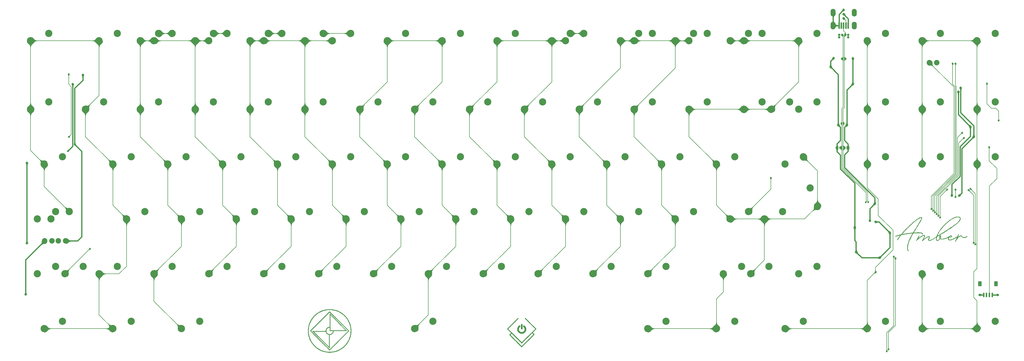
<source format=gbr>
%TF.GenerationSoftware,KiCad,Pcbnew,(5.1.10)-1*%
%TF.CreationDate,2022-05-13T21:41:30+07:00*%
%TF.ProjectId,solder,736f6c64-6572-42e6-9b69-6361645f7063,rev?*%
%TF.SameCoordinates,Original*%
%TF.FileFunction,Copper,L1,Top*%
%TF.FilePolarity,Positive*%
%FSLAX46Y46*%
G04 Gerber Fmt 4.6, Leading zero omitted, Abs format (unit mm)*
G04 Created by KiCad (PCBNEW (5.1.10)-1) date 2022-05-13 21:41:30*
%MOMM*%
%LPD*%
G01*
G04 APERTURE LIST*
%TA.AperFunction,EtchedComponent*%
%ADD10C,0.010000*%
%TD*%
%TA.AperFunction,ComponentPad*%
%ADD11C,2.500000*%
%TD*%
%TA.AperFunction,ComponentPad*%
%ADD12O,1.000000X1.000000*%
%TD*%
%TA.AperFunction,ComponentPad*%
%ADD13R,1.000000X1.000000*%
%TD*%
%TA.AperFunction,SMDPad,CuDef*%
%ADD14R,1.200000X1.800000*%
%TD*%
%TA.AperFunction,SMDPad,CuDef*%
%ADD15R,0.600000X1.550000*%
%TD*%
%TA.AperFunction,ComponentPad*%
%ADD16O,1.700000X2.700000*%
%TD*%
%TA.AperFunction,SMDPad,CuDef*%
%ADD17R,0.500000X2.250000*%
%TD*%
%TA.AperFunction,ComponentPad*%
%ADD18C,1.905000*%
%TD*%
%TA.AperFunction,ViaPad*%
%ADD19C,0.800000*%
%TD*%
%TA.AperFunction,ViaPad*%
%ADD20C,0.600000*%
%TD*%
%TA.AperFunction,Conductor*%
%ADD21C,0.200000*%
%TD*%
%TA.AperFunction,Conductor*%
%ADD22C,0.400000*%
%TD*%
%TA.AperFunction,Conductor*%
%ADD23C,0.025400*%
%TD*%
%TA.AperFunction,Conductor*%
%ADD24C,0.100000*%
%TD*%
G04 APERTURE END LIST*
D10*
%TO.C,G\u002A\u002A\u002A*%
G36*
X342125680Y-82392264D02*
G01*
X342237657Y-82401736D01*
X342336340Y-82416467D01*
X342411647Y-82434424D01*
X342514141Y-82473772D01*
X342602351Y-82526729D01*
X342676602Y-82593721D01*
X342737221Y-82675176D01*
X342784532Y-82771521D01*
X342818862Y-82883185D01*
X342838609Y-82994584D01*
X342842546Y-83101626D01*
X342828537Y-83216470D01*
X342796956Y-83338129D01*
X342748178Y-83465617D01*
X342682577Y-83597947D01*
X342600530Y-83734134D01*
X342507082Y-83866996D01*
X342448743Y-83942803D01*
X342390156Y-84015000D01*
X342328221Y-84087113D01*
X342259841Y-84162667D01*
X342181916Y-84245190D01*
X342107107Y-84322178D01*
X341971457Y-84457054D01*
X341827281Y-84593822D01*
X341673935Y-84732962D01*
X341510771Y-84874959D01*
X341337146Y-85020296D01*
X341152412Y-85169453D01*
X340955924Y-85322915D01*
X340747036Y-85481165D01*
X340525103Y-85644684D01*
X340289479Y-85813956D01*
X340039518Y-85989463D01*
X339774575Y-86171689D01*
X339494003Y-86361115D01*
X339197157Y-86558225D01*
X338883391Y-86763501D01*
X338574562Y-86962979D01*
X338081094Y-87277372D01*
X337598394Y-87579779D01*
X337127020Y-87869865D01*
X336667529Y-88147297D01*
X336220481Y-88411739D01*
X335786433Y-88662856D01*
X335365943Y-88900316D01*
X335079584Y-89058440D01*
X335000876Y-89101519D01*
X334927846Y-89141573D01*
X334862392Y-89177553D01*
X334806413Y-89208414D01*
X334761806Y-89233106D01*
X334730470Y-89250584D01*
X334714304Y-89259800D01*
X334712506Y-89260943D01*
X334707558Y-89273221D01*
X334699016Y-89302118D01*
X334687657Y-89344413D01*
X334674257Y-89396880D01*
X334659593Y-89456296D01*
X334644441Y-89519436D01*
X334629579Y-89583078D01*
X334615782Y-89643996D01*
X334603827Y-89698967D01*
X334594490Y-89744767D01*
X334589821Y-89770280D01*
X334571507Y-89894833D01*
X334559305Y-90013437D01*
X334553192Y-90123976D01*
X334553146Y-90224333D01*
X334559144Y-90312393D01*
X334571162Y-90386040D01*
X334589177Y-90443158D01*
X334597320Y-90459612D01*
X334635803Y-90508956D01*
X334685870Y-90543208D01*
X334745945Y-90562762D01*
X334814455Y-90568011D01*
X334889825Y-90559347D01*
X334970480Y-90537164D01*
X335054846Y-90501854D01*
X335141348Y-90453810D01*
X335228412Y-90393426D01*
X335314462Y-90321094D01*
X335370202Y-90266726D01*
X335417827Y-90214275D01*
X335464690Y-90156860D01*
X335508201Y-90098195D01*
X335545771Y-90041991D01*
X335574808Y-89991962D01*
X335592725Y-89951820D01*
X335594967Y-89944499D01*
X335600361Y-89912202D01*
X335598767Y-89876392D01*
X335589470Y-89832726D01*
X335571754Y-89776863D01*
X335563624Y-89754150D01*
X335529823Y-89647854D01*
X335509195Y-89547165D01*
X335500221Y-89443653D01*
X335499557Y-89398550D01*
X335501147Y-89367353D01*
X335666081Y-89367353D01*
X335667049Y-89438598D01*
X335671730Y-89506205D01*
X335680014Y-89562324D01*
X335680109Y-89562773D01*
X335692076Y-89609888D01*
X335705932Y-89649854D01*
X335720002Y-89678724D01*
X335732613Y-89692547D01*
X335735400Y-89693190D01*
X335743628Y-89684639D01*
X335756635Y-89662348D01*
X335769935Y-89634770D01*
X335795064Y-89568971D01*
X335815091Y-89497632D01*
X335829911Y-89423663D01*
X335839417Y-89349977D01*
X335843502Y-89279482D01*
X335842063Y-89215091D01*
X335834990Y-89159713D01*
X335822180Y-89116260D01*
X335803526Y-89087641D01*
X335790190Y-89079065D01*
X335766091Y-89079836D01*
X335741029Y-89097899D01*
X335716943Y-89130435D01*
X335695776Y-89174623D01*
X335679468Y-89227645D01*
X335675718Y-89245351D01*
X335668935Y-89300320D01*
X335666081Y-89367353D01*
X335501147Y-89367353D01*
X335505177Y-89288338D01*
X335521105Y-89192796D01*
X335547069Y-89112881D01*
X335582802Y-89049547D01*
X335605228Y-89023411D01*
X335652379Y-88987430D01*
X335710353Y-88960232D01*
X335774282Y-88942588D01*
X335839298Y-88935266D01*
X335900531Y-88939037D01*
X335953113Y-88954671D01*
X335972103Y-88965403D01*
X335996720Y-88987466D01*
X336014430Y-89017106D01*
X336026116Y-89057413D01*
X336032661Y-89111477D01*
X336034950Y-89182387D01*
X336034964Y-89185190D01*
X336032607Y-89269506D01*
X336024128Y-89349510D01*
X336008510Y-89429256D01*
X335984737Y-89512798D01*
X335951795Y-89604188D01*
X335908668Y-89707482D01*
X335898189Y-89731139D01*
X335876840Y-89779460D01*
X335858835Y-89821210D01*
X335845654Y-89852877D01*
X335838779Y-89870949D01*
X335838127Y-89873582D01*
X335846422Y-89882529D01*
X335868736Y-89898737D01*
X335901212Y-89919805D01*
X335939991Y-89943333D01*
X335981215Y-89966920D01*
X336021027Y-89988166D01*
X336027726Y-89991547D01*
X336122523Y-90029112D01*
X336232668Y-90055415D01*
X336356777Y-90070723D01*
X336493466Y-90075304D01*
X336641351Y-90069424D01*
X336799047Y-90053351D01*
X336965170Y-90027353D01*
X337138335Y-89991695D01*
X337317159Y-89946646D01*
X337500257Y-89892472D01*
X337686245Y-89829441D01*
X337873738Y-89757820D01*
X338061353Y-89677877D01*
X338247704Y-89589877D01*
X338332871Y-89546635D01*
X338536222Y-89434876D01*
X338567233Y-89415898D01*
X338951900Y-89415898D01*
X338954461Y-89418870D01*
X338966957Y-89417869D01*
X338996412Y-89415081D01*
X339039577Y-89410827D01*
X339093200Y-89405427D01*
X339154032Y-89399202D01*
X339161055Y-89398478D01*
X339263428Y-89386932D01*
X339347928Y-89374982D01*
X339417000Y-89361928D01*
X339473090Y-89347073D01*
X339518641Y-89329716D01*
X339556100Y-89309160D01*
X339587911Y-89284705D01*
X339600348Y-89272930D01*
X339635670Y-89228765D01*
X339658874Y-89181176D01*
X339669167Y-89134173D01*
X339665757Y-89091764D01*
X339647851Y-89057961D01*
X339643679Y-89053704D01*
X339607913Y-89033467D01*
X339559243Y-89025858D01*
X339500206Y-89030296D01*
X339433340Y-89046199D01*
X339361180Y-89072987D01*
X339286264Y-89110077D01*
X339220126Y-89150743D01*
X339190194Y-89173042D01*
X339154721Y-89202758D01*
X339116096Y-89237477D01*
X339076706Y-89274791D01*
X339038942Y-89312289D01*
X339005190Y-89347559D01*
X338977840Y-89378191D01*
X338959281Y-89401775D01*
X338951900Y-89415898D01*
X338567233Y-89415898D01*
X338731353Y-89315464D01*
X338906447Y-89196243D01*
X339006100Y-89125721D01*
X339092956Y-89067157D01*
X339169528Y-89019151D01*
X339238329Y-88980301D01*
X339301872Y-88949204D01*
X339362669Y-88924460D01*
X339423234Y-88904666D01*
X339435246Y-88901260D01*
X339522902Y-88884061D01*
X339603070Y-88882275D01*
X339674201Y-88895060D01*
X339734747Y-88921573D01*
X339783159Y-88960974D01*
X339817890Y-89012420D01*
X339837391Y-89075070D01*
X339841167Y-89121976D01*
X339831519Y-89202592D01*
X339802512Y-89277207D01*
X339754048Y-89346064D01*
X339748885Y-89351816D01*
X339700683Y-89398973D01*
X339648049Y-89438708D01*
X339588926Y-89471618D01*
X339521258Y-89498298D01*
X339442991Y-89519344D01*
X339352067Y-89535350D01*
X339246432Y-89546911D01*
X339124029Y-89554624D01*
X339037632Y-89557767D01*
X338808138Y-89564250D01*
X338775135Y-89664937D01*
X338743789Y-89776425D01*
X338724003Y-89887084D01*
X338714610Y-90004575D01*
X338713445Y-90069497D01*
X338715058Y-90140610D01*
X338720898Y-90195215D01*
X338732395Y-90236928D01*
X338750979Y-90269366D01*
X338778079Y-90296147D01*
X338812080Y-90319089D01*
X338851249Y-90339270D01*
X338893856Y-90354166D01*
X338943582Y-90364416D01*
X339004105Y-90370658D01*
X339079107Y-90373533D01*
X339127817Y-90373910D01*
X339247712Y-90370260D01*
X339368488Y-90358964D01*
X339491845Y-90339500D01*
X339619482Y-90311346D01*
X339753098Y-90273981D01*
X339894391Y-90226884D01*
X340045062Y-90169534D01*
X340206809Y-90101409D01*
X340381331Y-90021987D01*
X340567607Y-89932092D01*
X340727560Y-89851183D01*
X340882750Y-89769047D01*
X341031635Y-89686650D01*
X341172673Y-89604957D01*
X341304322Y-89524934D01*
X341425040Y-89447545D01*
X341533285Y-89373757D01*
X341627515Y-89304533D01*
X341706188Y-89240841D01*
X341767763Y-89183643D01*
X341774677Y-89176476D01*
X341806427Y-89139451D01*
X341836153Y-89096558D01*
X341864975Y-89045437D01*
X341894013Y-88983730D01*
X341924385Y-88909075D01*
X341957212Y-88819111D01*
X341989845Y-88722910D01*
X342010877Y-88661038D01*
X342031060Y-88604900D01*
X342049156Y-88557692D01*
X342063927Y-88522614D01*
X342074134Y-88502861D01*
X342075921Y-88500596D01*
X342101803Y-88487385D01*
X342133239Y-88491889D01*
X342167078Y-88513462D01*
X342175032Y-88520931D01*
X342191568Y-88541166D01*
X342197028Y-88562389D01*
X342194940Y-88589678D01*
X342190584Y-88614609D01*
X342183476Y-88644328D01*
X342173090Y-88680256D01*
X342158904Y-88723815D01*
X342140394Y-88776423D01*
X342117035Y-88839502D01*
X342088303Y-88914472D01*
X342053675Y-89002753D01*
X342012626Y-89105767D01*
X341964634Y-89224933D01*
X341920278Y-89334352D01*
X341892359Y-89403278D01*
X341867118Y-89465996D01*
X341845522Y-89520067D01*
X341828542Y-89563047D01*
X341817148Y-89592496D01*
X341812308Y-89605973D01*
X341812207Y-89606489D01*
X341816412Y-89609455D01*
X341829758Y-89602265D01*
X341853339Y-89584026D01*
X341888249Y-89553845D01*
X341935584Y-89510828D01*
X341979847Y-89469650D01*
X342097931Y-89362296D01*
X342207536Y-89269761D01*
X342311475Y-89189971D01*
X342412564Y-89120854D01*
X342513618Y-89060336D01*
X342592141Y-89018813D01*
X342681416Y-88976287D01*
X342758253Y-88944878D01*
X342826421Y-88923445D01*
X342889689Y-88910848D01*
X342951828Y-88905948D01*
X342965897Y-88905790D01*
X343011806Y-88906418D01*
X343045389Y-88909528D01*
X343074630Y-88916952D01*
X343107512Y-88930527D01*
X343138617Y-88945479D01*
X343210356Y-88989351D01*
X343283983Y-89050553D01*
X343356930Y-89126593D01*
X343426629Y-89214975D01*
X343448294Y-89246150D01*
X343517193Y-89340290D01*
X343585611Y-89415692D01*
X343656105Y-89473709D01*
X343731229Y-89515694D01*
X343813541Y-89543000D01*
X343905595Y-89556981D01*
X344009948Y-89558991D01*
X344036971Y-89557849D01*
X344225614Y-89538010D01*
X344409293Y-89498502D01*
X344588104Y-89439292D01*
X344762143Y-89360348D01*
X344931505Y-89261640D01*
X344931541Y-89261616D01*
X344988999Y-89224806D01*
X345032658Y-89198490D01*
X345065345Y-89181484D01*
X345089886Y-89172600D01*
X345109110Y-89170652D01*
X345125844Y-89174454D01*
X345132452Y-89177309D01*
X345156855Y-89198081D01*
X345164230Y-89227043D01*
X345154538Y-89261239D01*
X345133926Y-89291001D01*
X345100411Y-89322515D01*
X345051312Y-89359681D01*
X344989910Y-89400592D01*
X344919484Y-89443340D01*
X344843313Y-89486020D01*
X344764676Y-89526725D01*
X344686853Y-89563548D01*
X344613124Y-89594583D01*
X344609084Y-89596149D01*
X344471386Y-89642828D01*
X344333984Y-89675785D01*
X344191446Y-89695985D01*
X344038342Y-89704393D01*
X343998104Y-89704766D01*
X343903477Y-89702850D01*
X343824245Y-89696331D01*
X343755843Y-89684387D01*
X343693700Y-89666200D01*
X343633250Y-89640949D01*
X343627711Y-89638289D01*
X343584854Y-89615480D01*
X343544838Y-89589230D01*
X343505100Y-89557157D01*
X343463076Y-89516880D01*
X343416201Y-89466016D01*
X343361910Y-89402185D01*
X343325307Y-89357409D01*
X343259868Y-89278222D01*
X343203694Y-89214500D01*
X343154853Y-89164754D01*
X343111414Y-89127492D01*
X343071446Y-89101222D01*
X343033016Y-89084453D01*
X342994193Y-89075695D01*
X342957434Y-89073430D01*
X342914030Y-89076573D01*
X342869421Y-89084543D01*
X342851422Y-89089566D01*
X342788072Y-89114570D01*
X342712957Y-89150794D01*
X342629627Y-89196107D01*
X342541633Y-89248375D01*
X342452526Y-89305465D01*
X342365855Y-89365244D01*
X342285172Y-89425579D01*
X342263610Y-89442708D01*
X342181471Y-89514433D01*
X342092191Y-89602469D01*
X341997430Y-89704813D01*
X341898853Y-89819462D01*
X341798123Y-89944413D01*
X341696901Y-90077665D01*
X341596851Y-90217215D01*
X341499637Y-90361060D01*
X341494470Y-90368957D01*
X341462927Y-90417796D01*
X341433694Y-90464427D01*
X341405031Y-90511884D01*
X341375194Y-90563198D01*
X341342442Y-90621401D01*
X341305033Y-90689524D01*
X341261225Y-90770600D01*
X341226786Y-90834874D01*
X341184418Y-90910224D01*
X341145842Y-90970959D01*
X341111885Y-91015991D01*
X341083371Y-91044234D01*
X341061125Y-91054600D01*
X341060079Y-91054630D01*
X341040430Y-91046871D01*
X341025383Y-91032049D01*
X341013400Y-91009808D01*
X341009567Y-90994761D01*
X341013996Y-90973478D01*
X341026958Y-90935102D01*
X341047962Y-90880748D01*
X341076521Y-90811530D01*
X341112145Y-90728563D01*
X341154345Y-90632962D01*
X341202631Y-90525840D01*
X341256514Y-90408313D01*
X341315505Y-90281496D01*
X341379115Y-90146502D01*
X341414925Y-90071201D01*
X341453636Y-89989324D01*
X341492042Y-89906747D01*
X341528994Y-89826048D01*
X341563345Y-89749809D01*
X341593945Y-89680610D01*
X341619648Y-89621031D01*
X341639304Y-89573652D01*
X341651766Y-89541054D01*
X341654349Y-89533170D01*
X341655683Y-89514385D01*
X341648636Y-89510310D01*
X341632359Y-89515379D01*
X341602139Y-89529374D01*
X341561281Y-89550479D01*
X341513092Y-89576875D01*
X341460875Y-89606746D01*
X341407936Y-89638274D01*
X341357580Y-89669642D01*
X341349927Y-89674561D01*
X341100014Y-89829268D01*
X340850666Y-89970373D01*
X340603240Y-90097285D01*
X340359097Y-90209416D01*
X340119594Y-90306176D01*
X339886090Y-90386977D01*
X339659944Y-90451229D01*
X339455087Y-90496048D01*
X339384629Y-90506821D01*
X339304958Y-90515286D01*
X339221210Y-90521222D01*
X339138522Y-90524404D01*
X339062032Y-90524607D01*
X338996876Y-90521608D01*
X338961338Y-90517574D01*
X338850231Y-90493156D01*
X338754909Y-90457295D01*
X338675752Y-90410254D01*
X338613140Y-90352298D01*
X338567452Y-90283690D01*
X338545351Y-90228184D01*
X338528466Y-90145307D01*
X338523302Y-90049895D01*
X338529615Y-89945837D01*
X338547163Y-89837022D01*
X338575703Y-89727338D01*
X338576934Y-89723417D01*
X338588641Y-89682181D01*
X338595021Y-89650581D01*
X338595291Y-89632791D01*
X338594299Y-89630978D01*
X338579571Y-89627716D01*
X338550061Y-89633204D01*
X338505099Y-89647674D01*
X338444015Y-89671354D01*
X338366140Y-89704474D01*
X338319323Y-89725262D01*
X338152311Y-89799246D01*
X338000381Y-89864253D01*
X337860891Y-89921246D01*
X337731201Y-89971189D01*
X337608668Y-90015044D01*
X337490652Y-90053775D01*
X337374510Y-90088345D01*
X337257603Y-90119716D01*
X337194487Y-90135361D01*
X336998694Y-90177927D01*
X336816038Y-90207751D01*
X336644062Y-90225125D01*
X336480313Y-90230340D01*
X336408170Y-90228779D01*
X336280119Y-90220119D01*
X336166938Y-90204008D01*
X336064201Y-90179358D01*
X335967479Y-90145081D01*
X335872344Y-90100088D01*
X335862045Y-90094578D01*
X335822237Y-90074419D01*
X335786565Y-90058788D01*
X335760441Y-90049951D01*
X335752800Y-90048790D01*
X335738805Y-90052293D01*
X335723129Y-90064650D01*
X335703144Y-90088631D01*
X335676224Y-90127009D01*
X335670408Y-90135706D01*
X335620686Y-90203225D01*
X335557727Y-90277591D01*
X335485521Y-90354867D01*
X335408053Y-90431119D01*
X335329312Y-90502410D01*
X335253284Y-90564805D01*
X335188320Y-90611524D01*
X335113225Y-90651574D01*
X335024818Y-90683388D01*
X334928920Y-90705565D01*
X334831353Y-90716706D01*
X334751617Y-90716465D01*
X334668083Y-90705984D01*
X334598328Y-90685238D01*
X334540572Y-90652557D01*
X334493033Y-90606270D01*
X334453932Y-90544707D01*
X334421486Y-90466199D01*
X334397731Y-90384579D01*
X334390825Y-90350495D01*
X334385978Y-90309474D01*
X334382953Y-90257918D01*
X334381511Y-90192225D01*
X334381320Y-90135150D01*
X334382399Y-90050766D01*
X334385708Y-89975413D01*
X334391877Y-89903951D01*
X334401535Y-89831238D01*
X334415313Y-89752132D01*
X334433839Y-89661493D01*
X334446255Y-89604978D01*
X334456919Y-89554354D01*
X334464847Y-89510852D01*
X334469442Y-89478272D01*
X334470103Y-89460412D01*
X334469365Y-89458405D01*
X334459026Y-89461575D01*
X334434956Y-89475043D01*
X334399833Y-89497122D01*
X334356335Y-89526124D01*
X334307140Y-89560363D01*
X334303967Y-89562617D01*
X334092760Y-89710296D01*
X333886446Y-89849500D01*
X333685933Y-89979731D01*
X333492130Y-90100490D01*
X333305944Y-90211276D01*
X333128284Y-90311590D01*
X332960059Y-90400933D01*
X332802177Y-90478805D01*
X332655547Y-90544706D01*
X332521077Y-90598138D01*
X332399674Y-90638600D01*
X332301584Y-90663674D01*
X332195176Y-90680602D01*
X332091826Y-90686549D01*
X331994326Y-90681881D01*
X331905463Y-90666966D01*
X331828030Y-90642172D01*
X331764814Y-90607867D01*
X331742375Y-90589992D01*
X331706086Y-90543583D01*
X331682904Y-90482002D01*
X331672891Y-90405657D01*
X331676107Y-90314953D01*
X331688497Y-90231003D01*
X331699723Y-90177534D01*
X331713631Y-90122899D01*
X331731281Y-90063828D01*
X331753732Y-89997055D01*
X331782046Y-89919311D01*
X331817283Y-89827328D01*
X331830022Y-89794790D01*
X331862746Y-89710511D01*
X331888386Y-89641806D01*
X331907936Y-89585600D01*
X331922387Y-89538820D01*
X331932732Y-89498392D01*
X331939962Y-89461243D01*
X331942033Y-89447813D01*
X331945205Y-89405732D01*
X331938807Y-89375923D01*
X331920227Y-89355702D01*
X331886854Y-89342385D01*
X331836077Y-89333289D01*
X331829830Y-89332494D01*
X331762771Y-89332511D01*
X331682884Y-89347255D01*
X331590874Y-89376293D01*
X331487443Y-89419190D01*
X331373294Y-89475513D01*
X331249130Y-89544828D01*
X331115654Y-89626702D01*
X330973568Y-89720701D01*
X330823576Y-89826390D01*
X330666380Y-89943337D01*
X330502684Y-90071108D01*
X330333190Y-90209269D01*
X330158601Y-90357385D01*
X330133287Y-90379331D01*
X330026206Y-90471727D01*
X329932748Y-90550832D01*
X329851871Y-90617419D01*
X329782534Y-90672263D01*
X329723693Y-90716136D01*
X329674307Y-90749812D01*
X329633333Y-90774066D01*
X329599729Y-90789670D01*
X329572454Y-90797399D01*
X329569535Y-90797837D01*
X329541508Y-90799512D01*
X329527079Y-90793713D01*
X329522577Y-90786161D01*
X329524372Y-90768972D01*
X329536030Y-90735564D01*
X329556973Y-90687152D01*
X329586621Y-90624950D01*
X329624398Y-90550170D01*
X329669724Y-90464028D01*
X329721420Y-90368830D01*
X329787475Y-90246562D01*
X329853008Y-90120940D01*
X329917214Y-89993780D01*
X329979283Y-89866899D01*
X330038409Y-89742112D01*
X330093783Y-89621237D01*
X330144598Y-89506090D01*
X330190045Y-89398487D01*
X330229319Y-89300245D01*
X330261609Y-89213179D01*
X330286110Y-89139108D01*
X330302013Y-89079847D01*
X330307174Y-89051538D01*
X330307314Y-88998908D01*
X330294840Y-88951212D01*
X330271675Y-88913489D01*
X330247170Y-88894100D01*
X330205563Y-88882627D01*
X330149023Y-88882756D01*
X330079030Y-88894113D01*
X329997067Y-88916324D01*
X329904615Y-88949014D01*
X329803156Y-88991810D01*
X329737047Y-89022928D01*
X329583425Y-89103636D01*
X329418927Y-89200958D01*
X329243945Y-89314601D01*
X329058876Y-89444274D01*
X328864112Y-89589683D01*
X328660049Y-89750535D01*
X328447082Y-89926538D01*
X328225604Y-90117398D01*
X328044490Y-90278842D01*
X327960825Y-90354047D01*
X327881919Y-90424150D01*
X327809364Y-90487777D01*
X327744753Y-90543559D01*
X327689680Y-90590126D01*
X327645737Y-90626105D01*
X327614517Y-90650126D01*
X327606666Y-90655605D01*
X327572857Y-90672663D01*
X327548766Y-90674010D01*
X327534666Y-90667046D01*
X327525428Y-90655798D01*
X327521552Y-90639150D01*
X327523534Y-90615985D01*
X327531872Y-90585186D01*
X327547065Y-90545637D01*
X327569610Y-90496221D01*
X327600005Y-90435822D01*
X327638749Y-90363323D01*
X327686338Y-90277607D01*
X327743271Y-90177558D01*
X327810045Y-90062060D01*
X327859256Y-89977670D01*
X327908961Y-89892196D01*
X327960596Y-89802594D01*
X328011982Y-89712702D01*
X328060939Y-89626355D01*
X328105289Y-89547392D01*
X328142852Y-89479648D01*
X328162153Y-89444270D01*
X328215776Y-89345568D01*
X328261038Y-89263496D01*
X328298879Y-89196615D01*
X328330239Y-89143486D01*
X328356057Y-89102673D01*
X328377272Y-89072737D01*
X328394824Y-89052239D01*
X328409652Y-89039743D01*
X328422696Y-89033809D01*
X328430964Y-89032790D01*
X328453970Y-89041849D01*
X328474954Y-89065224D01*
X328486686Y-89090695D01*
X328487314Y-89118494D01*
X328477865Y-89161697D01*
X328459165Y-89218559D01*
X328432040Y-89287336D01*
X328397315Y-89366286D01*
X328355817Y-89453662D01*
X328308372Y-89547723D01*
X328255805Y-89646724D01*
X328198942Y-89748920D01*
X328138609Y-89852568D01*
X328081071Y-89947190D01*
X328047923Y-90000551D01*
X328024145Y-90038958D01*
X328008404Y-90064728D01*
X327999363Y-90080178D01*
X327995689Y-90087625D01*
X327996046Y-90089387D01*
X327999100Y-90087779D01*
X328000657Y-90086788D01*
X328013494Y-90077382D01*
X328040309Y-90056724D01*
X328079237Y-90026292D01*
X328128415Y-89987561D01*
X328185978Y-89942008D01*
X328250065Y-89891109D01*
X328318811Y-89836339D01*
X328390352Y-89779176D01*
X328462825Y-89721095D01*
X328498736Y-89692246D01*
X328709377Y-89526269D01*
X328908977Y-89375925D01*
X329097370Y-89241321D01*
X329274391Y-89122568D01*
X329439875Y-89019775D01*
X329593656Y-88933052D01*
X329735569Y-88862507D01*
X329784754Y-88840649D01*
X329910137Y-88791178D01*
X330021972Y-88756319D01*
X330120808Y-88736051D01*
X330207194Y-88730352D01*
X330281678Y-88739201D01*
X330344811Y-88762576D01*
X330397141Y-88800454D01*
X330411814Y-88815769D01*
X330444147Y-88855603D01*
X330466286Y-88892320D01*
X330478766Y-88929922D01*
X330482122Y-88972410D01*
X330476890Y-89023786D01*
X330463605Y-89088051D01*
X330453607Y-89128221D01*
X330418449Y-89247717D01*
X330370614Y-89382754D01*
X330310209Y-89533074D01*
X330237338Y-89698421D01*
X330152108Y-89878538D01*
X330110706Y-89962430D01*
X330063965Y-90056862D01*
X330024528Y-90138267D01*
X329992800Y-90205747D01*
X329969189Y-90258408D01*
X329954102Y-90295356D01*
X329947948Y-90315694D01*
X329948313Y-90319323D01*
X329958136Y-90315185D01*
X329982025Y-90298686D01*
X330018732Y-90270823D01*
X330067009Y-90232590D01*
X330125608Y-90184983D01*
X330193281Y-90128997D01*
X330268778Y-90065628D01*
X330306007Y-90034090D01*
X330459352Y-89907777D01*
X330616830Y-89785548D01*
X330774939Y-89669906D01*
X330930178Y-89563353D01*
X331079045Y-89468389D01*
X331185791Y-89405495D01*
X331327423Y-89329816D01*
X331459449Y-89268255D01*
X331581332Y-89220920D01*
X331692534Y-89187919D01*
X331792518Y-89169362D01*
X331880747Y-89165357D01*
X331956684Y-89176014D01*
X332019791Y-89201440D01*
X332057032Y-89229000D01*
X332080861Y-89255013D01*
X332098646Y-89284177D01*
X332110208Y-89318170D01*
X332115366Y-89358668D01*
X332113941Y-89407350D01*
X332105754Y-89465893D01*
X332090625Y-89535975D01*
X332068374Y-89619273D01*
X332038823Y-89717465D01*
X332001791Y-89832228D01*
X331988044Y-89873584D01*
X331949718Y-89989888D01*
X331918405Y-90089017D01*
X331893760Y-90172739D01*
X331875442Y-90242823D01*
X331863107Y-90301034D01*
X331856412Y-90349142D01*
X331855013Y-90388913D01*
X331858568Y-90422114D01*
X331866733Y-90450515D01*
X331873202Y-90465004D01*
X331896094Y-90498795D01*
X331926932Y-90521661D01*
X331969074Y-90535005D01*
X332025878Y-90540230D01*
X332053527Y-90540360D01*
X332172577Y-90532520D01*
X332299037Y-90511830D01*
X332433493Y-90478020D01*
X332576531Y-90430825D01*
X332728738Y-90369976D01*
X332890700Y-90295205D01*
X333063003Y-90206246D01*
X333246233Y-90102830D01*
X333440977Y-89984691D01*
X333647821Y-89851560D01*
X333826447Y-89731311D01*
X333953665Y-89643325D01*
X334064912Y-89564610D01*
X334161668Y-89494029D01*
X334245414Y-89430444D01*
X334317630Y-89372720D01*
X334379799Y-89319718D01*
X334433399Y-89270302D01*
X334456676Y-89247364D01*
X334498753Y-89203929D01*
X334533371Y-89165098D01*
X334562623Y-89127385D01*
X334588603Y-89087304D01*
X334613406Y-89041367D01*
X334639125Y-88986089D01*
X334647248Y-88966831D01*
X334833287Y-88966831D01*
X334838850Y-88980602D01*
X334844091Y-88981990D01*
X334856742Y-88977497D01*
X334883999Y-88965092D01*
X334922516Y-88946385D01*
X334968950Y-88922984D01*
X334999299Y-88907318D01*
X335102956Y-88852315D01*
X335222365Y-88787124D01*
X335356188Y-88712545D01*
X335503085Y-88629378D01*
X335661717Y-88538424D01*
X335830746Y-88440484D01*
X336008831Y-88336359D01*
X336194634Y-88226849D01*
X336386816Y-88112755D01*
X336584036Y-87994878D01*
X336784958Y-87874018D01*
X336988240Y-87750976D01*
X337192544Y-87626553D01*
X337396530Y-87501549D01*
X337598860Y-87376765D01*
X337798195Y-87253002D01*
X337993195Y-87131060D01*
X338182520Y-87011740D01*
X338364833Y-86895844D01*
X338383207Y-86884102D01*
X338767995Y-86635938D01*
X339134076Y-86395426D01*
X339481537Y-86162493D01*
X339810464Y-85937066D01*
X340120944Y-85719074D01*
X340413066Y-85508445D01*
X340686915Y-85305105D01*
X340942579Y-85108982D01*
X341180145Y-84920004D01*
X341399700Y-84738099D01*
X341601332Y-84563195D01*
X341785127Y-84395218D01*
X341951172Y-84234097D01*
X342099555Y-84079759D01*
X342230363Y-83932132D01*
X342343682Y-83791144D01*
X342439600Y-83656722D01*
X342518204Y-83528794D01*
X342579582Y-83407287D01*
X342585895Y-83392898D01*
X342617325Y-83314504D01*
X342639106Y-83245326D01*
X342653125Y-83177855D01*
X342661268Y-83104577D01*
X342662374Y-83088298D01*
X342661151Y-82978554D01*
X342643278Y-82880308D01*
X342608945Y-82793687D01*
X342558342Y-82718819D01*
X342491661Y-82655831D01*
X342409091Y-82604849D01*
X342310823Y-82566002D01*
X342197046Y-82539415D01*
X342067952Y-82525216D01*
X341923731Y-82523533D01*
X341824842Y-82528982D01*
X341592043Y-82556485D01*
X341354054Y-82602912D01*
X341110802Y-82668305D01*
X340862212Y-82752703D01*
X340608210Y-82856144D01*
X340348722Y-82978668D01*
X340083675Y-83120314D01*
X339812994Y-83281122D01*
X339536605Y-83461131D01*
X339254434Y-83660380D01*
X338966408Y-83878908D01*
X338672451Y-84116755D01*
X338408756Y-84342115D01*
X338228058Y-84503025D01*
X338038728Y-84676749D01*
X337843573Y-84860498D01*
X337645396Y-85051480D01*
X337447002Y-85246907D01*
X337251197Y-85443987D01*
X337060785Y-85639931D01*
X336878571Y-85831949D01*
X336707360Y-86017249D01*
X336563357Y-86177830D01*
X336270784Y-86523707D01*
X335996961Y-86876939D01*
X335741452Y-87238186D01*
X335503822Y-87608107D01*
X335283636Y-87987363D01*
X335080457Y-88376612D01*
X334995975Y-88551982D01*
X334944757Y-88662832D01*
X334903383Y-88756422D01*
X334871701Y-88833186D01*
X334849560Y-88893554D01*
X334836806Y-88937958D01*
X334833287Y-88966831D01*
X334647248Y-88966831D01*
X334667854Y-88917982D01*
X334694851Y-88850813D01*
X334739363Y-88743592D01*
X334793181Y-88622184D01*
X334854803Y-88489610D01*
X334922724Y-88348890D01*
X334995442Y-88203043D01*
X335071453Y-88055090D01*
X335149254Y-87908050D01*
X335227341Y-87764943D01*
X335296517Y-87642189D01*
X335447386Y-87391261D01*
X335615686Y-87133912D01*
X335800075Y-86871492D01*
X335999212Y-86605354D01*
X336211753Y-86336848D01*
X336436356Y-86067326D01*
X336671679Y-85798140D01*
X336916380Y-85530641D01*
X337169115Y-85266180D01*
X337428542Y-85006110D01*
X337693320Y-84751781D01*
X337962104Y-84504546D01*
X338233554Y-84265755D01*
X338506327Y-84036760D01*
X338779080Y-83818914D01*
X339050470Y-83613566D01*
X339319156Y-83422069D01*
X339583795Y-83245774D01*
X339791861Y-83116489D01*
X340011664Y-82989325D01*
X340229502Y-82872763D01*
X340443704Y-82767518D01*
X340652603Y-82674305D01*
X340854532Y-82593839D01*
X341047821Y-82526835D01*
X341230804Y-82474009D01*
X341360087Y-82444162D01*
X341482287Y-82422722D01*
X341611062Y-82406357D01*
X341743100Y-82395098D01*
X341875090Y-82388976D01*
X342003721Y-82388021D01*
X342125680Y-82392264D01*
G37*
X342125680Y-82392264D02*
X342237657Y-82401736D01*
X342336340Y-82416467D01*
X342411647Y-82434424D01*
X342514141Y-82473772D01*
X342602351Y-82526729D01*
X342676602Y-82593721D01*
X342737221Y-82675176D01*
X342784532Y-82771521D01*
X342818862Y-82883185D01*
X342838609Y-82994584D01*
X342842546Y-83101626D01*
X342828537Y-83216470D01*
X342796956Y-83338129D01*
X342748178Y-83465617D01*
X342682577Y-83597947D01*
X342600530Y-83734134D01*
X342507082Y-83866996D01*
X342448743Y-83942803D01*
X342390156Y-84015000D01*
X342328221Y-84087113D01*
X342259841Y-84162667D01*
X342181916Y-84245190D01*
X342107107Y-84322178D01*
X341971457Y-84457054D01*
X341827281Y-84593822D01*
X341673935Y-84732962D01*
X341510771Y-84874959D01*
X341337146Y-85020296D01*
X341152412Y-85169453D01*
X340955924Y-85322915D01*
X340747036Y-85481165D01*
X340525103Y-85644684D01*
X340289479Y-85813956D01*
X340039518Y-85989463D01*
X339774575Y-86171689D01*
X339494003Y-86361115D01*
X339197157Y-86558225D01*
X338883391Y-86763501D01*
X338574562Y-86962979D01*
X338081094Y-87277372D01*
X337598394Y-87579779D01*
X337127020Y-87869865D01*
X336667529Y-88147297D01*
X336220481Y-88411739D01*
X335786433Y-88662856D01*
X335365943Y-88900316D01*
X335079584Y-89058440D01*
X335000876Y-89101519D01*
X334927846Y-89141573D01*
X334862392Y-89177553D01*
X334806413Y-89208414D01*
X334761806Y-89233106D01*
X334730470Y-89250584D01*
X334714304Y-89259800D01*
X334712506Y-89260943D01*
X334707558Y-89273221D01*
X334699016Y-89302118D01*
X334687657Y-89344413D01*
X334674257Y-89396880D01*
X334659593Y-89456296D01*
X334644441Y-89519436D01*
X334629579Y-89583078D01*
X334615782Y-89643996D01*
X334603827Y-89698967D01*
X334594490Y-89744767D01*
X334589821Y-89770280D01*
X334571507Y-89894833D01*
X334559305Y-90013437D01*
X334553192Y-90123976D01*
X334553146Y-90224333D01*
X334559144Y-90312393D01*
X334571162Y-90386040D01*
X334589177Y-90443158D01*
X334597320Y-90459612D01*
X334635803Y-90508956D01*
X334685870Y-90543208D01*
X334745945Y-90562762D01*
X334814455Y-90568011D01*
X334889825Y-90559347D01*
X334970480Y-90537164D01*
X335054846Y-90501854D01*
X335141348Y-90453810D01*
X335228412Y-90393426D01*
X335314462Y-90321094D01*
X335370202Y-90266726D01*
X335417827Y-90214275D01*
X335464690Y-90156860D01*
X335508201Y-90098195D01*
X335545771Y-90041991D01*
X335574808Y-89991962D01*
X335592725Y-89951820D01*
X335594967Y-89944499D01*
X335600361Y-89912202D01*
X335598767Y-89876392D01*
X335589470Y-89832726D01*
X335571754Y-89776863D01*
X335563624Y-89754150D01*
X335529823Y-89647854D01*
X335509195Y-89547165D01*
X335500221Y-89443653D01*
X335499557Y-89398550D01*
X335501147Y-89367353D01*
X335666081Y-89367353D01*
X335667049Y-89438598D01*
X335671730Y-89506205D01*
X335680014Y-89562324D01*
X335680109Y-89562773D01*
X335692076Y-89609888D01*
X335705932Y-89649854D01*
X335720002Y-89678724D01*
X335732613Y-89692547D01*
X335735400Y-89693190D01*
X335743628Y-89684639D01*
X335756635Y-89662348D01*
X335769935Y-89634770D01*
X335795064Y-89568971D01*
X335815091Y-89497632D01*
X335829911Y-89423663D01*
X335839417Y-89349977D01*
X335843502Y-89279482D01*
X335842063Y-89215091D01*
X335834990Y-89159713D01*
X335822180Y-89116260D01*
X335803526Y-89087641D01*
X335790190Y-89079065D01*
X335766091Y-89079836D01*
X335741029Y-89097899D01*
X335716943Y-89130435D01*
X335695776Y-89174623D01*
X335679468Y-89227645D01*
X335675718Y-89245351D01*
X335668935Y-89300320D01*
X335666081Y-89367353D01*
X335501147Y-89367353D01*
X335505177Y-89288338D01*
X335521105Y-89192796D01*
X335547069Y-89112881D01*
X335582802Y-89049547D01*
X335605228Y-89023411D01*
X335652379Y-88987430D01*
X335710353Y-88960232D01*
X335774282Y-88942588D01*
X335839298Y-88935266D01*
X335900531Y-88939037D01*
X335953113Y-88954671D01*
X335972103Y-88965403D01*
X335996720Y-88987466D01*
X336014430Y-89017106D01*
X336026116Y-89057413D01*
X336032661Y-89111477D01*
X336034950Y-89182387D01*
X336034964Y-89185190D01*
X336032607Y-89269506D01*
X336024128Y-89349510D01*
X336008510Y-89429256D01*
X335984737Y-89512798D01*
X335951795Y-89604188D01*
X335908668Y-89707482D01*
X335898189Y-89731139D01*
X335876840Y-89779460D01*
X335858835Y-89821210D01*
X335845654Y-89852877D01*
X335838779Y-89870949D01*
X335838127Y-89873582D01*
X335846422Y-89882529D01*
X335868736Y-89898737D01*
X335901212Y-89919805D01*
X335939991Y-89943333D01*
X335981215Y-89966920D01*
X336021027Y-89988166D01*
X336027726Y-89991547D01*
X336122523Y-90029112D01*
X336232668Y-90055415D01*
X336356777Y-90070723D01*
X336493466Y-90075304D01*
X336641351Y-90069424D01*
X336799047Y-90053351D01*
X336965170Y-90027353D01*
X337138335Y-89991695D01*
X337317159Y-89946646D01*
X337500257Y-89892472D01*
X337686245Y-89829441D01*
X337873738Y-89757820D01*
X338061353Y-89677877D01*
X338247704Y-89589877D01*
X338332871Y-89546635D01*
X338536222Y-89434876D01*
X338567233Y-89415898D01*
X338951900Y-89415898D01*
X338954461Y-89418870D01*
X338966957Y-89417869D01*
X338996412Y-89415081D01*
X339039577Y-89410827D01*
X339093200Y-89405427D01*
X339154032Y-89399202D01*
X339161055Y-89398478D01*
X339263428Y-89386932D01*
X339347928Y-89374982D01*
X339417000Y-89361928D01*
X339473090Y-89347073D01*
X339518641Y-89329716D01*
X339556100Y-89309160D01*
X339587911Y-89284705D01*
X339600348Y-89272930D01*
X339635670Y-89228765D01*
X339658874Y-89181176D01*
X339669167Y-89134173D01*
X339665757Y-89091764D01*
X339647851Y-89057961D01*
X339643679Y-89053704D01*
X339607913Y-89033467D01*
X339559243Y-89025858D01*
X339500206Y-89030296D01*
X339433340Y-89046199D01*
X339361180Y-89072987D01*
X339286264Y-89110077D01*
X339220126Y-89150743D01*
X339190194Y-89173042D01*
X339154721Y-89202758D01*
X339116096Y-89237477D01*
X339076706Y-89274791D01*
X339038942Y-89312289D01*
X339005190Y-89347559D01*
X338977840Y-89378191D01*
X338959281Y-89401775D01*
X338951900Y-89415898D01*
X338567233Y-89415898D01*
X338731353Y-89315464D01*
X338906447Y-89196243D01*
X339006100Y-89125721D01*
X339092956Y-89067157D01*
X339169528Y-89019151D01*
X339238329Y-88980301D01*
X339301872Y-88949204D01*
X339362669Y-88924460D01*
X339423234Y-88904666D01*
X339435246Y-88901260D01*
X339522902Y-88884061D01*
X339603070Y-88882275D01*
X339674201Y-88895060D01*
X339734747Y-88921573D01*
X339783159Y-88960974D01*
X339817890Y-89012420D01*
X339837391Y-89075070D01*
X339841167Y-89121976D01*
X339831519Y-89202592D01*
X339802512Y-89277207D01*
X339754048Y-89346064D01*
X339748885Y-89351816D01*
X339700683Y-89398973D01*
X339648049Y-89438708D01*
X339588926Y-89471618D01*
X339521258Y-89498298D01*
X339442991Y-89519344D01*
X339352067Y-89535350D01*
X339246432Y-89546911D01*
X339124029Y-89554624D01*
X339037632Y-89557767D01*
X338808138Y-89564250D01*
X338775135Y-89664937D01*
X338743789Y-89776425D01*
X338724003Y-89887084D01*
X338714610Y-90004575D01*
X338713445Y-90069497D01*
X338715058Y-90140610D01*
X338720898Y-90195215D01*
X338732395Y-90236928D01*
X338750979Y-90269366D01*
X338778079Y-90296147D01*
X338812080Y-90319089D01*
X338851249Y-90339270D01*
X338893856Y-90354166D01*
X338943582Y-90364416D01*
X339004105Y-90370658D01*
X339079107Y-90373533D01*
X339127817Y-90373910D01*
X339247712Y-90370260D01*
X339368488Y-90358964D01*
X339491845Y-90339500D01*
X339619482Y-90311346D01*
X339753098Y-90273981D01*
X339894391Y-90226884D01*
X340045062Y-90169534D01*
X340206809Y-90101409D01*
X340381331Y-90021987D01*
X340567607Y-89932092D01*
X340727560Y-89851183D01*
X340882750Y-89769047D01*
X341031635Y-89686650D01*
X341172673Y-89604957D01*
X341304322Y-89524934D01*
X341425040Y-89447545D01*
X341533285Y-89373757D01*
X341627515Y-89304533D01*
X341706188Y-89240841D01*
X341767763Y-89183643D01*
X341774677Y-89176476D01*
X341806427Y-89139451D01*
X341836153Y-89096558D01*
X341864975Y-89045437D01*
X341894013Y-88983730D01*
X341924385Y-88909075D01*
X341957212Y-88819111D01*
X341989845Y-88722910D01*
X342010877Y-88661038D01*
X342031060Y-88604900D01*
X342049156Y-88557692D01*
X342063927Y-88522614D01*
X342074134Y-88502861D01*
X342075921Y-88500596D01*
X342101803Y-88487385D01*
X342133239Y-88491889D01*
X342167078Y-88513462D01*
X342175032Y-88520931D01*
X342191568Y-88541166D01*
X342197028Y-88562389D01*
X342194940Y-88589678D01*
X342190584Y-88614609D01*
X342183476Y-88644328D01*
X342173090Y-88680256D01*
X342158904Y-88723815D01*
X342140394Y-88776423D01*
X342117035Y-88839502D01*
X342088303Y-88914472D01*
X342053675Y-89002753D01*
X342012626Y-89105767D01*
X341964634Y-89224933D01*
X341920278Y-89334352D01*
X341892359Y-89403278D01*
X341867118Y-89465996D01*
X341845522Y-89520067D01*
X341828542Y-89563047D01*
X341817148Y-89592496D01*
X341812308Y-89605973D01*
X341812207Y-89606489D01*
X341816412Y-89609455D01*
X341829758Y-89602265D01*
X341853339Y-89584026D01*
X341888249Y-89553845D01*
X341935584Y-89510828D01*
X341979847Y-89469650D01*
X342097931Y-89362296D01*
X342207536Y-89269761D01*
X342311475Y-89189971D01*
X342412564Y-89120854D01*
X342513618Y-89060336D01*
X342592141Y-89018813D01*
X342681416Y-88976287D01*
X342758253Y-88944878D01*
X342826421Y-88923445D01*
X342889689Y-88910848D01*
X342951828Y-88905948D01*
X342965897Y-88905790D01*
X343011806Y-88906418D01*
X343045389Y-88909528D01*
X343074630Y-88916952D01*
X343107512Y-88930527D01*
X343138617Y-88945479D01*
X343210356Y-88989351D01*
X343283983Y-89050553D01*
X343356930Y-89126593D01*
X343426629Y-89214975D01*
X343448294Y-89246150D01*
X343517193Y-89340290D01*
X343585611Y-89415692D01*
X343656105Y-89473709D01*
X343731229Y-89515694D01*
X343813541Y-89543000D01*
X343905595Y-89556981D01*
X344009948Y-89558991D01*
X344036971Y-89557849D01*
X344225614Y-89538010D01*
X344409293Y-89498502D01*
X344588104Y-89439292D01*
X344762143Y-89360348D01*
X344931505Y-89261640D01*
X344931541Y-89261616D01*
X344988999Y-89224806D01*
X345032658Y-89198490D01*
X345065345Y-89181484D01*
X345089886Y-89172600D01*
X345109110Y-89170652D01*
X345125844Y-89174454D01*
X345132452Y-89177309D01*
X345156855Y-89198081D01*
X345164230Y-89227043D01*
X345154538Y-89261239D01*
X345133926Y-89291001D01*
X345100411Y-89322515D01*
X345051312Y-89359681D01*
X344989910Y-89400592D01*
X344919484Y-89443340D01*
X344843313Y-89486020D01*
X344764676Y-89526725D01*
X344686853Y-89563548D01*
X344613124Y-89594583D01*
X344609084Y-89596149D01*
X344471386Y-89642828D01*
X344333984Y-89675785D01*
X344191446Y-89695985D01*
X344038342Y-89704393D01*
X343998104Y-89704766D01*
X343903477Y-89702850D01*
X343824245Y-89696331D01*
X343755843Y-89684387D01*
X343693700Y-89666200D01*
X343633250Y-89640949D01*
X343627711Y-89638289D01*
X343584854Y-89615480D01*
X343544838Y-89589230D01*
X343505100Y-89557157D01*
X343463076Y-89516880D01*
X343416201Y-89466016D01*
X343361910Y-89402185D01*
X343325307Y-89357409D01*
X343259868Y-89278222D01*
X343203694Y-89214500D01*
X343154853Y-89164754D01*
X343111414Y-89127492D01*
X343071446Y-89101222D01*
X343033016Y-89084453D01*
X342994193Y-89075695D01*
X342957434Y-89073430D01*
X342914030Y-89076573D01*
X342869421Y-89084543D01*
X342851422Y-89089566D01*
X342788072Y-89114570D01*
X342712957Y-89150794D01*
X342629627Y-89196107D01*
X342541633Y-89248375D01*
X342452526Y-89305465D01*
X342365855Y-89365244D01*
X342285172Y-89425579D01*
X342263610Y-89442708D01*
X342181471Y-89514433D01*
X342092191Y-89602469D01*
X341997430Y-89704813D01*
X341898853Y-89819462D01*
X341798123Y-89944413D01*
X341696901Y-90077665D01*
X341596851Y-90217215D01*
X341499637Y-90361060D01*
X341494470Y-90368957D01*
X341462927Y-90417796D01*
X341433694Y-90464427D01*
X341405031Y-90511884D01*
X341375194Y-90563198D01*
X341342442Y-90621401D01*
X341305033Y-90689524D01*
X341261225Y-90770600D01*
X341226786Y-90834874D01*
X341184418Y-90910224D01*
X341145842Y-90970959D01*
X341111885Y-91015991D01*
X341083371Y-91044234D01*
X341061125Y-91054600D01*
X341060079Y-91054630D01*
X341040430Y-91046871D01*
X341025383Y-91032049D01*
X341013400Y-91009808D01*
X341009567Y-90994761D01*
X341013996Y-90973478D01*
X341026958Y-90935102D01*
X341047962Y-90880748D01*
X341076521Y-90811530D01*
X341112145Y-90728563D01*
X341154345Y-90632962D01*
X341202631Y-90525840D01*
X341256514Y-90408313D01*
X341315505Y-90281496D01*
X341379115Y-90146502D01*
X341414925Y-90071201D01*
X341453636Y-89989324D01*
X341492042Y-89906747D01*
X341528994Y-89826048D01*
X341563345Y-89749809D01*
X341593945Y-89680610D01*
X341619648Y-89621031D01*
X341639304Y-89573652D01*
X341651766Y-89541054D01*
X341654349Y-89533170D01*
X341655683Y-89514385D01*
X341648636Y-89510310D01*
X341632359Y-89515379D01*
X341602139Y-89529374D01*
X341561281Y-89550479D01*
X341513092Y-89576875D01*
X341460875Y-89606746D01*
X341407936Y-89638274D01*
X341357580Y-89669642D01*
X341349927Y-89674561D01*
X341100014Y-89829268D01*
X340850666Y-89970373D01*
X340603240Y-90097285D01*
X340359097Y-90209416D01*
X340119594Y-90306176D01*
X339886090Y-90386977D01*
X339659944Y-90451229D01*
X339455087Y-90496048D01*
X339384629Y-90506821D01*
X339304958Y-90515286D01*
X339221210Y-90521222D01*
X339138522Y-90524404D01*
X339062032Y-90524607D01*
X338996876Y-90521608D01*
X338961338Y-90517574D01*
X338850231Y-90493156D01*
X338754909Y-90457295D01*
X338675752Y-90410254D01*
X338613140Y-90352298D01*
X338567452Y-90283690D01*
X338545351Y-90228184D01*
X338528466Y-90145307D01*
X338523302Y-90049895D01*
X338529615Y-89945837D01*
X338547163Y-89837022D01*
X338575703Y-89727338D01*
X338576934Y-89723417D01*
X338588641Y-89682181D01*
X338595021Y-89650581D01*
X338595291Y-89632791D01*
X338594299Y-89630978D01*
X338579571Y-89627716D01*
X338550061Y-89633204D01*
X338505099Y-89647674D01*
X338444015Y-89671354D01*
X338366140Y-89704474D01*
X338319323Y-89725262D01*
X338152311Y-89799246D01*
X338000381Y-89864253D01*
X337860891Y-89921246D01*
X337731201Y-89971189D01*
X337608668Y-90015044D01*
X337490652Y-90053775D01*
X337374510Y-90088345D01*
X337257603Y-90119716D01*
X337194487Y-90135361D01*
X336998694Y-90177927D01*
X336816038Y-90207751D01*
X336644062Y-90225125D01*
X336480313Y-90230340D01*
X336408170Y-90228779D01*
X336280119Y-90220119D01*
X336166938Y-90204008D01*
X336064201Y-90179358D01*
X335967479Y-90145081D01*
X335872344Y-90100088D01*
X335862045Y-90094578D01*
X335822237Y-90074419D01*
X335786565Y-90058788D01*
X335760441Y-90049951D01*
X335752800Y-90048790D01*
X335738805Y-90052293D01*
X335723129Y-90064650D01*
X335703144Y-90088631D01*
X335676224Y-90127009D01*
X335670408Y-90135706D01*
X335620686Y-90203225D01*
X335557727Y-90277591D01*
X335485521Y-90354867D01*
X335408053Y-90431119D01*
X335329312Y-90502410D01*
X335253284Y-90564805D01*
X335188320Y-90611524D01*
X335113225Y-90651574D01*
X335024818Y-90683388D01*
X334928920Y-90705565D01*
X334831353Y-90716706D01*
X334751617Y-90716465D01*
X334668083Y-90705984D01*
X334598328Y-90685238D01*
X334540572Y-90652557D01*
X334493033Y-90606270D01*
X334453932Y-90544707D01*
X334421486Y-90466199D01*
X334397731Y-90384579D01*
X334390825Y-90350495D01*
X334385978Y-90309474D01*
X334382953Y-90257918D01*
X334381511Y-90192225D01*
X334381320Y-90135150D01*
X334382399Y-90050766D01*
X334385708Y-89975413D01*
X334391877Y-89903951D01*
X334401535Y-89831238D01*
X334415313Y-89752132D01*
X334433839Y-89661493D01*
X334446255Y-89604978D01*
X334456919Y-89554354D01*
X334464847Y-89510852D01*
X334469442Y-89478272D01*
X334470103Y-89460412D01*
X334469365Y-89458405D01*
X334459026Y-89461575D01*
X334434956Y-89475043D01*
X334399833Y-89497122D01*
X334356335Y-89526124D01*
X334307140Y-89560363D01*
X334303967Y-89562617D01*
X334092760Y-89710296D01*
X333886446Y-89849500D01*
X333685933Y-89979731D01*
X333492130Y-90100490D01*
X333305944Y-90211276D01*
X333128284Y-90311590D01*
X332960059Y-90400933D01*
X332802177Y-90478805D01*
X332655547Y-90544706D01*
X332521077Y-90598138D01*
X332399674Y-90638600D01*
X332301584Y-90663674D01*
X332195176Y-90680602D01*
X332091826Y-90686549D01*
X331994326Y-90681881D01*
X331905463Y-90666966D01*
X331828030Y-90642172D01*
X331764814Y-90607867D01*
X331742375Y-90589992D01*
X331706086Y-90543583D01*
X331682904Y-90482002D01*
X331672891Y-90405657D01*
X331676107Y-90314953D01*
X331688497Y-90231003D01*
X331699723Y-90177534D01*
X331713631Y-90122899D01*
X331731281Y-90063828D01*
X331753732Y-89997055D01*
X331782046Y-89919311D01*
X331817283Y-89827328D01*
X331830022Y-89794790D01*
X331862746Y-89710511D01*
X331888386Y-89641806D01*
X331907936Y-89585600D01*
X331922387Y-89538820D01*
X331932732Y-89498392D01*
X331939962Y-89461243D01*
X331942033Y-89447813D01*
X331945205Y-89405732D01*
X331938807Y-89375923D01*
X331920227Y-89355702D01*
X331886854Y-89342385D01*
X331836077Y-89333289D01*
X331829830Y-89332494D01*
X331762771Y-89332511D01*
X331682884Y-89347255D01*
X331590874Y-89376293D01*
X331487443Y-89419190D01*
X331373294Y-89475513D01*
X331249130Y-89544828D01*
X331115654Y-89626702D01*
X330973568Y-89720701D01*
X330823576Y-89826390D01*
X330666380Y-89943337D01*
X330502684Y-90071108D01*
X330333190Y-90209269D01*
X330158601Y-90357385D01*
X330133287Y-90379331D01*
X330026206Y-90471727D01*
X329932748Y-90550832D01*
X329851871Y-90617419D01*
X329782534Y-90672263D01*
X329723693Y-90716136D01*
X329674307Y-90749812D01*
X329633333Y-90774066D01*
X329599729Y-90789670D01*
X329572454Y-90797399D01*
X329569535Y-90797837D01*
X329541508Y-90799512D01*
X329527079Y-90793713D01*
X329522577Y-90786161D01*
X329524372Y-90768972D01*
X329536030Y-90735564D01*
X329556973Y-90687152D01*
X329586621Y-90624950D01*
X329624398Y-90550170D01*
X329669724Y-90464028D01*
X329721420Y-90368830D01*
X329787475Y-90246562D01*
X329853008Y-90120940D01*
X329917214Y-89993780D01*
X329979283Y-89866899D01*
X330038409Y-89742112D01*
X330093783Y-89621237D01*
X330144598Y-89506090D01*
X330190045Y-89398487D01*
X330229319Y-89300245D01*
X330261609Y-89213179D01*
X330286110Y-89139108D01*
X330302013Y-89079847D01*
X330307174Y-89051538D01*
X330307314Y-88998908D01*
X330294840Y-88951212D01*
X330271675Y-88913489D01*
X330247170Y-88894100D01*
X330205563Y-88882627D01*
X330149023Y-88882756D01*
X330079030Y-88894113D01*
X329997067Y-88916324D01*
X329904615Y-88949014D01*
X329803156Y-88991810D01*
X329737047Y-89022928D01*
X329583425Y-89103636D01*
X329418927Y-89200958D01*
X329243945Y-89314601D01*
X329058876Y-89444274D01*
X328864112Y-89589683D01*
X328660049Y-89750535D01*
X328447082Y-89926538D01*
X328225604Y-90117398D01*
X328044490Y-90278842D01*
X327960825Y-90354047D01*
X327881919Y-90424150D01*
X327809364Y-90487777D01*
X327744753Y-90543559D01*
X327689680Y-90590126D01*
X327645737Y-90626105D01*
X327614517Y-90650126D01*
X327606666Y-90655605D01*
X327572857Y-90672663D01*
X327548766Y-90674010D01*
X327534666Y-90667046D01*
X327525428Y-90655798D01*
X327521552Y-90639150D01*
X327523534Y-90615985D01*
X327531872Y-90585186D01*
X327547065Y-90545637D01*
X327569610Y-90496221D01*
X327600005Y-90435822D01*
X327638749Y-90363323D01*
X327686338Y-90277607D01*
X327743271Y-90177558D01*
X327810045Y-90062060D01*
X327859256Y-89977670D01*
X327908961Y-89892196D01*
X327960596Y-89802594D01*
X328011982Y-89712702D01*
X328060939Y-89626355D01*
X328105289Y-89547392D01*
X328142852Y-89479648D01*
X328162153Y-89444270D01*
X328215776Y-89345568D01*
X328261038Y-89263496D01*
X328298879Y-89196615D01*
X328330239Y-89143486D01*
X328356057Y-89102673D01*
X328377272Y-89072737D01*
X328394824Y-89052239D01*
X328409652Y-89039743D01*
X328422696Y-89033809D01*
X328430964Y-89032790D01*
X328453970Y-89041849D01*
X328474954Y-89065224D01*
X328486686Y-89090695D01*
X328487314Y-89118494D01*
X328477865Y-89161697D01*
X328459165Y-89218559D01*
X328432040Y-89287336D01*
X328397315Y-89366286D01*
X328355817Y-89453662D01*
X328308372Y-89547723D01*
X328255805Y-89646724D01*
X328198942Y-89748920D01*
X328138609Y-89852568D01*
X328081071Y-89947190D01*
X328047923Y-90000551D01*
X328024145Y-90038958D01*
X328008404Y-90064728D01*
X327999363Y-90080178D01*
X327995689Y-90087625D01*
X327996046Y-90089387D01*
X327999100Y-90087779D01*
X328000657Y-90086788D01*
X328013494Y-90077382D01*
X328040309Y-90056724D01*
X328079237Y-90026292D01*
X328128415Y-89987561D01*
X328185978Y-89942008D01*
X328250065Y-89891109D01*
X328318811Y-89836339D01*
X328390352Y-89779176D01*
X328462825Y-89721095D01*
X328498736Y-89692246D01*
X328709377Y-89526269D01*
X328908977Y-89375925D01*
X329097370Y-89241321D01*
X329274391Y-89122568D01*
X329439875Y-89019775D01*
X329593656Y-88933052D01*
X329735569Y-88862507D01*
X329784754Y-88840649D01*
X329910137Y-88791178D01*
X330021972Y-88756319D01*
X330120808Y-88736051D01*
X330207194Y-88730352D01*
X330281678Y-88739201D01*
X330344811Y-88762576D01*
X330397141Y-88800454D01*
X330411814Y-88815769D01*
X330444147Y-88855603D01*
X330466286Y-88892320D01*
X330478766Y-88929922D01*
X330482122Y-88972410D01*
X330476890Y-89023786D01*
X330463605Y-89088051D01*
X330453607Y-89128221D01*
X330418449Y-89247717D01*
X330370614Y-89382754D01*
X330310209Y-89533074D01*
X330237338Y-89698421D01*
X330152108Y-89878538D01*
X330110706Y-89962430D01*
X330063965Y-90056862D01*
X330024528Y-90138267D01*
X329992800Y-90205747D01*
X329969189Y-90258408D01*
X329954102Y-90295356D01*
X329947948Y-90315694D01*
X329948313Y-90319323D01*
X329958136Y-90315185D01*
X329982025Y-90298686D01*
X330018732Y-90270823D01*
X330067009Y-90232590D01*
X330125608Y-90184983D01*
X330193281Y-90128997D01*
X330268778Y-90065628D01*
X330306007Y-90034090D01*
X330459352Y-89907777D01*
X330616830Y-89785548D01*
X330774939Y-89669906D01*
X330930178Y-89563353D01*
X331079045Y-89468389D01*
X331185791Y-89405495D01*
X331327423Y-89329816D01*
X331459449Y-89268255D01*
X331581332Y-89220920D01*
X331692534Y-89187919D01*
X331792518Y-89169362D01*
X331880747Y-89165357D01*
X331956684Y-89176014D01*
X332019791Y-89201440D01*
X332057032Y-89229000D01*
X332080861Y-89255013D01*
X332098646Y-89284177D01*
X332110208Y-89318170D01*
X332115366Y-89358668D01*
X332113941Y-89407350D01*
X332105754Y-89465893D01*
X332090625Y-89535975D01*
X332068374Y-89619273D01*
X332038823Y-89717465D01*
X332001791Y-89832228D01*
X331988044Y-89873584D01*
X331949718Y-89989888D01*
X331918405Y-90089017D01*
X331893760Y-90172739D01*
X331875442Y-90242823D01*
X331863107Y-90301034D01*
X331856412Y-90349142D01*
X331855013Y-90388913D01*
X331858568Y-90422114D01*
X331866733Y-90450515D01*
X331873202Y-90465004D01*
X331896094Y-90498795D01*
X331926932Y-90521661D01*
X331969074Y-90535005D01*
X332025878Y-90540230D01*
X332053527Y-90540360D01*
X332172577Y-90532520D01*
X332299037Y-90511830D01*
X332433493Y-90478020D01*
X332576531Y-90430825D01*
X332728738Y-90369976D01*
X332890700Y-90295205D01*
X333063003Y-90206246D01*
X333246233Y-90102830D01*
X333440977Y-89984691D01*
X333647821Y-89851560D01*
X333826447Y-89731311D01*
X333953665Y-89643325D01*
X334064912Y-89564610D01*
X334161668Y-89494029D01*
X334245414Y-89430444D01*
X334317630Y-89372720D01*
X334379799Y-89319718D01*
X334433399Y-89270302D01*
X334456676Y-89247364D01*
X334498753Y-89203929D01*
X334533371Y-89165098D01*
X334562623Y-89127385D01*
X334588603Y-89087304D01*
X334613406Y-89041367D01*
X334639125Y-88986089D01*
X334647248Y-88966831D01*
X334833287Y-88966831D01*
X334838850Y-88980602D01*
X334844091Y-88981990D01*
X334856742Y-88977497D01*
X334883999Y-88965092D01*
X334922516Y-88946385D01*
X334968950Y-88922984D01*
X334999299Y-88907318D01*
X335102956Y-88852315D01*
X335222365Y-88787124D01*
X335356188Y-88712545D01*
X335503085Y-88629378D01*
X335661717Y-88538424D01*
X335830746Y-88440484D01*
X336008831Y-88336359D01*
X336194634Y-88226849D01*
X336386816Y-88112755D01*
X336584036Y-87994878D01*
X336784958Y-87874018D01*
X336988240Y-87750976D01*
X337192544Y-87626553D01*
X337396530Y-87501549D01*
X337598860Y-87376765D01*
X337798195Y-87253002D01*
X337993195Y-87131060D01*
X338182520Y-87011740D01*
X338364833Y-86895844D01*
X338383207Y-86884102D01*
X338767995Y-86635938D01*
X339134076Y-86395426D01*
X339481537Y-86162493D01*
X339810464Y-85937066D01*
X340120944Y-85719074D01*
X340413066Y-85508445D01*
X340686915Y-85305105D01*
X340942579Y-85108982D01*
X341180145Y-84920004D01*
X341399700Y-84738099D01*
X341601332Y-84563195D01*
X341785127Y-84395218D01*
X341951172Y-84234097D01*
X342099555Y-84079759D01*
X342230363Y-83932132D01*
X342343682Y-83791144D01*
X342439600Y-83656722D01*
X342518204Y-83528794D01*
X342579582Y-83407287D01*
X342585895Y-83392898D01*
X342617325Y-83314504D01*
X342639106Y-83245326D01*
X342653125Y-83177855D01*
X342661268Y-83104577D01*
X342662374Y-83088298D01*
X342661151Y-82978554D01*
X342643278Y-82880308D01*
X342608945Y-82793687D01*
X342558342Y-82718819D01*
X342491661Y-82655831D01*
X342409091Y-82604849D01*
X342310823Y-82566002D01*
X342197046Y-82539415D01*
X342067952Y-82525216D01*
X341923731Y-82523533D01*
X341824842Y-82528982D01*
X341592043Y-82556485D01*
X341354054Y-82602912D01*
X341110802Y-82668305D01*
X340862212Y-82752703D01*
X340608210Y-82856144D01*
X340348722Y-82978668D01*
X340083675Y-83120314D01*
X339812994Y-83281122D01*
X339536605Y-83461131D01*
X339254434Y-83660380D01*
X338966408Y-83878908D01*
X338672451Y-84116755D01*
X338408756Y-84342115D01*
X338228058Y-84503025D01*
X338038728Y-84676749D01*
X337843573Y-84860498D01*
X337645396Y-85051480D01*
X337447002Y-85246907D01*
X337251197Y-85443987D01*
X337060785Y-85639931D01*
X336878571Y-85831949D01*
X336707360Y-86017249D01*
X336563357Y-86177830D01*
X336270784Y-86523707D01*
X335996961Y-86876939D01*
X335741452Y-87238186D01*
X335503822Y-87608107D01*
X335283636Y-87987363D01*
X335080457Y-88376612D01*
X334995975Y-88551982D01*
X334944757Y-88662832D01*
X334903383Y-88756422D01*
X334871701Y-88833186D01*
X334849560Y-88893554D01*
X334836806Y-88937958D01*
X334833287Y-88966831D01*
X334647248Y-88966831D01*
X334667854Y-88917982D01*
X334694851Y-88850813D01*
X334739363Y-88743592D01*
X334793181Y-88622184D01*
X334854803Y-88489610D01*
X334922724Y-88348890D01*
X334995442Y-88203043D01*
X335071453Y-88055090D01*
X335149254Y-87908050D01*
X335227341Y-87764943D01*
X335296517Y-87642189D01*
X335447386Y-87391261D01*
X335615686Y-87133912D01*
X335800075Y-86871492D01*
X335999212Y-86605354D01*
X336211753Y-86336848D01*
X336436356Y-86067326D01*
X336671679Y-85798140D01*
X336916380Y-85530641D01*
X337169115Y-85266180D01*
X337428542Y-85006110D01*
X337693320Y-84751781D01*
X337962104Y-84504546D01*
X338233554Y-84265755D01*
X338506327Y-84036760D01*
X338779080Y-83818914D01*
X339050470Y-83613566D01*
X339319156Y-83422069D01*
X339583795Y-83245774D01*
X339791861Y-83116489D01*
X340011664Y-82989325D01*
X340229502Y-82872763D01*
X340443704Y-82767518D01*
X340652603Y-82674305D01*
X340854532Y-82593839D01*
X341047821Y-82526835D01*
X341230804Y-82474009D01*
X341360087Y-82444162D01*
X341482287Y-82422722D01*
X341611062Y-82406357D01*
X341743100Y-82395098D01*
X341875090Y-82388976D01*
X342003721Y-82388021D01*
X342125680Y-82392264D01*
G36*
X329287864Y-82559662D02*
G01*
X329329434Y-82569716D01*
X329380082Y-82596244D01*
X329422435Y-82634924D01*
X329451420Y-82680668D01*
X329457748Y-82698392D01*
X329465728Y-82738257D01*
X329468476Y-82783194D01*
X329465712Y-82833750D01*
X329457154Y-82890472D01*
X329442522Y-82953908D01*
X329421536Y-83024606D01*
X329393914Y-83103113D01*
X329359376Y-83189975D01*
X329317642Y-83285742D01*
X329268431Y-83390959D01*
X329211462Y-83506175D01*
X329146454Y-83631937D01*
X329073127Y-83768792D01*
X328991201Y-83917288D01*
X328900394Y-84077972D01*
X328800426Y-84251392D01*
X328691016Y-84438094D01*
X328571884Y-84638627D01*
X328442748Y-84853538D01*
X328303330Y-85083374D01*
X328153346Y-85328683D01*
X327992518Y-85590012D01*
X327891575Y-85753313D01*
X327740640Y-85997287D01*
X327600311Y-86224462D01*
X327470353Y-86435227D01*
X327350534Y-86629970D01*
X327240618Y-86809079D01*
X327140371Y-86972942D01*
X327049560Y-87121949D01*
X326967951Y-87256487D01*
X326895310Y-87376944D01*
X326831401Y-87483709D01*
X326775993Y-87577171D01*
X326728850Y-87657718D01*
X326689738Y-87725738D01*
X326658424Y-87781619D01*
X326634673Y-87825750D01*
X326618251Y-87858519D01*
X326608925Y-87880315D01*
X326607756Y-87883826D01*
X326600265Y-87908343D01*
X326832616Y-87901721D01*
X326909844Y-87899171D01*
X327001204Y-87895588D01*
X327100547Y-87891249D01*
X327201729Y-87886430D01*
X327298602Y-87881406D01*
X327354527Y-87878268D01*
X327449017Y-87873537D01*
X327555681Y-87869518D01*
X327671686Y-87866223D01*
X327794197Y-87863662D01*
X327920380Y-87861847D01*
X328047403Y-87860789D01*
X328172430Y-87860499D01*
X328292629Y-87860989D01*
X328405165Y-87862270D01*
X328507204Y-87864352D01*
X328595914Y-87867248D01*
X328668459Y-87870968D01*
X328695647Y-87872961D01*
X328884364Y-87891513D01*
X329053424Y-87914260D01*
X329203074Y-87941304D01*
X329333559Y-87972748D01*
X329445127Y-88008695D01*
X329538023Y-88049246D01*
X329612495Y-88094504D01*
X329668789Y-88144571D01*
X329707150Y-88199550D01*
X329727826Y-88259543D01*
X329731910Y-88303309D01*
X329726193Y-88371180D01*
X329709708Y-88428381D01*
X329683778Y-88472757D01*
X329649728Y-88502150D01*
X329608882Y-88514403D01*
X329602147Y-88514630D01*
X329575835Y-88512942D01*
X329557250Y-88505909D01*
X329545071Y-88490571D01*
X329537974Y-88463969D01*
X329534637Y-88423146D01*
X329533736Y-88365142D01*
X329533732Y-88361591D01*
X329533298Y-88309212D01*
X329531723Y-88273046D01*
X329528420Y-88248992D01*
X329522801Y-88232950D01*
X329514278Y-88220818D01*
X329513412Y-88219848D01*
X329489483Y-88199116D01*
X329454141Y-88178267D01*
X329404820Y-88156047D01*
X329338955Y-88131200D01*
X329315902Y-88123154D01*
X329245923Y-88100598D01*
X329180240Y-88083142D01*
X329113625Y-88069865D01*
X329040847Y-88059845D01*
X328956680Y-88052159D01*
X328887675Y-88047644D01*
X328834640Y-88045296D01*
X328763593Y-88043265D01*
X328676843Y-88041549D01*
X328576695Y-88040151D01*
X328465456Y-88039070D01*
X328345432Y-88038307D01*
X328218931Y-88037862D01*
X328088260Y-88037735D01*
X327955723Y-88037928D01*
X327823630Y-88038440D01*
X327694285Y-88039273D01*
X327569996Y-88040425D01*
X327453070Y-88041898D01*
X327345812Y-88043693D01*
X327250530Y-88045809D01*
X327197047Y-88047328D01*
X327082751Y-88051609D01*
X326972607Y-88057049D01*
X326868509Y-88063468D01*
X326772347Y-88070686D01*
X326686014Y-88078520D01*
X326611401Y-88086790D01*
X326550401Y-88095316D01*
X326504906Y-88103915D01*
X326476807Y-88112408D01*
X326469506Y-88116913D01*
X326457796Y-88132449D01*
X326437605Y-88163107D01*
X326410462Y-88206327D01*
X326377894Y-88259546D01*
X326341429Y-88320204D01*
X326302597Y-88385738D01*
X326262924Y-88453588D01*
X326223939Y-88521192D01*
X326187170Y-88585988D01*
X326154146Y-88645415D01*
X326153436Y-88646710D01*
X326075306Y-88791268D01*
X325991234Y-88950393D01*
X325902695Y-89121096D01*
X325811165Y-89300391D01*
X325718119Y-89485288D01*
X325625032Y-89672799D01*
X325533380Y-89859938D01*
X325444637Y-90043716D01*
X325360281Y-90221144D01*
X325281785Y-90389235D01*
X325210625Y-90545002D01*
X325160122Y-90658390D01*
X325061822Y-90892818D01*
X324968631Y-91136222D01*
X324881687Y-91384891D01*
X324802130Y-91635117D01*
X324731098Y-91883190D01*
X324669731Y-92125401D01*
X324619167Y-92358040D01*
X324591183Y-92510983D01*
X324568286Y-92658140D01*
X324551297Y-92793371D01*
X324539606Y-92923994D01*
X324532603Y-93057330D01*
X324529678Y-93200696D01*
X324529504Y-93251345D01*
X324530782Y-93384657D01*
X324534968Y-93500294D01*
X324542648Y-93600769D01*
X324554410Y-93688595D01*
X324570841Y-93766284D01*
X324592526Y-93836349D01*
X324620053Y-93901302D01*
X324654008Y-93963655D01*
X324694978Y-94025922D01*
X324717602Y-94056910D01*
X324746385Y-94096320D01*
X324771118Y-94132146D01*
X324788805Y-94159928D01*
X324795862Y-94173353D01*
X324801183Y-94210429D01*
X324787727Y-94241434D01*
X324764084Y-94259925D01*
X324734104Y-94272322D01*
X324709027Y-94272716D01*
X324686246Y-94265339D01*
X324652153Y-94243372D01*
X324614285Y-94205086D01*
X324574570Y-94153666D01*
X324534936Y-94092297D01*
X324497309Y-94024163D01*
X324463617Y-93952450D01*
X324435787Y-93880343D01*
X324418712Y-93823230D01*
X324391149Y-93689072D01*
X324372031Y-93538594D01*
X324361320Y-93373940D01*
X324358980Y-93197254D01*
X324364973Y-93010682D01*
X324379262Y-92816367D01*
X324401808Y-92616454D01*
X324432575Y-92413088D01*
X324444520Y-92345618D01*
X324476005Y-92184547D01*
X324511043Y-92026235D01*
X324550310Y-91868675D01*
X324594479Y-91709859D01*
X324644223Y-91547780D01*
X324700217Y-91380430D01*
X324763134Y-91205803D01*
X324833649Y-91021892D01*
X324912434Y-90826688D01*
X325000166Y-90618186D01*
X325097516Y-90394377D01*
X325106349Y-90374371D01*
X325256028Y-90042574D01*
X325406624Y-89722820D01*
X325560783Y-89409868D01*
X325721148Y-89098477D01*
X325890361Y-88783406D01*
X326071066Y-88459415D01*
X326081542Y-88440967D01*
X326122571Y-88368339D01*
X326159943Y-88301337D01*
X326192562Y-88241990D01*
X326219336Y-88192322D01*
X326239171Y-88154361D01*
X326250973Y-88130133D01*
X326253803Y-88121719D01*
X326240890Y-88119964D01*
X326209294Y-88120756D01*
X326160468Y-88123927D01*
X326095867Y-88129306D01*
X326016944Y-88136723D01*
X325925152Y-88146008D01*
X325821947Y-88156992D01*
X325708782Y-88169504D01*
X325587111Y-88183374D01*
X325458387Y-88198433D01*
X325324065Y-88214510D01*
X325185598Y-88231436D01*
X325044441Y-88249041D01*
X324902047Y-88267154D01*
X324759870Y-88285606D01*
X324619364Y-88304227D01*
X324481983Y-88322846D01*
X324349181Y-88341294D01*
X324230327Y-88358255D01*
X324048826Y-88385034D01*
X323868835Y-88412571D01*
X323691710Y-88440611D01*
X323518808Y-88468902D01*
X323351486Y-88497190D01*
X323191102Y-88525220D01*
X323039010Y-88552740D01*
X322896570Y-88579497D01*
X322765136Y-88605236D01*
X322646067Y-88629704D01*
X322540719Y-88652647D01*
X322450449Y-88673813D01*
X322376613Y-88692947D01*
X322320569Y-88709796D01*
X322291722Y-88720485D01*
X322270551Y-88731039D01*
X322249898Y-88745599D01*
X322226957Y-88766908D01*
X322198924Y-88797709D01*
X322162995Y-88840741D01*
X322141425Y-88867412D01*
X322078803Y-88946650D01*
X322006688Y-89040161D01*
X321926958Y-89145379D01*
X321841493Y-89259740D01*
X321752170Y-89380676D01*
X321660870Y-89505622D01*
X321569470Y-89632012D01*
X321479851Y-89757280D01*
X321393890Y-89878861D01*
X321313468Y-89994187D01*
X321268903Y-90058950D01*
X321200745Y-90157791D01*
X321142300Y-90240735D01*
X321092508Y-90309111D01*
X321050306Y-90364251D01*
X321014633Y-90407484D01*
X320984430Y-90440141D01*
X320958633Y-90463553D01*
X320936182Y-90479050D01*
X320932037Y-90481298D01*
X320901567Y-90490838D01*
X320879033Y-90482216D01*
X320863301Y-90458438D01*
X320858032Y-90441563D01*
X320859386Y-90422983D01*
X320868524Y-90396818D01*
X320880926Y-90369233D01*
X320905378Y-90321954D01*
X320940858Y-90260486D01*
X320986057Y-90186785D01*
X321039662Y-90102806D01*
X321100362Y-90010504D01*
X321166848Y-89911835D01*
X321237806Y-89808755D01*
X321311927Y-89703218D01*
X321387899Y-89597180D01*
X321464410Y-89492596D01*
X321507966Y-89434110D01*
X321559784Y-89365089D01*
X321617731Y-89288034D01*
X321677295Y-89208938D01*
X321733962Y-89133795D01*
X321783219Y-89068597D01*
X321785638Y-89065399D01*
X321845389Y-88985616D01*
X321892643Y-88920664D01*
X321927913Y-88869763D01*
X321951712Y-88832137D01*
X321964554Y-88807005D01*
X321966953Y-88793591D01*
X321965984Y-88791981D01*
X321953512Y-88791774D01*
X321923411Y-88796913D01*
X321877513Y-88806893D01*
X321817648Y-88821209D01*
X321745648Y-88839356D01*
X321663343Y-88860828D01*
X321572564Y-88885121D01*
X321475143Y-88911730D01*
X321372911Y-88940150D01*
X321267698Y-88969875D01*
X321161335Y-89000401D01*
X321055653Y-89031222D01*
X320952484Y-89061834D01*
X320853658Y-89091731D01*
X320761007Y-89120410D01*
X320676361Y-89147363D01*
X320669743Y-89149510D01*
X320563419Y-89183400D01*
X320474766Y-89210173D01*
X320402540Y-89230139D01*
X320345498Y-89243604D01*
X320302396Y-89250879D01*
X320271990Y-89252272D01*
X320261263Y-89250882D01*
X320232118Y-89236336D01*
X320217076Y-89211729D01*
X320218879Y-89182356D01*
X320222109Y-89175211D01*
X320240912Y-89156271D01*
X320279003Y-89133113D01*
X320335832Y-89105914D01*
X320410846Y-89074854D01*
X320503496Y-89040109D01*
X320613232Y-89001860D01*
X320739501Y-88960283D01*
X320881754Y-88915557D01*
X321039439Y-88867861D01*
X321212007Y-88817373D01*
X321398906Y-88764271D01*
X321599585Y-88708734D01*
X321813494Y-88650939D01*
X321968142Y-88609936D01*
X322195157Y-88550190D01*
X322236212Y-88502666D01*
X322471005Y-88502666D01*
X322473270Y-88504498D01*
X322478225Y-88504564D01*
X322481712Y-88504470D01*
X322495109Y-88502560D01*
X322526170Y-88497118D01*
X322572631Y-88488570D01*
X322632227Y-88477343D01*
X322702692Y-88463865D01*
X322781761Y-88448565D01*
X322867169Y-88431868D01*
X322885355Y-88428292D01*
X323213545Y-88365656D01*
X323543992Y-88306586D01*
X323879236Y-88250704D01*
X324221815Y-88197633D01*
X324574270Y-88146995D01*
X324939139Y-88098412D01*
X325318963Y-88051509D01*
X325716280Y-88005906D01*
X325759303Y-88001157D01*
X325875025Y-87988385D01*
X325972318Y-87977503D01*
X326052961Y-87968250D01*
X326118730Y-87960363D01*
X326171402Y-87953581D01*
X326212756Y-87947642D01*
X326244569Y-87942285D01*
X326268617Y-87937247D01*
X326286679Y-87932267D01*
X326300531Y-87927082D01*
X326311952Y-87921432D01*
X326315911Y-87919175D01*
X326349203Y-87894794D01*
X326384867Y-87858645D01*
X326424374Y-87808906D01*
X326469197Y-87743757D01*
X326510002Y-87679108D01*
X326531075Y-87644725D01*
X326560915Y-87596010D01*
X326597684Y-87535962D01*
X326639546Y-87467583D01*
X326684662Y-87393874D01*
X326731196Y-87317835D01*
X326757339Y-87275110D01*
X326788803Y-87223789D01*
X326829935Y-87156865D01*
X326879703Y-87076009D01*
X326937077Y-86982893D01*
X327001023Y-86879189D01*
X327070512Y-86766567D01*
X327144510Y-86646699D01*
X327221988Y-86521258D01*
X327301913Y-86391914D01*
X327383253Y-86260340D01*
X327464978Y-86128206D01*
X327506567Y-86060990D01*
X327646418Y-85834847D01*
X327776051Y-85624913D01*
X327896064Y-85430192D01*
X328007057Y-85249691D01*
X328109627Y-85082417D01*
X328204374Y-84927375D01*
X328291895Y-84783571D01*
X328372791Y-84650012D01*
X328447659Y-84525704D01*
X328517098Y-84409652D01*
X328581707Y-84300864D01*
X328642084Y-84198345D01*
X328698829Y-84101101D01*
X328752540Y-84008138D01*
X328803815Y-83918464D01*
X328853253Y-83831082D01*
X328898896Y-83749590D01*
X328946075Y-83663497D01*
X328994485Y-83572508D01*
X329042684Y-83479536D01*
X329089232Y-83387499D01*
X329132686Y-83299312D01*
X329171605Y-83217890D01*
X329204548Y-83146149D01*
X329230073Y-83087006D01*
X329243569Y-83052426D01*
X329268233Y-82977947D01*
X329286883Y-82908486D01*
X329299094Y-82846770D01*
X329304440Y-82795531D01*
X329302493Y-82757498D01*
X329293055Y-82735622D01*
X329273976Y-82727690D01*
X329239196Y-82723397D01*
X329192972Y-82722573D01*
X329139562Y-82725047D01*
X329083225Y-82730648D01*
X329028217Y-82739206D01*
X328989049Y-82747804D01*
X328872805Y-82783916D01*
X328744001Y-82835986D01*
X328602647Y-82904007D01*
X328448753Y-82987973D01*
X328282328Y-83087876D01*
X328103384Y-83203709D01*
X327911928Y-83335465D01*
X327707973Y-83483138D01*
X327491527Y-83646720D01*
X327262601Y-83826203D01*
X327021203Y-84021582D01*
X326767346Y-84232849D01*
X326501037Y-84459996D01*
X326222288Y-84703018D01*
X326181047Y-84739389D01*
X326039060Y-84865212D01*
X325905174Y-84984823D01*
X325777427Y-85100071D01*
X325653854Y-85212808D01*
X325532492Y-85324884D01*
X325411380Y-85438150D01*
X325288553Y-85554456D01*
X325162048Y-85675653D01*
X325029904Y-85803592D01*
X324890156Y-85940124D01*
X324740841Y-86087098D01*
X324579997Y-86246367D01*
X324531495Y-86294543D01*
X324327276Y-86498119D01*
X324136824Y-86689278D01*
X323958912Y-86869320D01*
X323792313Y-87039542D01*
X323635800Y-87201243D01*
X323488146Y-87355722D01*
X323348126Y-87504277D01*
X323214511Y-87648206D01*
X323086074Y-87788808D01*
X322961590Y-87927381D01*
X322839831Y-88065224D01*
X322719571Y-88203635D01*
X322640200Y-88296190D01*
X322587059Y-88358451D01*
X322545751Y-88406930D01*
X322514971Y-88443343D01*
X322493413Y-88469406D01*
X322479770Y-88486837D01*
X322472736Y-88497351D01*
X322471005Y-88502666D01*
X322236212Y-88502666D01*
X322476022Y-88225070D01*
X322668331Y-88003552D01*
X322850976Y-87795554D01*
X323026500Y-87598351D01*
X323197449Y-87409219D01*
X323366365Y-87225433D01*
X323535792Y-87044269D01*
X323708275Y-86863003D01*
X323886357Y-86678910D01*
X324072581Y-86489266D01*
X324269493Y-86291346D01*
X324439985Y-86121692D01*
X324693521Y-85872758D01*
X324946555Y-85628960D01*
X325198451Y-85390803D01*
X325448574Y-85158790D01*
X325696288Y-84933425D01*
X325940959Y-84715212D01*
X326181949Y-84504655D01*
X326418625Y-84302258D01*
X326650350Y-84108526D01*
X326876488Y-83923961D01*
X327096405Y-83749068D01*
X327309465Y-83584351D01*
X327515032Y-83430313D01*
X327712471Y-83287460D01*
X327901146Y-83156294D01*
X328080422Y-83037320D01*
X328249663Y-82931041D01*
X328408234Y-82837962D01*
X328555500Y-82758586D01*
X328690824Y-82693418D01*
X328813571Y-82642961D01*
X328837887Y-82634213D01*
X328944270Y-82600655D01*
X329044907Y-82576100D01*
X329137351Y-82560869D01*
X329219152Y-82555282D01*
X329287864Y-82559662D01*
G37*
X329287864Y-82559662D02*
X329329434Y-82569716D01*
X329380082Y-82596244D01*
X329422435Y-82634924D01*
X329451420Y-82680668D01*
X329457748Y-82698392D01*
X329465728Y-82738257D01*
X329468476Y-82783194D01*
X329465712Y-82833750D01*
X329457154Y-82890472D01*
X329442522Y-82953908D01*
X329421536Y-83024606D01*
X329393914Y-83103113D01*
X329359376Y-83189975D01*
X329317642Y-83285742D01*
X329268431Y-83390959D01*
X329211462Y-83506175D01*
X329146454Y-83631937D01*
X329073127Y-83768792D01*
X328991201Y-83917288D01*
X328900394Y-84077972D01*
X328800426Y-84251392D01*
X328691016Y-84438094D01*
X328571884Y-84638627D01*
X328442748Y-84853538D01*
X328303330Y-85083374D01*
X328153346Y-85328683D01*
X327992518Y-85590012D01*
X327891575Y-85753313D01*
X327740640Y-85997287D01*
X327600311Y-86224462D01*
X327470353Y-86435227D01*
X327350534Y-86629970D01*
X327240618Y-86809079D01*
X327140371Y-86972942D01*
X327049560Y-87121949D01*
X326967951Y-87256487D01*
X326895310Y-87376944D01*
X326831401Y-87483709D01*
X326775993Y-87577171D01*
X326728850Y-87657718D01*
X326689738Y-87725738D01*
X326658424Y-87781619D01*
X326634673Y-87825750D01*
X326618251Y-87858519D01*
X326608925Y-87880315D01*
X326607756Y-87883826D01*
X326600265Y-87908343D01*
X326832616Y-87901721D01*
X326909844Y-87899171D01*
X327001204Y-87895588D01*
X327100547Y-87891249D01*
X327201729Y-87886430D01*
X327298602Y-87881406D01*
X327354527Y-87878268D01*
X327449017Y-87873537D01*
X327555681Y-87869518D01*
X327671686Y-87866223D01*
X327794197Y-87863662D01*
X327920380Y-87861847D01*
X328047403Y-87860789D01*
X328172430Y-87860499D01*
X328292629Y-87860989D01*
X328405165Y-87862270D01*
X328507204Y-87864352D01*
X328595914Y-87867248D01*
X328668459Y-87870968D01*
X328695647Y-87872961D01*
X328884364Y-87891513D01*
X329053424Y-87914260D01*
X329203074Y-87941304D01*
X329333559Y-87972748D01*
X329445127Y-88008695D01*
X329538023Y-88049246D01*
X329612495Y-88094504D01*
X329668789Y-88144571D01*
X329707150Y-88199550D01*
X329727826Y-88259543D01*
X329731910Y-88303309D01*
X329726193Y-88371180D01*
X329709708Y-88428381D01*
X329683778Y-88472757D01*
X329649728Y-88502150D01*
X329608882Y-88514403D01*
X329602147Y-88514630D01*
X329575835Y-88512942D01*
X329557250Y-88505909D01*
X329545071Y-88490571D01*
X329537974Y-88463969D01*
X329534637Y-88423146D01*
X329533736Y-88365142D01*
X329533732Y-88361591D01*
X329533298Y-88309212D01*
X329531723Y-88273046D01*
X329528420Y-88248992D01*
X329522801Y-88232950D01*
X329514278Y-88220818D01*
X329513412Y-88219848D01*
X329489483Y-88199116D01*
X329454141Y-88178267D01*
X329404820Y-88156047D01*
X329338955Y-88131200D01*
X329315902Y-88123154D01*
X329245923Y-88100598D01*
X329180240Y-88083142D01*
X329113625Y-88069865D01*
X329040847Y-88059845D01*
X328956680Y-88052159D01*
X328887675Y-88047644D01*
X328834640Y-88045296D01*
X328763593Y-88043265D01*
X328676843Y-88041549D01*
X328576695Y-88040151D01*
X328465456Y-88039070D01*
X328345432Y-88038307D01*
X328218931Y-88037862D01*
X328088260Y-88037735D01*
X327955723Y-88037928D01*
X327823630Y-88038440D01*
X327694285Y-88039273D01*
X327569996Y-88040425D01*
X327453070Y-88041898D01*
X327345812Y-88043693D01*
X327250530Y-88045809D01*
X327197047Y-88047328D01*
X327082751Y-88051609D01*
X326972607Y-88057049D01*
X326868509Y-88063468D01*
X326772347Y-88070686D01*
X326686014Y-88078520D01*
X326611401Y-88086790D01*
X326550401Y-88095316D01*
X326504906Y-88103915D01*
X326476807Y-88112408D01*
X326469506Y-88116913D01*
X326457796Y-88132449D01*
X326437605Y-88163107D01*
X326410462Y-88206327D01*
X326377894Y-88259546D01*
X326341429Y-88320204D01*
X326302597Y-88385738D01*
X326262924Y-88453588D01*
X326223939Y-88521192D01*
X326187170Y-88585988D01*
X326154146Y-88645415D01*
X326153436Y-88646710D01*
X326075306Y-88791268D01*
X325991234Y-88950393D01*
X325902695Y-89121096D01*
X325811165Y-89300391D01*
X325718119Y-89485288D01*
X325625032Y-89672799D01*
X325533380Y-89859938D01*
X325444637Y-90043716D01*
X325360281Y-90221144D01*
X325281785Y-90389235D01*
X325210625Y-90545002D01*
X325160122Y-90658390D01*
X325061822Y-90892818D01*
X324968631Y-91136222D01*
X324881687Y-91384891D01*
X324802130Y-91635117D01*
X324731098Y-91883190D01*
X324669731Y-92125401D01*
X324619167Y-92358040D01*
X324591183Y-92510983D01*
X324568286Y-92658140D01*
X324551297Y-92793371D01*
X324539606Y-92923994D01*
X324532603Y-93057330D01*
X324529678Y-93200696D01*
X324529504Y-93251345D01*
X324530782Y-93384657D01*
X324534968Y-93500294D01*
X324542648Y-93600769D01*
X324554410Y-93688595D01*
X324570841Y-93766284D01*
X324592526Y-93836349D01*
X324620053Y-93901302D01*
X324654008Y-93963655D01*
X324694978Y-94025922D01*
X324717602Y-94056910D01*
X324746385Y-94096320D01*
X324771118Y-94132146D01*
X324788805Y-94159928D01*
X324795862Y-94173353D01*
X324801183Y-94210429D01*
X324787727Y-94241434D01*
X324764084Y-94259925D01*
X324734104Y-94272322D01*
X324709027Y-94272716D01*
X324686246Y-94265339D01*
X324652153Y-94243372D01*
X324614285Y-94205086D01*
X324574570Y-94153666D01*
X324534936Y-94092297D01*
X324497309Y-94024163D01*
X324463617Y-93952450D01*
X324435787Y-93880343D01*
X324418712Y-93823230D01*
X324391149Y-93689072D01*
X324372031Y-93538594D01*
X324361320Y-93373940D01*
X324358980Y-93197254D01*
X324364973Y-93010682D01*
X324379262Y-92816367D01*
X324401808Y-92616454D01*
X324432575Y-92413088D01*
X324444520Y-92345618D01*
X324476005Y-92184547D01*
X324511043Y-92026235D01*
X324550310Y-91868675D01*
X324594479Y-91709859D01*
X324644223Y-91547780D01*
X324700217Y-91380430D01*
X324763134Y-91205803D01*
X324833649Y-91021892D01*
X324912434Y-90826688D01*
X325000166Y-90618186D01*
X325097516Y-90394377D01*
X325106349Y-90374371D01*
X325256028Y-90042574D01*
X325406624Y-89722820D01*
X325560783Y-89409868D01*
X325721148Y-89098477D01*
X325890361Y-88783406D01*
X326071066Y-88459415D01*
X326081542Y-88440967D01*
X326122571Y-88368339D01*
X326159943Y-88301337D01*
X326192562Y-88241990D01*
X326219336Y-88192322D01*
X326239171Y-88154361D01*
X326250973Y-88130133D01*
X326253803Y-88121719D01*
X326240890Y-88119964D01*
X326209294Y-88120756D01*
X326160468Y-88123927D01*
X326095867Y-88129306D01*
X326016944Y-88136723D01*
X325925152Y-88146008D01*
X325821947Y-88156992D01*
X325708782Y-88169504D01*
X325587111Y-88183374D01*
X325458387Y-88198433D01*
X325324065Y-88214510D01*
X325185598Y-88231436D01*
X325044441Y-88249041D01*
X324902047Y-88267154D01*
X324759870Y-88285606D01*
X324619364Y-88304227D01*
X324481983Y-88322846D01*
X324349181Y-88341294D01*
X324230327Y-88358255D01*
X324048826Y-88385034D01*
X323868835Y-88412571D01*
X323691710Y-88440611D01*
X323518808Y-88468902D01*
X323351486Y-88497190D01*
X323191102Y-88525220D01*
X323039010Y-88552740D01*
X322896570Y-88579497D01*
X322765136Y-88605236D01*
X322646067Y-88629704D01*
X322540719Y-88652647D01*
X322450449Y-88673813D01*
X322376613Y-88692947D01*
X322320569Y-88709796D01*
X322291722Y-88720485D01*
X322270551Y-88731039D01*
X322249898Y-88745599D01*
X322226957Y-88766908D01*
X322198924Y-88797709D01*
X322162995Y-88840741D01*
X322141425Y-88867412D01*
X322078803Y-88946650D01*
X322006688Y-89040161D01*
X321926958Y-89145379D01*
X321841493Y-89259740D01*
X321752170Y-89380676D01*
X321660870Y-89505622D01*
X321569470Y-89632012D01*
X321479851Y-89757280D01*
X321393890Y-89878861D01*
X321313468Y-89994187D01*
X321268903Y-90058950D01*
X321200745Y-90157791D01*
X321142300Y-90240735D01*
X321092508Y-90309111D01*
X321050306Y-90364251D01*
X321014633Y-90407484D01*
X320984430Y-90440141D01*
X320958633Y-90463553D01*
X320936182Y-90479050D01*
X320932037Y-90481298D01*
X320901567Y-90490838D01*
X320879033Y-90482216D01*
X320863301Y-90458438D01*
X320858032Y-90441563D01*
X320859386Y-90422983D01*
X320868524Y-90396818D01*
X320880926Y-90369233D01*
X320905378Y-90321954D01*
X320940858Y-90260486D01*
X320986057Y-90186785D01*
X321039662Y-90102806D01*
X321100362Y-90010504D01*
X321166848Y-89911835D01*
X321237806Y-89808755D01*
X321311927Y-89703218D01*
X321387899Y-89597180D01*
X321464410Y-89492596D01*
X321507966Y-89434110D01*
X321559784Y-89365089D01*
X321617731Y-89288034D01*
X321677295Y-89208938D01*
X321733962Y-89133795D01*
X321783219Y-89068597D01*
X321785638Y-89065399D01*
X321845389Y-88985616D01*
X321892643Y-88920664D01*
X321927913Y-88869763D01*
X321951712Y-88832137D01*
X321964554Y-88807005D01*
X321966953Y-88793591D01*
X321965984Y-88791981D01*
X321953512Y-88791774D01*
X321923411Y-88796913D01*
X321877513Y-88806893D01*
X321817648Y-88821209D01*
X321745648Y-88839356D01*
X321663343Y-88860828D01*
X321572564Y-88885121D01*
X321475143Y-88911730D01*
X321372911Y-88940150D01*
X321267698Y-88969875D01*
X321161335Y-89000401D01*
X321055653Y-89031222D01*
X320952484Y-89061834D01*
X320853658Y-89091731D01*
X320761007Y-89120410D01*
X320676361Y-89147363D01*
X320669743Y-89149510D01*
X320563419Y-89183400D01*
X320474766Y-89210173D01*
X320402540Y-89230139D01*
X320345498Y-89243604D01*
X320302396Y-89250879D01*
X320271990Y-89252272D01*
X320261263Y-89250882D01*
X320232118Y-89236336D01*
X320217076Y-89211729D01*
X320218879Y-89182356D01*
X320222109Y-89175211D01*
X320240912Y-89156271D01*
X320279003Y-89133113D01*
X320335832Y-89105914D01*
X320410846Y-89074854D01*
X320503496Y-89040109D01*
X320613232Y-89001860D01*
X320739501Y-88960283D01*
X320881754Y-88915557D01*
X321039439Y-88867861D01*
X321212007Y-88817373D01*
X321398906Y-88764271D01*
X321599585Y-88708734D01*
X321813494Y-88650939D01*
X321968142Y-88609936D01*
X322195157Y-88550190D01*
X322236212Y-88502666D01*
X322471005Y-88502666D01*
X322473270Y-88504498D01*
X322478225Y-88504564D01*
X322481712Y-88504470D01*
X322495109Y-88502560D01*
X322526170Y-88497118D01*
X322572631Y-88488570D01*
X322632227Y-88477343D01*
X322702692Y-88463865D01*
X322781761Y-88448565D01*
X322867169Y-88431868D01*
X322885355Y-88428292D01*
X323213545Y-88365656D01*
X323543992Y-88306586D01*
X323879236Y-88250704D01*
X324221815Y-88197633D01*
X324574270Y-88146995D01*
X324939139Y-88098412D01*
X325318963Y-88051509D01*
X325716280Y-88005906D01*
X325759303Y-88001157D01*
X325875025Y-87988385D01*
X325972318Y-87977503D01*
X326052961Y-87968250D01*
X326118730Y-87960363D01*
X326171402Y-87953581D01*
X326212756Y-87947642D01*
X326244569Y-87942285D01*
X326268617Y-87937247D01*
X326286679Y-87932267D01*
X326300531Y-87927082D01*
X326311952Y-87921432D01*
X326315911Y-87919175D01*
X326349203Y-87894794D01*
X326384867Y-87858645D01*
X326424374Y-87808906D01*
X326469197Y-87743757D01*
X326510002Y-87679108D01*
X326531075Y-87644725D01*
X326560915Y-87596010D01*
X326597684Y-87535962D01*
X326639546Y-87467583D01*
X326684662Y-87393874D01*
X326731196Y-87317835D01*
X326757339Y-87275110D01*
X326788803Y-87223789D01*
X326829935Y-87156865D01*
X326879703Y-87076009D01*
X326937077Y-86982893D01*
X327001023Y-86879189D01*
X327070512Y-86766567D01*
X327144510Y-86646699D01*
X327221988Y-86521258D01*
X327301913Y-86391914D01*
X327383253Y-86260340D01*
X327464978Y-86128206D01*
X327506567Y-86060990D01*
X327646418Y-85834847D01*
X327776051Y-85624913D01*
X327896064Y-85430192D01*
X328007057Y-85249691D01*
X328109627Y-85082417D01*
X328204374Y-84927375D01*
X328291895Y-84783571D01*
X328372791Y-84650012D01*
X328447659Y-84525704D01*
X328517098Y-84409652D01*
X328581707Y-84300864D01*
X328642084Y-84198345D01*
X328698829Y-84101101D01*
X328752540Y-84008138D01*
X328803815Y-83918464D01*
X328853253Y-83831082D01*
X328898896Y-83749590D01*
X328946075Y-83663497D01*
X328994485Y-83572508D01*
X329042684Y-83479536D01*
X329089232Y-83387499D01*
X329132686Y-83299312D01*
X329171605Y-83217890D01*
X329204548Y-83146149D01*
X329230073Y-83087006D01*
X329243569Y-83052426D01*
X329268233Y-82977947D01*
X329286883Y-82908486D01*
X329299094Y-82846770D01*
X329304440Y-82795531D01*
X329302493Y-82757498D01*
X329293055Y-82735622D01*
X329273976Y-82727690D01*
X329239196Y-82723397D01*
X329192972Y-82722573D01*
X329139562Y-82725047D01*
X329083225Y-82730648D01*
X329028217Y-82739206D01*
X328989049Y-82747804D01*
X328872805Y-82783916D01*
X328744001Y-82835986D01*
X328602647Y-82904007D01*
X328448753Y-82987973D01*
X328282328Y-83087876D01*
X328103384Y-83203709D01*
X327911928Y-83335465D01*
X327707973Y-83483138D01*
X327491527Y-83646720D01*
X327262601Y-83826203D01*
X327021203Y-84021582D01*
X326767346Y-84232849D01*
X326501037Y-84459996D01*
X326222288Y-84703018D01*
X326181047Y-84739389D01*
X326039060Y-84865212D01*
X325905174Y-84984823D01*
X325777427Y-85100071D01*
X325653854Y-85212808D01*
X325532492Y-85324884D01*
X325411380Y-85438150D01*
X325288553Y-85554456D01*
X325162048Y-85675653D01*
X325029904Y-85803592D01*
X324890156Y-85940124D01*
X324740841Y-86087098D01*
X324579997Y-86246367D01*
X324531495Y-86294543D01*
X324327276Y-86498119D01*
X324136824Y-86689278D01*
X323958912Y-86869320D01*
X323792313Y-87039542D01*
X323635800Y-87201243D01*
X323488146Y-87355722D01*
X323348126Y-87504277D01*
X323214511Y-87648206D01*
X323086074Y-87788808D01*
X322961590Y-87927381D01*
X322839831Y-88065224D01*
X322719571Y-88203635D01*
X322640200Y-88296190D01*
X322587059Y-88358451D01*
X322545751Y-88406930D01*
X322514971Y-88443343D01*
X322493413Y-88469406D01*
X322479770Y-88486837D01*
X322472736Y-88497351D01*
X322471005Y-88502666D01*
X322236212Y-88502666D01*
X322476022Y-88225070D01*
X322668331Y-88003552D01*
X322850976Y-87795554D01*
X323026500Y-87598351D01*
X323197449Y-87409219D01*
X323366365Y-87225433D01*
X323535792Y-87044269D01*
X323708275Y-86863003D01*
X323886357Y-86678910D01*
X324072581Y-86489266D01*
X324269493Y-86291346D01*
X324439985Y-86121692D01*
X324693521Y-85872758D01*
X324946555Y-85628960D01*
X325198451Y-85390803D01*
X325448574Y-85158790D01*
X325696288Y-84933425D01*
X325940959Y-84715212D01*
X326181949Y-84504655D01*
X326418625Y-84302258D01*
X326650350Y-84108526D01*
X326876488Y-83923961D01*
X327096405Y-83749068D01*
X327309465Y-83584351D01*
X327515032Y-83430313D01*
X327712471Y-83287460D01*
X327901146Y-83156294D01*
X328080422Y-83037320D01*
X328249663Y-82931041D01*
X328408234Y-82837962D01*
X328555500Y-82758586D01*
X328690824Y-82693418D01*
X328813571Y-82642961D01*
X328837887Y-82634213D01*
X328944270Y-82600655D01*
X329044907Y-82576100D01*
X329137351Y-82560869D01*
X329219152Y-82555282D01*
X329287864Y-82559662D01*
G36*
X129846916Y-122005903D02*
G01*
X125180921Y-122005903D01*
X125177277Y-122086790D01*
X125172263Y-122163301D01*
X125164189Y-122235573D01*
X125152824Y-122304712D01*
X125137942Y-122371822D01*
X125119313Y-122438009D01*
X125096709Y-122504376D01*
X125084251Y-122536950D01*
X125048427Y-122619448D01*
X125007549Y-122698828D01*
X124961829Y-122774903D01*
X124911480Y-122847488D01*
X124856716Y-122916396D01*
X124797750Y-122981440D01*
X124734796Y-123042436D01*
X124668066Y-123099195D01*
X124597774Y-123151533D01*
X124524133Y-123199263D01*
X124447356Y-123242199D01*
X124367657Y-123280153D01*
X124285249Y-123312942D01*
X124200345Y-123340376D01*
X124148548Y-123354128D01*
X124087052Y-123367406D01*
X124021907Y-123378247D01*
X123955097Y-123386412D01*
X123888604Y-123391662D01*
X123824413Y-123393761D01*
X123818198Y-123393788D01*
X123791742Y-123393832D01*
X123790984Y-125726701D01*
X123790226Y-128059571D01*
X120796655Y-125065999D01*
X117990561Y-122259903D01*
X118259680Y-122259903D01*
X120931215Y-124931440D01*
X123602750Y-127602976D01*
X123603508Y-125490343D01*
X123603547Y-125377529D01*
X123603582Y-125266209D01*
X123603614Y-125156537D01*
X123603641Y-125048666D01*
X123603666Y-124942748D01*
X123603686Y-124838937D01*
X123603703Y-124737387D01*
X123603716Y-124638251D01*
X123603726Y-124541681D01*
X123603733Y-124447832D01*
X123603736Y-124356856D01*
X123603735Y-124268907D01*
X123603731Y-124184138D01*
X123603724Y-124102703D01*
X123603713Y-124024754D01*
X123603699Y-123950444D01*
X123603682Y-123879928D01*
X123603661Y-123813358D01*
X123603637Y-123750888D01*
X123603610Y-123692671D01*
X123603580Y-123638859D01*
X123603546Y-123589608D01*
X123603510Y-123545069D01*
X123603470Y-123505396D01*
X123603427Y-123470742D01*
X123603381Y-123441260D01*
X123603332Y-123417105D01*
X123603281Y-123398428D01*
X123603226Y-123385384D01*
X123603168Y-123378125D01*
X123603125Y-123376568D01*
X123599916Y-123375607D01*
X123591829Y-123373714D01*
X123579917Y-123371121D01*
X123565236Y-123368062D01*
X123557010Y-123366394D01*
X123469535Y-123345782D01*
X123384156Y-123319584D01*
X123301100Y-123287966D01*
X123220595Y-123251094D01*
X123142868Y-123209133D01*
X123068146Y-123162249D01*
X122996658Y-123110608D01*
X122928630Y-123054375D01*
X122864290Y-122993718D01*
X122803865Y-122928801D01*
X122747583Y-122859790D01*
X122695672Y-122786851D01*
X122648358Y-122710149D01*
X122642475Y-122699764D01*
X122605428Y-122628360D01*
X122572247Y-122553456D01*
X122543402Y-122476324D01*
X122519366Y-122398237D01*
X122500611Y-122320468D01*
X122499056Y-122312820D01*
X122496004Y-122297562D01*
X122493275Y-122283963D01*
X122491142Y-122273381D01*
X122489879Y-122267172D01*
X122489783Y-122266707D01*
X122488361Y-122259903D01*
X118259680Y-122259903D01*
X117990561Y-122259903D01*
X117803085Y-122072427D01*
X122470333Y-122072427D01*
X122470350Y-122061755D01*
X122659173Y-122061755D01*
X122660629Y-122097122D01*
X122668440Y-122182919D01*
X122681792Y-122266302D01*
X122700711Y-122347344D01*
X122725227Y-122426119D01*
X122755367Y-122502701D01*
X122791159Y-122577163D01*
X122832632Y-122649580D01*
X122879814Y-122720026D01*
X122916014Y-122767903D01*
X122943755Y-122800903D01*
X122975762Y-122835541D01*
X123010894Y-122870751D01*
X123048008Y-122905466D01*
X123085960Y-122938622D01*
X123123608Y-122969152D01*
X123159810Y-122995990D01*
X123162786Y-122998068D01*
X123230903Y-123041783D01*
X123302387Y-123080742D01*
X123376692Y-123114754D01*
X123453272Y-123143630D01*
X123531583Y-123167182D01*
X123611078Y-123185218D01*
X123691213Y-123197551D01*
X123752827Y-123203030D01*
X123778878Y-123204487D01*
X123800793Y-123205389D01*
X123820456Y-123205740D01*
X123839753Y-123205541D01*
X123860570Y-123204794D01*
X123884792Y-123203503D01*
X123890012Y-123203191D01*
X123974972Y-123195141D01*
X124057942Y-123181380D01*
X124138897Y-123161919D01*
X124217814Y-123136767D01*
X124294668Y-123105933D01*
X124369437Y-123069425D01*
X124442095Y-123027254D01*
X124512621Y-122979427D01*
X124553738Y-122948151D01*
X124572877Y-122932189D01*
X124594822Y-122912558D01*
X124618559Y-122890275D01*
X124643070Y-122866355D01*
X124667340Y-122841814D01*
X124690352Y-122817671D01*
X124711089Y-122794939D01*
X124728536Y-122774637D01*
X124733986Y-122767903D01*
X124785151Y-122698690D01*
X124830707Y-122627238D01*
X124870643Y-122553575D01*
X124904946Y-122477728D01*
X124933605Y-122399725D01*
X124956607Y-122319594D01*
X124973941Y-122237361D01*
X124979925Y-122199427D01*
X124981736Y-122184877D01*
X124983561Y-122167072D01*
X124985344Y-122146928D01*
X124987029Y-122125360D01*
X124988561Y-122103283D01*
X124989885Y-122081613D01*
X124990945Y-122061266D01*
X124991686Y-122043155D01*
X124992053Y-122028198D01*
X124991990Y-122017309D01*
X124991441Y-122011403D01*
X124991327Y-122011037D01*
X124990821Y-122010412D01*
X124989637Y-122009840D01*
X124987518Y-122009318D01*
X124984212Y-122008844D01*
X124979463Y-122008416D01*
X124973018Y-122008032D01*
X124964621Y-122007688D01*
X124954019Y-122007383D01*
X124940958Y-122007115D01*
X124925183Y-122006881D01*
X124906439Y-122006679D01*
X124884474Y-122006506D01*
X124859031Y-122006361D01*
X124829857Y-122006241D01*
X124796698Y-122006143D01*
X124759299Y-122006066D01*
X124717406Y-122006007D01*
X124670765Y-122005964D01*
X124619121Y-122005934D01*
X124562221Y-122005916D01*
X124499809Y-122005906D01*
X124431632Y-122005903D01*
X123858262Y-122005903D01*
X123858262Y-121818427D01*
X124045738Y-121818427D01*
X126717274Y-121818427D01*
X126844216Y-121818426D01*
X126969677Y-121818424D01*
X127093523Y-121818419D01*
X127215616Y-121818414D01*
X127335820Y-121818406D01*
X127453999Y-121818398D01*
X127570017Y-121818387D01*
X127683738Y-121818376D01*
X127795026Y-121818362D01*
X127903743Y-121818348D01*
X128009755Y-121818332D01*
X128112925Y-121818315D01*
X128213116Y-121818296D01*
X128310193Y-121818277D01*
X128404019Y-121818256D01*
X128494459Y-121818234D01*
X128581375Y-121818211D01*
X128664632Y-121818187D01*
X128744093Y-121818162D01*
X128819623Y-121818136D01*
X128891085Y-121818109D01*
X128958343Y-121818081D01*
X129021261Y-121818052D01*
X129079702Y-121818023D01*
X129133530Y-121817992D01*
X129182610Y-121817961D01*
X129226805Y-121817929D01*
X129265978Y-121817897D01*
X129299994Y-121817864D01*
X129328716Y-121817830D01*
X129352009Y-121817796D01*
X129369735Y-121817761D01*
X129381759Y-121817725D01*
X129387945Y-121817690D01*
X129388810Y-121817670D01*
X129386685Y-121815515D01*
X129380365Y-121809165D01*
X129369930Y-121798701D01*
X129355462Y-121784204D01*
X129337041Y-121765754D01*
X129314749Y-121743433D01*
X129288666Y-121717322D01*
X129258874Y-121687502D01*
X129225453Y-121654054D01*
X129188485Y-121617059D01*
X129148050Y-121576598D01*
X129104230Y-121532752D01*
X129057105Y-121485602D01*
X129006756Y-121435228D01*
X128953265Y-121381713D01*
X128896712Y-121325137D01*
X128837178Y-121265580D01*
X128774745Y-121203125D01*
X128709493Y-121137851D01*
X128641503Y-121069841D01*
X128570857Y-120999175D01*
X128497635Y-120925933D01*
X128421918Y-120850198D01*
X128343788Y-120772050D01*
X128263325Y-120691570D01*
X128180610Y-120608839D01*
X128095724Y-120523938D01*
X128008748Y-120436948D01*
X127919764Y-120347950D01*
X127828852Y-120257026D01*
X127736093Y-120164255D01*
X127641568Y-120069720D01*
X127545358Y-119973501D01*
X127447545Y-119875679D01*
X127348208Y-119776335D01*
X127247430Y-119675550D01*
X127145291Y-119573406D01*
X127041872Y-119469983D01*
X126937254Y-119365362D01*
X126831518Y-119259624D01*
X126724745Y-119152850D01*
X126717274Y-119145379D01*
X124045738Y-116473845D01*
X124045738Y-121818427D01*
X123858262Y-121818427D01*
X123858262Y-121440356D01*
X123858260Y-121371532D01*
X123858251Y-121308502D01*
X123858233Y-121251010D01*
X123858205Y-121198804D01*
X123858163Y-121151628D01*
X123858106Y-121109228D01*
X123858031Y-121071349D01*
X123857936Y-121037738D01*
X123857818Y-121008141D01*
X123857676Y-120982302D01*
X123857507Y-120959968D01*
X123857308Y-120940884D01*
X123857077Y-120924797D01*
X123856813Y-120911451D01*
X123856512Y-120900592D01*
X123856173Y-120891967D01*
X123855793Y-120885320D01*
X123855370Y-120880398D01*
X123854901Y-120876946D01*
X123854385Y-120874710D01*
X123853818Y-120873436D01*
X123853199Y-120872869D01*
X123853128Y-120872839D01*
X123847750Y-120872156D01*
X123837253Y-120872003D01*
X123822538Y-120872322D01*
X123804504Y-120873055D01*
X123784051Y-120874144D01*
X123762081Y-120875533D01*
X123739493Y-120877164D01*
X123717186Y-120878978D01*
X123696063Y-120880919D01*
X123677022Y-120882928D01*
X123660964Y-120884949D01*
X123658691Y-120885275D01*
X123576698Y-120900298D01*
X123496146Y-120921027D01*
X123417429Y-120947307D01*
X123340941Y-120978984D01*
X123267077Y-121015901D01*
X123196232Y-121057904D01*
X123162786Y-121080262D01*
X123109606Y-121119902D01*
X123056794Y-121164447D01*
X123005445Y-121212801D01*
X122956658Y-121263865D01*
X122911531Y-121316543D01*
X122871159Y-121369737D01*
X122866097Y-121376951D01*
X122822341Y-121445068D01*
X122783470Y-121516251D01*
X122749616Y-121590039D01*
X122720909Y-121665974D01*
X122697480Y-121743595D01*
X122679461Y-121822443D01*
X122666983Y-121902058D01*
X122660177Y-121981982D01*
X122659173Y-122061755D01*
X122470350Y-122061755D01*
X122470377Y-122045969D01*
X122470739Y-122025424D01*
X122471692Y-122000572D01*
X122473131Y-121973111D01*
X122474947Y-121944740D01*
X122477034Y-121917159D01*
X122479284Y-121892067D01*
X122481197Y-121874368D01*
X122494768Y-121786223D01*
X122514027Y-121699787D01*
X122538796Y-121615291D01*
X122568900Y-121532967D01*
X122604163Y-121453044D01*
X122644407Y-121375755D01*
X122689456Y-121301329D01*
X122739133Y-121229997D01*
X122793263Y-121161992D01*
X122851668Y-121097542D01*
X122914173Y-121036880D01*
X122980599Y-120980236D01*
X123050772Y-120927841D01*
X123124515Y-120879926D01*
X123201651Y-120836722D01*
X123282003Y-120798460D01*
X123313976Y-120785007D01*
X123398938Y-120753763D01*
X123485286Y-120728377D01*
X123572867Y-120708888D01*
X123649619Y-120696803D01*
X123673070Y-120694142D01*
X123700299Y-120691597D01*
X123729650Y-120689280D01*
X123759467Y-120687301D01*
X123788092Y-120685771D01*
X123813871Y-120684802D01*
X123833314Y-120684500D01*
X123858258Y-120684498D01*
X123859016Y-118351629D01*
X123859774Y-116018759D01*
X129846916Y-122005903D01*
G37*
X129846916Y-122005903D02*
X125180921Y-122005903D01*
X125177277Y-122086790D01*
X125172263Y-122163301D01*
X125164189Y-122235573D01*
X125152824Y-122304712D01*
X125137942Y-122371822D01*
X125119313Y-122438009D01*
X125096709Y-122504376D01*
X125084251Y-122536950D01*
X125048427Y-122619448D01*
X125007549Y-122698828D01*
X124961829Y-122774903D01*
X124911480Y-122847488D01*
X124856716Y-122916396D01*
X124797750Y-122981440D01*
X124734796Y-123042436D01*
X124668066Y-123099195D01*
X124597774Y-123151533D01*
X124524133Y-123199263D01*
X124447356Y-123242199D01*
X124367657Y-123280153D01*
X124285249Y-123312942D01*
X124200345Y-123340376D01*
X124148548Y-123354128D01*
X124087052Y-123367406D01*
X124021907Y-123378247D01*
X123955097Y-123386412D01*
X123888604Y-123391662D01*
X123824413Y-123393761D01*
X123818198Y-123393788D01*
X123791742Y-123393832D01*
X123790984Y-125726701D01*
X123790226Y-128059571D01*
X120796655Y-125065999D01*
X117990561Y-122259903D01*
X118259680Y-122259903D01*
X120931215Y-124931440D01*
X123602750Y-127602976D01*
X123603508Y-125490343D01*
X123603547Y-125377529D01*
X123603582Y-125266209D01*
X123603614Y-125156537D01*
X123603641Y-125048666D01*
X123603666Y-124942748D01*
X123603686Y-124838937D01*
X123603703Y-124737387D01*
X123603716Y-124638251D01*
X123603726Y-124541681D01*
X123603733Y-124447832D01*
X123603736Y-124356856D01*
X123603735Y-124268907D01*
X123603731Y-124184138D01*
X123603724Y-124102703D01*
X123603713Y-124024754D01*
X123603699Y-123950444D01*
X123603682Y-123879928D01*
X123603661Y-123813358D01*
X123603637Y-123750888D01*
X123603610Y-123692671D01*
X123603580Y-123638859D01*
X123603546Y-123589608D01*
X123603510Y-123545069D01*
X123603470Y-123505396D01*
X123603427Y-123470742D01*
X123603381Y-123441260D01*
X123603332Y-123417105D01*
X123603281Y-123398428D01*
X123603226Y-123385384D01*
X123603168Y-123378125D01*
X123603125Y-123376568D01*
X123599916Y-123375607D01*
X123591829Y-123373714D01*
X123579917Y-123371121D01*
X123565236Y-123368062D01*
X123557010Y-123366394D01*
X123469535Y-123345782D01*
X123384156Y-123319584D01*
X123301100Y-123287966D01*
X123220595Y-123251094D01*
X123142868Y-123209133D01*
X123068146Y-123162249D01*
X122996658Y-123110608D01*
X122928630Y-123054375D01*
X122864290Y-122993718D01*
X122803865Y-122928801D01*
X122747583Y-122859790D01*
X122695672Y-122786851D01*
X122648358Y-122710149D01*
X122642475Y-122699764D01*
X122605428Y-122628360D01*
X122572247Y-122553456D01*
X122543402Y-122476324D01*
X122519366Y-122398237D01*
X122500611Y-122320468D01*
X122499056Y-122312820D01*
X122496004Y-122297562D01*
X122493275Y-122283963D01*
X122491142Y-122273381D01*
X122489879Y-122267172D01*
X122489783Y-122266707D01*
X122488361Y-122259903D01*
X118259680Y-122259903D01*
X117990561Y-122259903D01*
X117803085Y-122072427D01*
X122470333Y-122072427D01*
X122470350Y-122061755D01*
X122659173Y-122061755D01*
X122660629Y-122097122D01*
X122668440Y-122182919D01*
X122681792Y-122266302D01*
X122700711Y-122347344D01*
X122725227Y-122426119D01*
X122755367Y-122502701D01*
X122791159Y-122577163D01*
X122832632Y-122649580D01*
X122879814Y-122720026D01*
X122916014Y-122767903D01*
X122943755Y-122800903D01*
X122975762Y-122835541D01*
X123010894Y-122870751D01*
X123048008Y-122905466D01*
X123085960Y-122938622D01*
X123123608Y-122969152D01*
X123159810Y-122995990D01*
X123162786Y-122998068D01*
X123230903Y-123041783D01*
X123302387Y-123080742D01*
X123376692Y-123114754D01*
X123453272Y-123143630D01*
X123531583Y-123167182D01*
X123611078Y-123185218D01*
X123691213Y-123197551D01*
X123752827Y-123203030D01*
X123778878Y-123204487D01*
X123800793Y-123205389D01*
X123820456Y-123205740D01*
X123839753Y-123205541D01*
X123860570Y-123204794D01*
X123884792Y-123203503D01*
X123890012Y-123203191D01*
X123974972Y-123195141D01*
X124057942Y-123181380D01*
X124138897Y-123161919D01*
X124217814Y-123136767D01*
X124294668Y-123105933D01*
X124369437Y-123069425D01*
X124442095Y-123027254D01*
X124512621Y-122979427D01*
X124553738Y-122948151D01*
X124572877Y-122932189D01*
X124594822Y-122912558D01*
X124618559Y-122890275D01*
X124643070Y-122866355D01*
X124667340Y-122841814D01*
X124690352Y-122817671D01*
X124711089Y-122794939D01*
X124728536Y-122774637D01*
X124733986Y-122767903D01*
X124785151Y-122698690D01*
X124830707Y-122627238D01*
X124870643Y-122553575D01*
X124904946Y-122477728D01*
X124933605Y-122399725D01*
X124956607Y-122319594D01*
X124973941Y-122237361D01*
X124979925Y-122199427D01*
X124981736Y-122184877D01*
X124983561Y-122167072D01*
X124985344Y-122146928D01*
X124987029Y-122125360D01*
X124988561Y-122103283D01*
X124989885Y-122081613D01*
X124990945Y-122061266D01*
X124991686Y-122043155D01*
X124992053Y-122028198D01*
X124991990Y-122017309D01*
X124991441Y-122011403D01*
X124991327Y-122011037D01*
X124990821Y-122010412D01*
X124989637Y-122009840D01*
X124987518Y-122009318D01*
X124984212Y-122008844D01*
X124979463Y-122008416D01*
X124973018Y-122008032D01*
X124964621Y-122007688D01*
X124954019Y-122007383D01*
X124940958Y-122007115D01*
X124925183Y-122006881D01*
X124906439Y-122006679D01*
X124884474Y-122006506D01*
X124859031Y-122006361D01*
X124829857Y-122006241D01*
X124796698Y-122006143D01*
X124759299Y-122006066D01*
X124717406Y-122006007D01*
X124670765Y-122005964D01*
X124619121Y-122005934D01*
X124562221Y-122005916D01*
X124499809Y-122005906D01*
X124431632Y-122005903D01*
X123858262Y-122005903D01*
X123858262Y-121818427D01*
X124045738Y-121818427D01*
X126717274Y-121818427D01*
X126844216Y-121818426D01*
X126969677Y-121818424D01*
X127093523Y-121818419D01*
X127215616Y-121818414D01*
X127335820Y-121818406D01*
X127453999Y-121818398D01*
X127570017Y-121818387D01*
X127683738Y-121818376D01*
X127795026Y-121818362D01*
X127903743Y-121818348D01*
X128009755Y-121818332D01*
X128112925Y-121818315D01*
X128213116Y-121818296D01*
X128310193Y-121818277D01*
X128404019Y-121818256D01*
X128494459Y-121818234D01*
X128581375Y-121818211D01*
X128664632Y-121818187D01*
X128744093Y-121818162D01*
X128819623Y-121818136D01*
X128891085Y-121818109D01*
X128958343Y-121818081D01*
X129021261Y-121818052D01*
X129079702Y-121818023D01*
X129133530Y-121817992D01*
X129182610Y-121817961D01*
X129226805Y-121817929D01*
X129265978Y-121817897D01*
X129299994Y-121817864D01*
X129328716Y-121817830D01*
X129352009Y-121817796D01*
X129369735Y-121817761D01*
X129381759Y-121817725D01*
X129387945Y-121817690D01*
X129388810Y-121817670D01*
X129386685Y-121815515D01*
X129380365Y-121809165D01*
X129369930Y-121798701D01*
X129355462Y-121784204D01*
X129337041Y-121765754D01*
X129314749Y-121743433D01*
X129288666Y-121717322D01*
X129258874Y-121687502D01*
X129225453Y-121654054D01*
X129188485Y-121617059D01*
X129148050Y-121576598D01*
X129104230Y-121532752D01*
X129057105Y-121485602D01*
X129006756Y-121435228D01*
X128953265Y-121381713D01*
X128896712Y-121325137D01*
X128837178Y-121265580D01*
X128774745Y-121203125D01*
X128709493Y-121137851D01*
X128641503Y-121069841D01*
X128570857Y-120999175D01*
X128497635Y-120925933D01*
X128421918Y-120850198D01*
X128343788Y-120772050D01*
X128263325Y-120691570D01*
X128180610Y-120608839D01*
X128095724Y-120523938D01*
X128008748Y-120436948D01*
X127919764Y-120347950D01*
X127828852Y-120257026D01*
X127736093Y-120164255D01*
X127641568Y-120069720D01*
X127545358Y-119973501D01*
X127447545Y-119875679D01*
X127348208Y-119776335D01*
X127247430Y-119675550D01*
X127145291Y-119573406D01*
X127041872Y-119469983D01*
X126937254Y-119365362D01*
X126831518Y-119259624D01*
X126724745Y-119152850D01*
X126717274Y-119145379D01*
X124045738Y-116473845D01*
X124045738Y-121818427D01*
X123858262Y-121818427D01*
X123858262Y-121440356D01*
X123858260Y-121371532D01*
X123858251Y-121308502D01*
X123858233Y-121251010D01*
X123858205Y-121198804D01*
X123858163Y-121151628D01*
X123858106Y-121109228D01*
X123858031Y-121071349D01*
X123857936Y-121037738D01*
X123857818Y-121008141D01*
X123857676Y-120982302D01*
X123857507Y-120959968D01*
X123857308Y-120940884D01*
X123857077Y-120924797D01*
X123856813Y-120911451D01*
X123856512Y-120900592D01*
X123856173Y-120891967D01*
X123855793Y-120885320D01*
X123855370Y-120880398D01*
X123854901Y-120876946D01*
X123854385Y-120874710D01*
X123853818Y-120873436D01*
X123853199Y-120872869D01*
X123853128Y-120872839D01*
X123847750Y-120872156D01*
X123837253Y-120872003D01*
X123822538Y-120872322D01*
X123804504Y-120873055D01*
X123784051Y-120874144D01*
X123762081Y-120875533D01*
X123739493Y-120877164D01*
X123717186Y-120878978D01*
X123696063Y-120880919D01*
X123677022Y-120882928D01*
X123660964Y-120884949D01*
X123658691Y-120885275D01*
X123576698Y-120900298D01*
X123496146Y-120921027D01*
X123417429Y-120947307D01*
X123340941Y-120978984D01*
X123267077Y-121015901D01*
X123196232Y-121057904D01*
X123162786Y-121080262D01*
X123109606Y-121119902D01*
X123056794Y-121164447D01*
X123005445Y-121212801D01*
X122956658Y-121263865D01*
X122911531Y-121316543D01*
X122871159Y-121369737D01*
X122866097Y-121376951D01*
X122822341Y-121445068D01*
X122783470Y-121516251D01*
X122749616Y-121590039D01*
X122720909Y-121665974D01*
X122697480Y-121743595D01*
X122679461Y-121822443D01*
X122666983Y-121902058D01*
X122660177Y-121981982D01*
X122659173Y-122061755D01*
X122470350Y-122061755D01*
X122470377Y-122045969D01*
X122470739Y-122025424D01*
X122471692Y-122000572D01*
X122473131Y-121973111D01*
X122474947Y-121944740D01*
X122477034Y-121917159D01*
X122479284Y-121892067D01*
X122481197Y-121874368D01*
X122494768Y-121786223D01*
X122514027Y-121699787D01*
X122538796Y-121615291D01*
X122568900Y-121532967D01*
X122604163Y-121453044D01*
X122644407Y-121375755D01*
X122689456Y-121301329D01*
X122739133Y-121229997D01*
X122793263Y-121161992D01*
X122851668Y-121097542D01*
X122914173Y-121036880D01*
X122980599Y-120980236D01*
X123050772Y-120927841D01*
X123124515Y-120879926D01*
X123201651Y-120836722D01*
X123282003Y-120798460D01*
X123313976Y-120785007D01*
X123398938Y-120753763D01*
X123485286Y-120728377D01*
X123572867Y-120708888D01*
X123649619Y-120696803D01*
X123673070Y-120694142D01*
X123700299Y-120691597D01*
X123729650Y-120689280D01*
X123759467Y-120687301D01*
X123788092Y-120685771D01*
X123813871Y-120684802D01*
X123833314Y-120684500D01*
X123858258Y-120684498D01*
X123859016Y-118351629D01*
X123859774Y-116018759D01*
X129846916Y-122005903D01*
G36*
X130572630Y-122039165D02*
G01*
X127199572Y-125412224D01*
X127079455Y-125532341D01*
X126960358Y-125651435D01*
X126842354Y-125769434D01*
X126725515Y-125886267D01*
X126609912Y-126001861D01*
X126495619Y-126116144D01*
X126382707Y-126229045D01*
X126271247Y-126340490D01*
X126161314Y-126450409D01*
X126052977Y-126558729D01*
X125946310Y-126665377D01*
X125841385Y-126770283D01*
X125738273Y-126873373D01*
X125637048Y-126974576D01*
X125537780Y-127073819D01*
X125440542Y-127171031D01*
X125345407Y-127266139D01*
X125252445Y-127359072D01*
X125161731Y-127449757D01*
X125073334Y-127538122D01*
X124987328Y-127624095D01*
X124903785Y-127707605D01*
X124822777Y-127788578D01*
X124744376Y-127866943D01*
X124668654Y-127942628D01*
X124595683Y-128015561D01*
X124525535Y-128085669D01*
X124458283Y-128152881D01*
X124393998Y-128217124D01*
X124332752Y-128278327D01*
X124274619Y-128336417D01*
X124219669Y-128391322D01*
X124167975Y-128442971D01*
X124119609Y-128491291D01*
X124074644Y-128536209D01*
X124033150Y-128577655D01*
X123995201Y-128615556D01*
X123960869Y-128649839D01*
X123930225Y-128680433D01*
X123903342Y-128707266D01*
X123880291Y-128730265D01*
X123861146Y-128749359D01*
X123845977Y-128764475D01*
X123834858Y-128775542D01*
X123827859Y-128782487D01*
X123825055Y-128785238D01*
X123825000Y-128785284D01*
X123822820Y-128783158D01*
X123816436Y-128776827D01*
X123805920Y-128766364D01*
X123791344Y-128751841D01*
X123772781Y-128733329D01*
X123750302Y-128710901D01*
X123723979Y-128684630D01*
X123693886Y-128654586D01*
X123660093Y-128620842D01*
X123622673Y-128583471D01*
X123581697Y-128542543D01*
X123537239Y-128498133D01*
X123489371Y-128450310D01*
X123438163Y-128399148D01*
X123383689Y-128344718D01*
X123326021Y-128287094D01*
X123265230Y-128226345D01*
X123201389Y-128162546D01*
X123134570Y-128095768D01*
X123064845Y-128026082D01*
X122992286Y-127953561D01*
X122916965Y-127878278D01*
X122838954Y-127800304D01*
X122758326Y-127719711D01*
X122675152Y-127636571D01*
X122589505Y-127550957D01*
X122501457Y-127462940D01*
X122411080Y-127372593D01*
X122318445Y-127279987D01*
X122223626Y-127185195D01*
X122126694Y-127088289D01*
X122027721Y-126989341D01*
X121926780Y-126888422D01*
X121823942Y-126785606D01*
X121719279Y-126680964D01*
X121612865Y-126574568D01*
X121504770Y-126466490D01*
X121395067Y-126356803D01*
X121283829Y-126245578D01*
X121171126Y-126132887D01*
X121057032Y-126018804D01*
X120941618Y-125903398D01*
X120824957Y-125786744D01*
X120707120Y-125668912D01*
X120588180Y-125549975D01*
X120468209Y-125430005D01*
X120450429Y-125412224D01*
X117077370Y-122039165D01*
X117343465Y-122039165D01*
X120583476Y-125279177D01*
X120701191Y-125396890D01*
X120817883Y-125513580D01*
X120933481Y-125629173D01*
X121047909Y-125743594D01*
X121161094Y-125856771D01*
X121272963Y-125968630D01*
X121383443Y-126079097D01*
X121492459Y-126188099D01*
X121599938Y-126295562D01*
X121705806Y-126401413D01*
X121809991Y-126505579D01*
X121912418Y-126607985D01*
X122013013Y-126708558D01*
X122111704Y-126807225D01*
X122208416Y-126903912D01*
X122303076Y-126998545D01*
X122395611Y-127091052D01*
X122485946Y-127181357D01*
X122574009Y-127269389D01*
X122659725Y-127355073D01*
X122743022Y-127438336D01*
X122823825Y-127519104D01*
X122902061Y-127597304D01*
X122977657Y-127672862D01*
X123050538Y-127745705D01*
X123120632Y-127815759D01*
X123187864Y-127882950D01*
X123252161Y-127947205D01*
X123313450Y-128008451D01*
X123371657Y-128066614D01*
X123426708Y-128121620D01*
X123478529Y-128173396D01*
X123527048Y-128221868D01*
X123572191Y-128266964D01*
X123613884Y-128308608D01*
X123652053Y-128346728D01*
X123686625Y-128381250D01*
X123717526Y-128412100D01*
X123744684Y-128439206D01*
X123768023Y-128462493D01*
X123787471Y-128481888D01*
X123802954Y-128497318D01*
X123814398Y-128508708D01*
X123821730Y-128515986D01*
X123824876Y-128519078D01*
X123825000Y-128519189D01*
X123827181Y-128517063D01*
X123833565Y-128510734D01*
X123844077Y-128500275D01*
X123858645Y-128485761D01*
X123877194Y-128467264D01*
X123899652Y-128444859D01*
X123925945Y-128418618D01*
X123955998Y-128388615D01*
X123989739Y-128354925D01*
X124027094Y-128317619D01*
X124067989Y-128276773D01*
X124112351Y-128232459D01*
X124160106Y-128184751D01*
X124211181Y-128133722D01*
X124265501Y-128079446D01*
X124322994Y-128021997D01*
X124383586Y-127961449D01*
X124447204Y-127897874D01*
X124513772Y-127831346D01*
X124583220Y-127761939D01*
X124655471Y-127689726D01*
X124730454Y-127614781D01*
X124808094Y-127537177D01*
X124888318Y-127456989D01*
X124971052Y-127374289D01*
X125056223Y-127289151D01*
X125143756Y-127201648D01*
X125233580Y-127111855D01*
X125325619Y-127019844D01*
X125419801Y-126925689D01*
X125516051Y-126829465D01*
X125614297Y-126731243D01*
X125714464Y-126631098D01*
X125816479Y-126529104D01*
X125920269Y-126425334D01*
X126025760Y-126319861D01*
X126132878Y-126212759D01*
X126241550Y-126104101D01*
X126351702Y-125993962D01*
X126463260Y-125882414D01*
X126576152Y-125769532D01*
X126690303Y-125655388D01*
X126805640Y-125540056D01*
X126922089Y-125423610D01*
X127039577Y-125306124D01*
X127066524Y-125279177D01*
X130306535Y-122039165D01*
X127065768Y-118798397D01*
X123825000Y-115557630D01*
X117343465Y-122039165D01*
X117077370Y-122039165D01*
X123825000Y-115291535D01*
X130572630Y-122039165D01*
G37*
X130572630Y-122039165D02*
X127199572Y-125412224D01*
X127079455Y-125532341D01*
X126960358Y-125651435D01*
X126842354Y-125769434D01*
X126725515Y-125886267D01*
X126609912Y-126001861D01*
X126495619Y-126116144D01*
X126382707Y-126229045D01*
X126271247Y-126340490D01*
X126161314Y-126450409D01*
X126052977Y-126558729D01*
X125946310Y-126665377D01*
X125841385Y-126770283D01*
X125738273Y-126873373D01*
X125637048Y-126974576D01*
X125537780Y-127073819D01*
X125440542Y-127171031D01*
X125345407Y-127266139D01*
X125252445Y-127359072D01*
X125161731Y-127449757D01*
X125073334Y-127538122D01*
X124987328Y-127624095D01*
X124903785Y-127707605D01*
X124822777Y-127788578D01*
X124744376Y-127866943D01*
X124668654Y-127942628D01*
X124595683Y-128015561D01*
X124525535Y-128085669D01*
X124458283Y-128152881D01*
X124393998Y-128217124D01*
X124332752Y-128278327D01*
X124274619Y-128336417D01*
X124219669Y-128391322D01*
X124167975Y-128442971D01*
X124119609Y-128491291D01*
X124074644Y-128536209D01*
X124033150Y-128577655D01*
X123995201Y-128615556D01*
X123960869Y-128649839D01*
X123930225Y-128680433D01*
X123903342Y-128707266D01*
X123880291Y-128730265D01*
X123861146Y-128749359D01*
X123845977Y-128764475D01*
X123834858Y-128775542D01*
X123827859Y-128782487D01*
X123825055Y-128785238D01*
X123825000Y-128785284D01*
X123822820Y-128783158D01*
X123816436Y-128776827D01*
X123805920Y-128766364D01*
X123791344Y-128751841D01*
X123772781Y-128733329D01*
X123750302Y-128710901D01*
X123723979Y-128684630D01*
X123693886Y-128654586D01*
X123660093Y-128620842D01*
X123622673Y-128583471D01*
X123581697Y-128542543D01*
X123537239Y-128498133D01*
X123489371Y-128450310D01*
X123438163Y-128399148D01*
X123383689Y-128344718D01*
X123326021Y-128287094D01*
X123265230Y-128226345D01*
X123201389Y-128162546D01*
X123134570Y-128095768D01*
X123064845Y-128026082D01*
X122992286Y-127953561D01*
X122916965Y-127878278D01*
X122838954Y-127800304D01*
X122758326Y-127719711D01*
X122675152Y-127636571D01*
X122589505Y-127550957D01*
X122501457Y-127462940D01*
X122411080Y-127372593D01*
X122318445Y-127279987D01*
X122223626Y-127185195D01*
X122126694Y-127088289D01*
X122027721Y-126989341D01*
X121926780Y-126888422D01*
X121823942Y-126785606D01*
X121719279Y-126680964D01*
X121612865Y-126574568D01*
X121504770Y-126466490D01*
X121395067Y-126356803D01*
X121283829Y-126245578D01*
X121171126Y-126132887D01*
X121057032Y-126018804D01*
X120941618Y-125903398D01*
X120824957Y-125786744D01*
X120707120Y-125668912D01*
X120588180Y-125549975D01*
X120468209Y-125430005D01*
X120450429Y-125412224D01*
X117077370Y-122039165D01*
X117343465Y-122039165D01*
X120583476Y-125279177D01*
X120701191Y-125396890D01*
X120817883Y-125513580D01*
X120933481Y-125629173D01*
X121047909Y-125743594D01*
X121161094Y-125856771D01*
X121272963Y-125968630D01*
X121383443Y-126079097D01*
X121492459Y-126188099D01*
X121599938Y-126295562D01*
X121705806Y-126401413D01*
X121809991Y-126505579D01*
X121912418Y-126607985D01*
X122013013Y-126708558D01*
X122111704Y-126807225D01*
X122208416Y-126903912D01*
X122303076Y-126998545D01*
X122395611Y-127091052D01*
X122485946Y-127181357D01*
X122574009Y-127269389D01*
X122659725Y-127355073D01*
X122743022Y-127438336D01*
X122823825Y-127519104D01*
X122902061Y-127597304D01*
X122977657Y-127672862D01*
X123050538Y-127745705D01*
X123120632Y-127815759D01*
X123187864Y-127882950D01*
X123252161Y-127947205D01*
X123313450Y-128008451D01*
X123371657Y-128066614D01*
X123426708Y-128121620D01*
X123478529Y-128173396D01*
X123527048Y-128221868D01*
X123572191Y-128266964D01*
X123613884Y-128308608D01*
X123652053Y-128346728D01*
X123686625Y-128381250D01*
X123717526Y-128412100D01*
X123744684Y-128439206D01*
X123768023Y-128462493D01*
X123787471Y-128481888D01*
X123802954Y-128497318D01*
X123814398Y-128508708D01*
X123821730Y-128515986D01*
X123824876Y-128519078D01*
X123825000Y-128519189D01*
X123827181Y-128517063D01*
X123833565Y-128510734D01*
X123844077Y-128500275D01*
X123858645Y-128485761D01*
X123877194Y-128467264D01*
X123899652Y-128444859D01*
X123925945Y-128418618D01*
X123955998Y-128388615D01*
X123989739Y-128354925D01*
X124027094Y-128317619D01*
X124067989Y-128276773D01*
X124112351Y-128232459D01*
X124160106Y-128184751D01*
X124211181Y-128133722D01*
X124265501Y-128079446D01*
X124322994Y-128021997D01*
X124383586Y-127961449D01*
X124447204Y-127897874D01*
X124513772Y-127831346D01*
X124583220Y-127761939D01*
X124655471Y-127689726D01*
X124730454Y-127614781D01*
X124808094Y-127537177D01*
X124888318Y-127456989D01*
X124971052Y-127374289D01*
X125056223Y-127289151D01*
X125143756Y-127201648D01*
X125233580Y-127111855D01*
X125325619Y-127019844D01*
X125419801Y-126925689D01*
X125516051Y-126829465D01*
X125614297Y-126731243D01*
X125714464Y-126631098D01*
X125816479Y-126529104D01*
X125920269Y-126425334D01*
X126025760Y-126319861D01*
X126132878Y-126212759D01*
X126241550Y-126104101D01*
X126351702Y-125993962D01*
X126463260Y-125882414D01*
X126576152Y-125769532D01*
X126690303Y-125655388D01*
X126805640Y-125540056D01*
X126922089Y-125423610D01*
X127039577Y-125306124D01*
X127066524Y-125279177D01*
X130306535Y-122039165D01*
X127065768Y-118798397D01*
X123825000Y-115557630D01*
X117343465Y-122039165D01*
X117077370Y-122039165D01*
X123825000Y-115291535D01*
X130572630Y-122039165D01*
G36*
X123965557Y-114544592D02*
G01*
X124175779Y-114551413D01*
X124385787Y-114564074D01*
X124595433Y-114582576D01*
X124804568Y-114606923D01*
X125013045Y-114637119D01*
X125220717Y-114673165D01*
X125427434Y-114715064D01*
X125633049Y-114762821D01*
X125837414Y-114816436D01*
X125885726Y-114830025D01*
X126088150Y-114890829D01*
X126288450Y-114957266D01*
X126486520Y-115029268D01*
X126682254Y-115106764D01*
X126875546Y-115189687D01*
X127066289Y-115277968D01*
X127254379Y-115371539D01*
X127439707Y-115470331D01*
X127622170Y-115574275D01*
X127801660Y-115683303D01*
X127978072Y-115797346D01*
X128151299Y-115916335D01*
X128321235Y-116040203D01*
X128487774Y-116168881D01*
X128650811Y-116302299D01*
X128810239Y-116440389D01*
X128965951Y-116583083D01*
X129117843Y-116730313D01*
X129265808Y-116882008D01*
X129409739Y-117038102D01*
X129549531Y-117198525D01*
X129550406Y-117199558D01*
X129684952Y-117363127D01*
X129814691Y-117530295D01*
X129939554Y-117700933D01*
X130059471Y-117874911D01*
X130174372Y-118052099D01*
X130284189Y-118232366D01*
X130388852Y-118415582D01*
X130488291Y-118601618D01*
X130582437Y-118790344D01*
X130671221Y-118981629D01*
X130754573Y-119175343D01*
X130832423Y-119371357D01*
X130904703Y-119569541D01*
X130971343Y-119769763D01*
X131032273Y-119971895D01*
X131034141Y-119978439D01*
X131089215Y-120182747D01*
X131138422Y-120388372D01*
X131181762Y-120595168D01*
X131219235Y-120802984D01*
X131250841Y-121011674D01*
X131276579Y-121221088D01*
X131296451Y-121431079D01*
X131310455Y-121641497D01*
X131318591Y-121852196D01*
X131320861Y-122063026D01*
X131317263Y-122273839D01*
X131307799Y-122484487D01*
X131292467Y-122694822D01*
X131271268Y-122904695D01*
X131244201Y-123113959D01*
X131211268Y-123322463D01*
X131172467Y-123530062D01*
X131127799Y-123736605D01*
X131077264Y-123941946D01*
X131034141Y-124099891D01*
X130973187Y-124302809D01*
X130906527Y-124503745D01*
X130834192Y-124702621D01*
X130756216Y-124899359D01*
X130672632Y-125093881D01*
X130583472Y-125286109D01*
X130488770Y-125475965D01*
X130388558Y-125663371D01*
X130330698Y-125766080D01*
X130222425Y-125948747D01*
X130109063Y-126128181D01*
X129990700Y-126304277D01*
X129867421Y-126476933D01*
X129739312Y-126646044D01*
X129606461Y-126811507D01*
X129468954Y-126973218D01*
X129326877Y-127131074D01*
X129180316Y-127284971D01*
X129029358Y-127434806D01*
X128874089Y-127580475D01*
X128714595Y-127721874D01*
X128664607Y-127764571D01*
X128500984Y-127899163D01*
X128333772Y-128028939D01*
X128163100Y-128153830D01*
X127989096Y-128273767D01*
X127811888Y-128388682D01*
X127631604Y-128498507D01*
X127448371Y-128603173D01*
X127262319Y-128702613D01*
X127073575Y-128796756D01*
X126882268Y-128885536D01*
X126688524Y-128968884D01*
X126492474Y-129046731D01*
X126294244Y-129119009D01*
X126093962Y-129185650D01*
X125891757Y-129246585D01*
X125885726Y-129248306D01*
X125681513Y-129303349D01*
X125475711Y-129352583D01*
X125268476Y-129395987D01*
X125059966Y-129433543D01*
X124850336Y-129465230D01*
X124639744Y-129491030D01*
X124428346Y-129510923D01*
X124216299Y-129524889D01*
X124003759Y-129532908D01*
X123790883Y-129534962D01*
X123607286Y-129531932D01*
X123394081Y-129522832D01*
X123181772Y-129507781D01*
X122970457Y-129486808D01*
X122760238Y-129459941D01*
X122551214Y-129427208D01*
X122343488Y-129388637D01*
X122137158Y-129344257D01*
X121932326Y-129294096D01*
X121729092Y-129238183D01*
X121527557Y-129176544D01*
X121327821Y-129109210D01*
X121129984Y-129036208D01*
X120934147Y-128957566D01*
X120740411Y-128873312D01*
X120548876Y-128783476D01*
X120359642Y-128688084D01*
X120172810Y-128587166D01*
X120098085Y-128544863D01*
X119915634Y-128436721D01*
X119736520Y-128323573D01*
X119560842Y-128205519D01*
X119388700Y-128082658D01*
X119220196Y-127955089D01*
X119055427Y-127822912D01*
X118894496Y-127686225D01*
X118737501Y-127545129D01*
X118584543Y-127399723D01*
X118435722Y-127250105D01*
X118291138Y-127096375D01*
X118150892Y-126938632D01*
X118015082Y-126776976D01*
X117883809Y-126611506D01*
X117757174Y-126442321D01*
X117635276Y-126269521D01*
X117518215Y-126093204D01*
X117406092Y-125913470D01*
X117349021Y-125817405D01*
X117244157Y-125631878D01*
X117144827Y-125443938D01*
X117051059Y-125253671D01*
X116962879Y-125061162D01*
X116880315Y-124866495D01*
X116803393Y-124669758D01*
X116732141Y-124471034D01*
X116666585Y-124270409D01*
X116606753Y-124067968D01*
X116552671Y-123863797D01*
X116504367Y-123657980D01*
X116461867Y-123450604D01*
X116425199Y-123241754D01*
X116394389Y-123031514D01*
X116369465Y-122819970D01*
X116356298Y-122680213D01*
X116341281Y-122467986D01*
X116332238Y-122255660D01*
X116329152Y-122043385D01*
X116329208Y-122039165D01*
X116516481Y-122039165D01*
X116519482Y-122250103D01*
X116528467Y-122460272D01*
X116543413Y-122669577D01*
X116564292Y-122877923D01*
X116591081Y-123085216D01*
X116623755Y-123291361D01*
X116662288Y-123496263D01*
X116706655Y-123699829D01*
X116756831Y-123901962D01*
X116812791Y-124102569D01*
X116874510Y-124301556D01*
X116941963Y-124498827D01*
X117015124Y-124694287D01*
X117093969Y-124887843D01*
X117178473Y-125079399D01*
X117268610Y-125268862D01*
X117364355Y-125456136D01*
X117465684Y-125641127D01*
X117477373Y-125661689D01*
X117583259Y-125841184D01*
X117694099Y-126017280D01*
X117809786Y-126189885D01*
X117930212Y-126358912D01*
X118055271Y-126524268D01*
X118184855Y-126685865D01*
X118318857Y-126843612D01*
X118457170Y-126997419D01*
X118599686Y-127147197D01*
X118746299Y-127292855D01*
X118896900Y-127434303D01*
X119051382Y-127571452D01*
X119209639Y-127704211D01*
X119371563Y-127832490D01*
X119537046Y-127956199D01*
X119705982Y-128075249D01*
X119878263Y-128189549D01*
X120053782Y-128299010D01*
X120232431Y-128403541D01*
X120414104Y-128503052D01*
X120598693Y-128597453D01*
X120786090Y-128686655D01*
X120976189Y-128770567D01*
X121168882Y-128849099D01*
X121363619Y-128922003D01*
X121557308Y-128988195D01*
X121753317Y-129048945D01*
X121951375Y-129104209D01*
X122151211Y-129153946D01*
X122352554Y-129198111D01*
X122555132Y-129236661D01*
X122758675Y-129269554D01*
X122962912Y-129296747D01*
X123167571Y-129318196D01*
X123372382Y-129333858D01*
X123577073Y-129343691D01*
X123781374Y-129347651D01*
X123985013Y-129345695D01*
X124023060Y-129344667D01*
X124219841Y-129336455D01*
X124413324Y-129323595D01*
X124604174Y-129306006D01*
X124793058Y-129283607D01*
X124980641Y-129256316D01*
X125167589Y-129224052D01*
X125354569Y-129186735D01*
X125401917Y-129176492D01*
X125604331Y-129128943D01*
X125804930Y-129075665D01*
X126003603Y-129016728D01*
X126200240Y-128952206D01*
X126394729Y-128882169D01*
X126586959Y-128806690D01*
X126776822Y-128725842D01*
X126964205Y-128639697D01*
X127148998Y-128548325D01*
X127331090Y-128451801D01*
X127510371Y-128350195D01*
X127686729Y-128243580D01*
X127860056Y-128132028D01*
X128030238Y-128015612D01*
X128197167Y-127894402D01*
X128360731Y-127768472D01*
X128520820Y-127637893D01*
X128677322Y-127502738D01*
X128830128Y-127363079D01*
X128979127Y-127218987D01*
X129124207Y-127070536D01*
X129265259Y-126917796D01*
X129402172Y-126760841D01*
X129534834Y-126599741D01*
X129663136Y-126434571D01*
X129713686Y-126366733D01*
X129835624Y-126196046D01*
X129952322Y-126022394D01*
X130063746Y-125845891D01*
X130169862Y-125666652D01*
X130270635Y-125484790D01*
X130366032Y-125300419D01*
X130456017Y-125113654D01*
X130540557Y-124924608D01*
X130619617Y-124733396D01*
X130693163Y-124540130D01*
X130761161Y-124344926D01*
X130823576Y-124147898D01*
X130880374Y-123949158D01*
X130931521Y-123748822D01*
X130976982Y-123547003D01*
X131016724Y-123343815D01*
X131050712Y-123139372D01*
X131078911Y-122933789D01*
X131101288Y-122727179D01*
X131117807Y-122519655D01*
X131128435Y-122311333D01*
X131133138Y-122102326D01*
X131131881Y-121892749D01*
X131124630Y-121682714D01*
X131124389Y-121677820D01*
X131111010Y-121467912D01*
X131091725Y-121259168D01*
X131066583Y-121051690D01*
X131035634Y-120845582D01*
X130998925Y-120640943D01*
X130956505Y-120437878D01*
X130908422Y-120236487D01*
X130854726Y-120036873D01*
X130795464Y-119839137D01*
X130730685Y-119643383D01*
X130660438Y-119449712D01*
X130584771Y-119258225D01*
X130503732Y-119069026D01*
X130417371Y-118882216D01*
X130325735Y-118697897D01*
X130228873Y-118516172D01*
X130126834Y-118337142D01*
X130019666Y-118160909D01*
X129907418Y-117987576D01*
X129790138Y-117817244D01*
X129667875Y-117650016D01*
X129540677Y-117485994D01*
X129408593Y-117325279D01*
X129271671Y-117167975D01*
X129129960Y-117014182D01*
X128983509Y-116864003D01*
X128832365Y-116717540D01*
X128715217Y-116609526D01*
X128557849Y-116471543D01*
X128396862Y-116338348D01*
X128232377Y-116210000D01*
X128064514Y-116086560D01*
X127893394Y-115968089D01*
X127719137Y-115854648D01*
X127541862Y-115746296D01*
X127361691Y-115643095D01*
X127178744Y-115545104D01*
X126993140Y-115452385D01*
X126805001Y-115364999D01*
X126614447Y-115283005D01*
X126421597Y-115206464D01*
X126226572Y-115135437D01*
X126029492Y-115069985D01*
X125830479Y-115010168D01*
X125629651Y-114956046D01*
X125427129Y-114907680D01*
X125268869Y-114874151D01*
X125062568Y-114835906D01*
X124855673Y-114803613D01*
X124648315Y-114777256D01*
X124440629Y-114756823D01*
X124232747Y-114742299D01*
X124024803Y-114733671D01*
X123816929Y-114730926D01*
X123609258Y-114734048D01*
X123401924Y-114743025D01*
X123195059Y-114757844D01*
X122988797Y-114778489D01*
X122783270Y-114804947D01*
X122578612Y-114837206D01*
X122374955Y-114875250D01*
X122172433Y-114919066D01*
X121971179Y-114968641D01*
X121771325Y-115023960D01*
X121573005Y-115085010D01*
X121376351Y-115151777D01*
X121181497Y-115224248D01*
X120988576Y-115302408D01*
X120944822Y-115321046D01*
X120753746Y-115406461D01*
X120565571Y-115497143D01*
X120380392Y-115593002D01*
X120198304Y-115693947D01*
X120019406Y-115799888D01*
X119843791Y-115910734D01*
X119671557Y-116026394D01*
X119502799Y-116146777D01*
X119337614Y-116271794D01*
X119176098Y-116401352D01*
X119018347Y-116535361D01*
X118864456Y-116673732D01*
X118714522Y-116816372D01*
X118568641Y-116963191D01*
X118426910Y-117114099D01*
X118289423Y-117269005D01*
X118156278Y-117427819D01*
X118027570Y-117590448D01*
X117903395Y-117756804D01*
X117783850Y-117926794D01*
X117669031Y-118100329D01*
X117559033Y-118277317D01*
X117453954Y-118457669D01*
X117353887Y-118641293D01*
X117284805Y-118775863D01*
X117194127Y-118963843D01*
X117108997Y-119154169D01*
X117029447Y-119346713D01*
X116955505Y-119541347D01*
X116887203Y-119737944D01*
X116824569Y-119936377D01*
X116767634Y-120136519D01*
X116716428Y-120338242D01*
X116670981Y-120541418D01*
X116631323Y-120745921D01*
X116597484Y-120951622D01*
X116569494Y-121158395D01*
X116547383Y-121366113D01*
X116531180Y-121574647D01*
X116520917Y-121783870D01*
X116516622Y-121993655D01*
X116516481Y-122039165D01*
X116329208Y-122039165D01*
X116332006Y-121831310D01*
X116340781Y-121619587D01*
X116355460Y-121408364D01*
X116376027Y-121197793D01*
X116402463Y-120988023D01*
X116434751Y-120779205D01*
X116472874Y-120571488D01*
X116516814Y-120365022D01*
X116566554Y-120159958D01*
X116622077Y-119956447D01*
X116683364Y-119754637D01*
X116702953Y-119694201D01*
X116771908Y-119494200D01*
X116846436Y-119296478D01*
X116926463Y-119101148D01*
X117011917Y-118908318D01*
X117102726Y-118718100D01*
X117198817Y-118530605D01*
X117300117Y-118345942D01*
X117406553Y-118164222D01*
X117518054Y-117985556D01*
X117634545Y-117810055D01*
X117755955Y-117637829D01*
X117882211Y-117468989D01*
X118013240Y-117303644D01*
X118148970Y-117141907D01*
X118289327Y-116983887D01*
X118434240Y-116829695D01*
X118583635Y-116679441D01*
X118737440Y-116533236D01*
X118843274Y-116437285D01*
X119004489Y-116297902D01*
X119169250Y-116163371D01*
X119337452Y-116033750D01*
X119508995Y-115909099D01*
X119683775Y-115789475D01*
X119861689Y-115674939D01*
X120042636Y-115565550D01*
X120226513Y-115461367D01*
X120413218Y-115362448D01*
X120602647Y-115268853D01*
X120794698Y-115180641D01*
X120989269Y-115097871D01*
X121186257Y-115020602D01*
X121385560Y-114948894D01*
X121480036Y-114917118D01*
X121681288Y-114854099D01*
X121884102Y-114796883D01*
X122088329Y-114745475D01*
X122293821Y-114699876D01*
X122500431Y-114660090D01*
X122708010Y-114626120D01*
X122916410Y-114597969D01*
X123125484Y-114575639D01*
X123335084Y-114559133D01*
X123545061Y-114548455D01*
X123755268Y-114543607D01*
X123965557Y-114544592D01*
G37*
X123965557Y-114544592D02*
X124175779Y-114551413D01*
X124385787Y-114564074D01*
X124595433Y-114582576D01*
X124804568Y-114606923D01*
X125013045Y-114637119D01*
X125220717Y-114673165D01*
X125427434Y-114715064D01*
X125633049Y-114762821D01*
X125837414Y-114816436D01*
X125885726Y-114830025D01*
X126088150Y-114890829D01*
X126288450Y-114957266D01*
X126486520Y-115029268D01*
X126682254Y-115106764D01*
X126875546Y-115189687D01*
X127066289Y-115277968D01*
X127254379Y-115371539D01*
X127439707Y-115470331D01*
X127622170Y-115574275D01*
X127801660Y-115683303D01*
X127978072Y-115797346D01*
X128151299Y-115916335D01*
X128321235Y-116040203D01*
X128487774Y-116168881D01*
X128650811Y-116302299D01*
X128810239Y-116440389D01*
X128965951Y-116583083D01*
X129117843Y-116730313D01*
X129265808Y-116882008D01*
X129409739Y-117038102D01*
X129549531Y-117198525D01*
X129550406Y-117199558D01*
X129684952Y-117363127D01*
X129814691Y-117530295D01*
X129939554Y-117700933D01*
X130059471Y-117874911D01*
X130174372Y-118052099D01*
X130284189Y-118232366D01*
X130388852Y-118415582D01*
X130488291Y-118601618D01*
X130582437Y-118790344D01*
X130671221Y-118981629D01*
X130754573Y-119175343D01*
X130832423Y-119371357D01*
X130904703Y-119569541D01*
X130971343Y-119769763D01*
X131032273Y-119971895D01*
X131034141Y-119978439D01*
X131089215Y-120182747D01*
X131138422Y-120388372D01*
X131181762Y-120595168D01*
X131219235Y-120802984D01*
X131250841Y-121011674D01*
X131276579Y-121221088D01*
X131296451Y-121431079D01*
X131310455Y-121641497D01*
X131318591Y-121852196D01*
X131320861Y-122063026D01*
X131317263Y-122273839D01*
X131307799Y-122484487D01*
X131292467Y-122694822D01*
X131271268Y-122904695D01*
X131244201Y-123113959D01*
X131211268Y-123322463D01*
X131172467Y-123530062D01*
X131127799Y-123736605D01*
X131077264Y-123941946D01*
X131034141Y-124099891D01*
X130973187Y-124302809D01*
X130906527Y-124503745D01*
X130834192Y-124702621D01*
X130756216Y-124899359D01*
X130672632Y-125093881D01*
X130583472Y-125286109D01*
X130488770Y-125475965D01*
X130388558Y-125663371D01*
X130330698Y-125766080D01*
X130222425Y-125948747D01*
X130109063Y-126128181D01*
X129990700Y-126304277D01*
X129867421Y-126476933D01*
X129739312Y-126646044D01*
X129606461Y-126811507D01*
X129468954Y-126973218D01*
X129326877Y-127131074D01*
X129180316Y-127284971D01*
X129029358Y-127434806D01*
X128874089Y-127580475D01*
X128714595Y-127721874D01*
X128664607Y-127764571D01*
X128500984Y-127899163D01*
X128333772Y-128028939D01*
X128163100Y-128153830D01*
X127989096Y-128273767D01*
X127811888Y-128388682D01*
X127631604Y-128498507D01*
X127448371Y-128603173D01*
X127262319Y-128702613D01*
X127073575Y-128796756D01*
X126882268Y-128885536D01*
X126688524Y-128968884D01*
X126492474Y-129046731D01*
X126294244Y-129119009D01*
X126093962Y-129185650D01*
X125891757Y-129246585D01*
X125885726Y-129248306D01*
X125681513Y-129303349D01*
X125475711Y-129352583D01*
X125268476Y-129395987D01*
X125059966Y-129433543D01*
X124850336Y-129465230D01*
X124639744Y-129491030D01*
X124428346Y-129510923D01*
X124216299Y-129524889D01*
X124003759Y-129532908D01*
X123790883Y-129534962D01*
X123607286Y-129531932D01*
X123394081Y-129522832D01*
X123181772Y-129507781D01*
X122970457Y-129486808D01*
X122760238Y-129459941D01*
X122551214Y-129427208D01*
X122343488Y-129388637D01*
X122137158Y-129344257D01*
X121932326Y-129294096D01*
X121729092Y-129238183D01*
X121527557Y-129176544D01*
X121327821Y-129109210D01*
X121129984Y-129036208D01*
X120934147Y-128957566D01*
X120740411Y-128873312D01*
X120548876Y-128783476D01*
X120359642Y-128688084D01*
X120172810Y-128587166D01*
X120098085Y-128544863D01*
X119915634Y-128436721D01*
X119736520Y-128323573D01*
X119560842Y-128205519D01*
X119388700Y-128082658D01*
X119220196Y-127955089D01*
X119055427Y-127822912D01*
X118894496Y-127686225D01*
X118737501Y-127545129D01*
X118584543Y-127399723D01*
X118435722Y-127250105D01*
X118291138Y-127096375D01*
X118150892Y-126938632D01*
X118015082Y-126776976D01*
X117883809Y-126611506D01*
X117757174Y-126442321D01*
X117635276Y-126269521D01*
X117518215Y-126093204D01*
X117406092Y-125913470D01*
X117349021Y-125817405D01*
X117244157Y-125631878D01*
X117144827Y-125443938D01*
X117051059Y-125253671D01*
X116962879Y-125061162D01*
X116880315Y-124866495D01*
X116803393Y-124669758D01*
X116732141Y-124471034D01*
X116666585Y-124270409D01*
X116606753Y-124067968D01*
X116552671Y-123863797D01*
X116504367Y-123657980D01*
X116461867Y-123450604D01*
X116425199Y-123241754D01*
X116394389Y-123031514D01*
X116369465Y-122819970D01*
X116356298Y-122680213D01*
X116341281Y-122467986D01*
X116332238Y-122255660D01*
X116329152Y-122043385D01*
X116329208Y-122039165D01*
X116516481Y-122039165D01*
X116519482Y-122250103D01*
X116528467Y-122460272D01*
X116543413Y-122669577D01*
X116564292Y-122877923D01*
X116591081Y-123085216D01*
X116623755Y-123291361D01*
X116662288Y-123496263D01*
X116706655Y-123699829D01*
X116756831Y-123901962D01*
X116812791Y-124102569D01*
X116874510Y-124301556D01*
X116941963Y-124498827D01*
X117015124Y-124694287D01*
X117093969Y-124887843D01*
X117178473Y-125079399D01*
X117268610Y-125268862D01*
X117364355Y-125456136D01*
X117465684Y-125641127D01*
X117477373Y-125661689D01*
X117583259Y-125841184D01*
X117694099Y-126017280D01*
X117809786Y-126189885D01*
X117930212Y-126358912D01*
X118055271Y-126524268D01*
X118184855Y-126685865D01*
X118318857Y-126843612D01*
X118457170Y-126997419D01*
X118599686Y-127147197D01*
X118746299Y-127292855D01*
X118896900Y-127434303D01*
X119051382Y-127571452D01*
X119209639Y-127704211D01*
X119371563Y-127832490D01*
X119537046Y-127956199D01*
X119705982Y-128075249D01*
X119878263Y-128189549D01*
X120053782Y-128299010D01*
X120232431Y-128403541D01*
X120414104Y-128503052D01*
X120598693Y-128597453D01*
X120786090Y-128686655D01*
X120976189Y-128770567D01*
X121168882Y-128849099D01*
X121363619Y-128922003D01*
X121557308Y-128988195D01*
X121753317Y-129048945D01*
X121951375Y-129104209D01*
X122151211Y-129153946D01*
X122352554Y-129198111D01*
X122555132Y-129236661D01*
X122758675Y-129269554D01*
X122962912Y-129296747D01*
X123167571Y-129318196D01*
X123372382Y-129333858D01*
X123577073Y-129343691D01*
X123781374Y-129347651D01*
X123985013Y-129345695D01*
X124023060Y-129344667D01*
X124219841Y-129336455D01*
X124413324Y-129323595D01*
X124604174Y-129306006D01*
X124793058Y-129283607D01*
X124980641Y-129256316D01*
X125167589Y-129224052D01*
X125354569Y-129186735D01*
X125401917Y-129176492D01*
X125604331Y-129128943D01*
X125804930Y-129075665D01*
X126003603Y-129016728D01*
X126200240Y-128952206D01*
X126394729Y-128882169D01*
X126586959Y-128806690D01*
X126776822Y-128725842D01*
X126964205Y-128639697D01*
X127148998Y-128548325D01*
X127331090Y-128451801D01*
X127510371Y-128350195D01*
X127686729Y-128243580D01*
X127860056Y-128132028D01*
X128030238Y-128015612D01*
X128197167Y-127894402D01*
X128360731Y-127768472D01*
X128520820Y-127637893D01*
X128677322Y-127502738D01*
X128830128Y-127363079D01*
X128979127Y-127218987D01*
X129124207Y-127070536D01*
X129265259Y-126917796D01*
X129402172Y-126760841D01*
X129534834Y-126599741D01*
X129663136Y-126434571D01*
X129713686Y-126366733D01*
X129835624Y-126196046D01*
X129952322Y-126022394D01*
X130063746Y-125845891D01*
X130169862Y-125666652D01*
X130270635Y-125484790D01*
X130366032Y-125300419D01*
X130456017Y-125113654D01*
X130540557Y-124924608D01*
X130619617Y-124733396D01*
X130693163Y-124540130D01*
X130761161Y-124344926D01*
X130823576Y-124147898D01*
X130880374Y-123949158D01*
X130931521Y-123748822D01*
X130976982Y-123547003D01*
X131016724Y-123343815D01*
X131050712Y-123139372D01*
X131078911Y-122933789D01*
X131101288Y-122727179D01*
X131117807Y-122519655D01*
X131128435Y-122311333D01*
X131133138Y-122102326D01*
X131131881Y-121892749D01*
X131124630Y-121682714D01*
X131124389Y-121677820D01*
X131111010Y-121467912D01*
X131091725Y-121259168D01*
X131066583Y-121051690D01*
X131035634Y-120845582D01*
X130998925Y-120640943D01*
X130956505Y-120437878D01*
X130908422Y-120236487D01*
X130854726Y-120036873D01*
X130795464Y-119839137D01*
X130730685Y-119643383D01*
X130660438Y-119449712D01*
X130584771Y-119258225D01*
X130503732Y-119069026D01*
X130417371Y-118882216D01*
X130325735Y-118697897D01*
X130228873Y-118516172D01*
X130126834Y-118337142D01*
X130019666Y-118160909D01*
X129907418Y-117987576D01*
X129790138Y-117817244D01*
X129667875Y-117650016D01*
X129540677Y-117485994D01*
X129408593Y-117325279D01*
X129271671Y-117167975D01*
X129129960Y-117014182D01*
X128983509Y-116864003D01*
X128832365Y-116717540D01*
X128715217Y-116609526D01*
X128557849Y-116471543D01*
X128396862Y-116338348D01*
X128232377Y-116210000D01*
X128064514Y-116086560D01*
X127893394Y-115968089D01*
X127719137Y-115854648D01*
X127541862Y-115746296D01*
X127361691Y-115643095D01*
X127178744Y-115545104D01*
X126993140Y-115452385D01*
X126805001Y-115364999D01*
X126614447Y-115283005D01*
X126421597Y-115206464D01*
X126226572Y-115135437D01*
X126029492Y-115069985D01*
X125830479Y-115010168D01*
X125629651Y-114956046D01*
X125427129Y-114907680D01*
X125268869Y-114874151D01*
X125062568Y-114835906D01*
X124855673Y-114803613D01*
X124648315Y-114777256D01*
X124440629Y-114756823D01*
X124232747Y-114742299D01*
X124024803Y-114733671D01*
X123816929Y-114730926D01*
X123609258Y-114734048D01*
X123401924Y-114743025D01*
X123195059Y-114757844D01*
X122988797Y-114778489D01*
X122783270Y-114804947D01*
X122578612Y-114837206D01*
X122374955Y-114875250D01*
X122172433Y-114919066D01*
X121971179Y-114968641D01*
X121771325Y-115023960D01*
X121573005Y-115085010D01*
X121376351Y-115151777D01*
X121181497Y-115224248D01*
X120988576Y-115302408D01*
X120944822Y-115321046D01*
X120753746Y-115406461D01*
X120565571Y-115497143D01*
X120380392Y-115593002D01*
X120198304Y-115693947D01*
X120019406Y-115799888D01*
X119843791Y-115910734D01*
X119671557Y-116026394D01*
X119502799Y-116146777D01*
X119337614Y-116271794D01*
X119176098Y-116401352D01*
X119018347Y-116535361D01*
X118864456Y-116673732D01*
X118714522Y-116816372D01*
X118568641Y-116963191D01*
X118426910Y-117114099D01*
X118289423Y-117269005D01*
X118156278Y-117427819D01*
X118027570Y-117590448D01*
X117903395Y-117756804D01*
X117783850Y-117926794D01*
X117669031Y-118100329D01*
X117559033Y-118277317D01*
X117453954Y-118457669D01*
X117353887Y-118641293D01*
X117284805Y-118775863D01*
X117194127Y-118963843D01*
X117108997Y-119154169D01*
X117029447Y-119346713D01*
X116955505Y-119541347D01*
X116887203Y-119737944D01*
X116824569Y-119936377D01*
X116767634Y-120136519D01*
X116716428Y-120338242D01*
X116670981Y-120541418D01*
X116631323Y-120745921D01*
X116597484Y-120951622D01*
X116569494Y-121158395D01*
X116547383Y-121366113D01*
X116531180Y-121574647D01*
X116520917Y-121783870D01*
X116516622Y-121993655D01*
X116516481Y-122039165D01*
X116329208Y-122039165D01*
X116332006Y-121831310D01*
X116340781Y-121619587D01*
X116355460Y-121408364D01*
X116376027Y-121197793D01*
X116402463Y-120988023D01*
X116434751Y-120779205D01*
X116472874Y-120571488D01*
X116516814Y-120365022D01*
X116566554Y-120159958D01*
X116622077Y-119956447D01*
X116683364Y-119754637D01*
X116702953Y-119694201D01*
X116771908Y-119494200D01*
X116846436Y-119296478D01*
X116926463Y-119101148D01*
X117011917Y-118908318D01*
X117102726Y-118718100D01*
X117198817Y-118530605D01*
X117300117Y-118345942D01*
X117406553Y-118164222D01*
X117518054Y-117985556D01*
X117634545Y-117810055D01*
X117755955Y-117637829D01*
X117882211Y-117468989D01*
X118013240Y-117303644D01*
X118148970Y-117141907D01*
X118289327Y-116983887D01*
X118434240Y-116829695D01*
X118583635Y-116679441D01*
X118737440Y-116533236D01*
X118843274Y-116437285D01*
X119004489Y-116297902D01*
X119169250Y-116163371D01*
X119337452Y-116033750D01*
X119508995Y-115909099D01*
X119683775Y-115789475D01*
X119861689Y-115674939D01*
X120042636Y-115565550D01*
X120226513Y-115461367D01*
X120413218Y-115362448D01*
X120602647Y-115268853D01*
X120794698Y-115180641D01*
X120989269Y-115097871D01*
X121186257Y-115020602D01*
X121385560Y-114948894D01*
X121480036Y-114917118D01*
X121681288Y-114854099D01*
X121884102Y-114796883D01*
X122088329Y-114745475D01*
X122293821Y-114699876D01*
X122500431Y-114660090D01*
X122708010Y-114626120D01*
X122916410Y-114597969D01*
X123125484Y-114575639D01*
X123335084Y-114559133D01*
X123545061Y-114548455D01*
X123755268Y-114543607D01*
X123965557Y-114544592D01*
G36*
X190548713Y-119673522D02*
G01*
X190590620Y-119684981D01*
X190601880Y-119689541D01*
X190645014Y-119714161D01*
X190683513Y-119747044D01*
X190715400Y-119786017D01*
X190738699Y-119828905D01*
X190745377Y-119847333D01*
X190747108Y-119853169D01*
X190748656Y-119859277D01*
X190750030Y-119866296D01*
X190751241Y-119874864D01*
X190752299Y-119885621D01*
X190753213Y-119899205D01*
X190753995Y-119916256D01*
X190754654Y-119937412D01*
X190755201Y-119963313D01*
X190755645Y-119994598D01*
X190755996Y-120031905D01*
X190756265Y-120075873D01*
X190756463Y-120127142D01*
X190756598Y-120186351D01*
X190756682Y-120254138D01*
X190756723Y-120331142D01*
X190756734Y-120418004D01*
X190756723Y-120515360D01*
X190756714Y-120561698D01*
X190756643Y-120670447D01*
X190756479Y-120771143D01*
X190756224Y-120863458D01*
X190755881Y-120947069D01*
X190755453Y-121021650D01*
X190754943Y-121086877D01*
X190754352Y-121142424D01*
X190753684Y-121187968D01*
X190752942Y-121223182D01*
X190752127Y-121247743D01*
X190751244Y-121261324D01*
X190750924Y-121263400D01*
X190737252Y-121304181D01*
X190715071Y-121342444D01*
X190686967Y-121376473D01*
X190655740Y-121406537D01*
X190625268Y-121428198D01*
X190592129Y-121443680D01*
X190574593Y-121449474D01*
X190541788Y-121455940D01*
X190504008Y-121458325D01*
X190465894Y-121456679D01*
X190432092Y-121451048D01*
X190421312Y-121447864D01*
X190374160Y-121425731D01*
X190332526Y-121394553D01*
X190297686Y-121355879D01*
X190270921Y-121311261D01*
X190253510Y-121262250D01*
X190249028Y-121238905D01*
X190248139Y-121226810D01*
X190247325Y-121204222D01*
X190246586Y-121172055D01*
X190245922Y-121131224D01*
X190245333Y-121082643D01*
X190244819Y-121027226D01*
X190244379Y-120965888D01*
X190244014Y-120899543D01*
X190243723Y-120829106D01*
X190243507Y-120755490D01*
X190243365Y-120679610D01*
X190243298Y-120602380D01*
X190243305Y-120524715D01*
X190243386Y-120447530D01*
X190243541Y-120371737D01*
X190243770Y-120298253D01*
X190244074Y-120227990D01*
X190244451Y-120161864D01*
X190244903Y-120100789D01*
X190245428Y-120045679D01*
X190246027Y-119997448D01*
X190246700Y-119957011D01*
X190247446Y-119925282D01*
X190248266Y-119903176D01*
X190249123Y-119891849D01*
X190262068Y-119840374D01*
X190284781Y-119793409D01*
X190316111Y-119752132D01*
X190354905Y-119717725D01*
X190400011Y-119691367D01*
X190450279Y-119674238D01*
X190464257Y-119671406D01*
X190504926Y-119668778D01*
X190548713Y-119673522D01*
G37*
X190548713Y-119673522D02*
X190590620Y-119684981D01*
X190601880Y-119689541D01*
X190645014Y-119714161D01*
X190683513Y-119747044D01*
X190715400Y-119786017D01*
X190738699Y-119828905D01*
X190745377Y-119847333D01*
X190747108Y-119853169D01*
X190748656Y-119859277D01*
X190750030Y-119866296D01*
X190751241Y-119874864D01*
X190752299Y-119885621D01*
X190753213Y-119899205D01*
X190753995Y-119916256D01*
X190754654Y-119937412D01*
X190755201Y-119963313D01*
X190755645Y-119994598D01*
X190755996Y-120031905D01*
X190756265Y-120075873D01*
X190756463Y-120127142D01*
X190756598Y-120186351D01*
X190756682Y-120254138D01*
X190756723Y-120331142D01*
X190756734Y-120418004D01*
X190756723Y-120515360D01*
X190756714Y-120561698D01*
X190756643Y-120670447D01*
X190756479Y-120771143D01*
X190756224Y-120863458D01*
X190755881Y-120947069D01*
X190755453Y-121021650D01*
X190754943Y-121086877D01*
X190754352Y-121142424D01*
X190753684Y-121187968D01*
X190752942Y-121223182D01*
X190752127Y-121247743D01*
X190751244Y-121261324D01*
X190750924Y-121263400D01*
X190737252Y-121304181D01*
X190715071Y-121342444D01*
X190686967Y-121376473D01*
X190655740Y-121406537D01*
X190625268Y-121428198D01*
X190592129Y-121443680D01*
X190574593Y-121449474D01*
X190541788Y-121455940D01*
X190504008Y-121458325D01*
X190465894Y-121456679D01*
X190432092Y-121451048D01*
X190421312Y-121447864D01*
X190374160Y-121425731D01*
X190332526Y-121394553D01*
X190297686Y-121355879D01*
X190270921Y-121311261D01*
X190253510Y-121262250D01*
X190249028Y-121238905D01*
X190248139Y-121226810D01*
X190247325Y-121204222D01*
X190246586Y-121172055D01*
X190245922Y-121131224D01*
X190245333Y-121082643D01*
X190244819Y-121027226D01*
X190244379Y-120965888D01*
X190244014Y-120899543D01*
X190243723Y-120829106D01*
X190243507Y-120755490D01*
X190243365Y-120679610D01*
X190243298Y-120602380D01*
X190243305Y-120524715D01*
X190243386Y-120447530D01*
X190243541Y-120371737D01*
X190243770Y-120298253D01*
X190244074Y-120227990D01*
X190244451Y-120161864D01*
X190244903Y-120100789D01*
X190245428Y-120045679D01*
X190246027Y-119997448D01*
X190246700Y-119957011D01*
X190247446Y-119925282D01*
X190248266Y-119903176D01*
X190249123Y-119891849D01*
X190262068Y-119840374D01*
X190284781Y-119793409D01*
X190316111Y-119752132D01*
X190354905Y-119717725D01*
X190400011Y-119691367D01*
X190450279Y-119674238D01*
X190464257Y-119671406D01*
X190504926Y-119668778D01*
X190548713Y-119673522D01*
G36*
X191329658Y-120189580D02*
G01*
X191377834Y-120206822D01*
X191402924Y-120221092D01*
X191434037Y-120242662D01*
X191469634Y-120270279D01*
X191508176Y-120302690D01*
X191548124Y-120338644D01*
X191587941Y-120376885D01*
X191593329Y-120382263D01*
X191663265Y-120456272D01*
X191724599Y-120529965D01*
X191779435Y-120606267D01*
X191829873Y-120688105D01*
X191878015Y-120778405D01*
X191878432Y-120779240D01*
X191931540Y-120898360D01*
X191974010Y-121021084D01*
X192005767Y-121146691D01*
X192026735Y-121274457D01*
X192036840Y-121403660D01*
X192036006Y-121533576D01*
X192024158Y-121663484D01*
X192001222Y-121792660D01*
X191988932Y-121843939D01*
X191957633Y-121947299D01*
X191916972Y-122052406D01*
X191868194Y-122156782D01*
X191812543Y-122257952D01*
X191751263Y-122353437D01*
X191695107Y-122428995D01*
X191668196Y-122460795D01*
X191634836Y-122497272D01*
X191597487Y-122535968D01*
X191558610Y-122574422D01*
X191520665Y-122610174D01*
X191486111Y-122640763D01*
X191470337Y-122653784D01*
X191377567Y-122721964D01*
X191277647Y-122784448D01*
X191172616Y-122840265D01*
X191064513Y-122888445D01*
X190955376Y-122928019D01*
X190847244Y-122958016D01*
X190816786Y-122964699D01*
X190739015Y-122978323D01*
X190656390Y-122988485D01*
X190572449Y-122994938D01*
X190490725Y-122997439D01*
X190414756Y-122995742D01*
X190391077Y-122994182D01*
X190270796Y-122980116D01*
X190153326Y-122956759D01*
X190039005Y-122924653D01*
X189914387Y-122878989D01*
X189795661Y-122823780D01*
X189683205Y-122759476D01*
X189577397Y-122686527D01*
X189478617Y-122605386D01*
X189387243Y-122516503D01*
X189303654Y-122420327D01*
X189228227Y-122317311D01*
X189161343Y-122207905D01*
X189103378Y-122092560D01*
X189054712Y-121971726D01*
X189015724Y-121845854D01*
X188986791Y-121715395D01*
X188978010Y-121661287D01*
X188973415Y-121619856D01*
X188970166Y-121569943D01*
X188968264Y-121514404D01*
X188967710Y-121456093D01*
X188968505Y-121397866D01*
X188970648Y-121342577D01*
X188974142Y-121293082D01*
X188977916Y-121259524D01*
X189001825Y-121127807D01*
X189036355Y-120999667D01*
X189081273Y-120875661D01*
X189136344Y-120756348D01*
X189201336Y-120642285D01*
X189276013Y-120534029D01*
X189289175Y-120516860D01*
X189320756Y-120478433D01*
X189357010Y-120437989D01*
X189396486Y-120396864D01*
X189437735Y-120356393D01*
X189479306Y-120317912D01*
X189519749Y-120282757D01*
X189557615Y-120252263D01*
X189591454Y-120227766D01*
X189619815Y-120210601D01*
X189623842Y-120208579D01*
X189673492Y-120190614D01*
X189724994Y-120183231D01*
X189776604Y-120186255D01*
X189826580Y-120199513D01*
X189873180Y-120222834D01*
X189890652Y-120235069D01*
X189915181Y-120258235D01*
X189939280Y-120288571D01*
X189960159Y-120322082D01*
X189975026Y-120354769D01*
X189975809Y-120357040D01*
X189986096Y-120404510D01*
X189986942Y-120454868D01*
X189978741Y-120505208D01*
X189961884Y-120552619D01*
X189945400Y-120582124D01*
X189932387Y-120598424D01*
X189913478Y-120618045D01*
X189892020Y-120637601D01*
X189883904Y-120644304D01*
X189851415Y-120671916D01*
X189815450Y-120705244D01*
X189778190Y-120742033D01*
X189741812Y-120780027D01*
X189708494Y-120816970D01*
X189680415Y-120850608D01*
X189665208Y-120870748D01*
X189617067Y-120946391D01*
X189574213Y-121029587D01*
X189538001Y-121117171D01*
X189509785Y-121205981D01*
X189495464Y-121267445D01*
X189487768Y-121317439D01*
X189482395Y-121374719D01*
X189479494Y-121435366D01*
X189479216Y-121495459D01*
X189481711Y-121551079D01*
X189483763Y-121573465D01*
X189500926Y-121678245D01*
X189528948Y-121780212D01*
X189567466Y-121878634D01*
X189616114Y-121972776D01*
X189674528Y-122061903D01*
X189742343Y-122145283D01*
X189794975Y-122199608D01*
X189873150Y-122267057D01*
X189958940Y-122326875D01*
X190050846Y-122378305D01*
X190147368Y-122420588D01*
X190247006Y-122452965D01*
X190334471Y-122472384D01*
X190368868Y-122476904D01*
X190411225Y-122480205D01*
X190458551Y-122482258D01*
X190507852Y-122483032D01*
X190556136Y-122482498D01*
X190600411Y-122480627D01*
X190637684Y-122477390D01*
X190651258Y-122475498D01*
X190758108Y-122452585D01*
X190860774Y-122419488D01*
X190958598Y-122376641D01*
X191050922Y-122324481D01*
X191137087Y-122263443D01*
X191216435Y-122193961D01*
X191288308Y-122116472D01*
X191352046Y-122031410D01*
X191373469Y-121998051D01*
X191393172Y-121963616D01*
X191414469Y-121922401D01*
X191435549Y-121878240D01*
X191454599Y-121834968D01*
X191469809Y-121796421D01*
X191473086Y-121787136D01*
X191501528Y-121686377D01*
X191519160Y-121583343D01*
X191526090Y-121479089D01*
X191522424Y-121374675D01*
X191508271Y-121271156D01*
X191483739Y-121169592D01*
X191448934Y-121071038D01*
X191403966Y-120976554D01*
X191387566Y-120947553D01*
X191341674Y-120875693D01*
X191291924Y-120810319D01*
X191236129Y-120748887D01*
X191172101Y-120688852D01*
X191146058Y-120666626D01*
X191121092Y-120645081D01*
X191097637Y-120623548D01*
X191077963Y-120604200D01*
X191064341Y-120589209D01*
X191062012Y-120586213D01*
X191039316Y-120546660D01*
X191023794Y-120501286D01*
X191016104Y-120453453D01*
X191016905Y-120406526D01*
X191021670Y-120380462D01*
X191039961Y-120329854D01*
X191066530Y-120285668D01*
X191100123Y-120248513D01*
X191139490Y-120219001D01*
X191183379Y-120197742D01*
X191230538Y-120185345D01*
X191279715Y-120182421D01*
X191329658Y-120189580D01*
G37*
X191329658Y-120189580D02*
X191377834Y-120206822D01*
X191402924Y-120221092D01*
X191434037Y-120242662D01*
X191469634Y-120270279D01*
X191508176Y-120302690D01*
X191548124Y-120338644D01*
X191587941Y-120376885D01*
X191593329Y-120382263D01*
X191663265Y-120456272D01*
X191724599Y-120529965D01*
X191779435Y-120606267D01*
X191829873Y-120688105D01*
X191878015Y-120778405D01*
X191878432Y-120779240D01*
X191931540Y-120898360D01*
X191974010Y-121021084D01*
X192005767Y-121146691D01*
X192026735Y-121274457D01*
X192036840Y-121403660D01*
X192036006Y-121533576D01*
X192024158Y-121663484D01*
X192001222Y-121792660D01*
X191988932Y-121843939D01*
X191957633Y-121947299D01*
X191916972Y-122052406D01*
X191868194Y-122156782D01*
X191812543Y-122257952D01*
X191751263Y-122353437D01*
X191695107Y-122428995D01*
X191668196Y-122460795D01*
X191634836Y-122497272D01*
X191597487Y-122535968D01*
X191558610Y-122574422D01*
X191520665Y-122610174D01*
X191486111Y-122640763D01*
X191470337Y-122653784D01*
X191377567Y-122721964D01*
X191277647Y-122784448D01*
X191172616Y-122840265D01*
X191064513Y-122888445D01*
X190955376Y-122928019D01*
X190847244Y-122958016D01*
X190816786Y-122964699D01*
X190739015Y-122978323D01*
X190656390Y-122988485D01*
X190572449Y-122994938D01*
X190490725Y-122997439D01*
X190414756Y-122995742D01*
X190391077Y-122994182D01*
X190270796Y-122980116D01*
X190153326Y-122956759D01*
X190039005Y-122924653D01*
X189914387Y-122878989D01*
X189795661Y-122823780D01*
X189683205Y-122759476D01*
X189577397Y-122686527D01*
X189478617Y-122605386D01*
X189387243Y-122516503D01*
X189303654Y-122420327D01*
X189228227Y-122317311D01*
X189161343Y-122207905D01*
X189103378Y-122092560D01*
X189054712Y-121971726D01*
X189015724Y-121845854D01*
X188986791Y-121715395D01*
X188978010Y-121661287D01*
X188973415Y-121619856D01*
X188970166Y-121569943D01*
X188968264Y-121514404D01*
X188967710Y-121456093D01*
X188968505Y-121397866D01*
X188970648Y-121342577D01*
X188974142Y-121293082D01*
X188977916Y-121259524D01*
X189001825Y-121127807D01*
X189036355Y-120999667D01*
X189081273Y-120875661D01*
X189136344Y-120756348D01*
X189201336Y-120642285D01*
X189276013Y-120534029D01*
X189289175Y-120516860D01*
X189320756Y-120478433D01*
X189357010Y-120437989D01*
X189396486Y-120396864D01*
X189437735Y-120356393D01*
X189479306Y-120317912D01*
X189519749Y-120282757D01*
X189557615Y-120252263D01*
X189591454Y-120227766D01*
X189619815Y-120210601D01*
X189623842Y-120208579D01*
X189673492Y-120190614D01*
X189724994Y-120183231D01*
X189776604Y-120186255D01*
X189826580Y-120199513D01*
X189873180Y-120222834D01*
X189890652Y-120235069D01*
X189915181Y-120258235D01*
X189939280Y-120288571D01*
X189960159Y-120322082D01*
X189975026Y-120354769D01*
X189975809Y-120357040D01*
X189986096Y-120404510D01*
X189986942Y-120454868D01*
X189978741Y-120505208D01*
X189961884Y-120552619D01*
X189945400Y-120582124D01*
X189932387Y-120598424D01*
X189913478Y-120618045D01*
X189892020Y-120637601D01*
X189883904Y-120644304D01*
X189851415Y-120671916D01*
X189815450Y-120705244D01*
X189778190Y-120742033D01*
X189741812Y-120780027D01*
X189708494Y-120816970D01*
X189680415Y-120850608D01*
X189665208Y-120870748D01*
X189617067Y-120946391D01*
X189574213Y-121029587D01*
X189538001Y-121117171D01*
X189509785Y-121205981D01*
X189495464Y-121267445D01*
X189487768Y-121317439D01*
X189482395Y-121374719D01*
X189479494Y-121435366D01*
X189479216Y-121495459D01*
X189481711Y-121551079D01*
X189483763Y-121573465D01*
X189500926Y-121678245D01*
X189528948Y-121780212D01*
X189567466Y-121878634D01*
X189616114Y-121972776D01*
X189674528Y-122061903D01*
X189742343Y-122145283D01*
X189794975Y-122199608D01*
X189873150Y-122267057D01*
X189958940Y-122326875D01*
X190050846Y-122378305D01*
X190147368Y-122420588D01*
X190247006Y-122452965D01*
X190334471Y-122472384D01*
X190368868Y-122476904D01*
X190411225Y-122480205D01*
X190458551Y-122482258D01*
X190507852Y-122483032D01*
X190556136Y-122482498D01*
X190600411Y-122480627D01*
X190637684Y-122477390D01*
X190651258Y-122475498D01*
X190758108Y-122452585D01*
X190860774Y-122419488D01*
X190958598Y-122376641D01*
X191050922Y-122324481D01*
X191137087Y-122263443D01*
X191216435Y-122193961D01*
X191288308Y-122116472D01*
X191352046Y-122031410D01*
X191373469Y-121998051D01*
X191393172Y-121963616D01*
X191414469Y-121922401D01*
X191435549Y-121878240D01*
X191454599Y-121834968D01*
X191469809Y-121796421D01*
X191473086Y-121787136D01*
X191501528Y-121686377D01*
X191519160Y-121583343D01*
X191526090Y-121479089D01*
X191522424Y-121374675D01*
X191508271Y-121271156D01*
X191483739Y-121169592D01*
X191448934Y-121071038D01*
X191403966Y-120976554D01*
X191387566Y-120947553D01*
X191341674Y-120875693D01*
X191291924Y-120810319D01*
X191236129Y-120748887D01*
X191172101Y-120688852D01*
X191146058Y-120666626D01*
X191121092Y-120645081D01*
X191097637Y-120623548D01*
X191077963Y-120604200D01*
X191064341Y-120589209D01*
X191062012Y-120586213D01*
X191039316Y-120546660D01*
X191023794Y-120501286D01*
X191016104Y-120453453D01*
X191016905Y-120406526D01*
X191021670Y-120380462D01*
X191039961Y-120329854D01*
X191066530Y-120285668D01*
X191100123Y-120248513D01*
X191139490Y-120219001D01*
X191183379Y-120197742D01*
X191230538Y-120185345D01*
X191279715Y-120182421D01*
X191329658Y-120189580D01*
G36*
X189262730Y-117602380D02*
G01*
X189295323Y-117613506D01*
X189323391Y-117633262D01*
X189337319Y-117649408D01*
X189350591Y-117676748D01*
X189357183Y-117709121D01*
X189356426Y-117741858D01*
X189352830Y-117757713D01*
X189351163Y-117760631D01*
X189347211Y-117765767D01*
X189340770Y-117773327D01*
X189331637Y-117783516D01*
X189319607Y-117796540D01*
X189304477Y-117812605D01*
X189286043Y-117831916D01*
X189264101Y-117854680D01*
X189238447Y-117881102D01*
X189208877Y-117911387D01*
X189175187Y-117945742D01*
X189137173Y-117984373D01*
X189094631Y-118027484D01*
X189047357Y-118075283D01*
X188995148Y-118127973D01*
X188937799Y-118185762D01*
X188875107Y-118248855D01*
X188806867Y-118317458D01*
X188732876Y-118391776D01*
X188652930Y-118472016D01*
X188566824Y-118558382D01*
X188474355Y-118651081D01*
X188375319Y-118750319D01*
X188269512Y-118856301D01*
X188156730Y-118969232D01*
X188036769Y-119089320D01*
X187909425Y-119216768D01*
X187774494Y-119351784D01*
X187631773Y-119494573D01*
X187569847Y-119556523D01*
X185793887Y-121333106D01*
X190502857Y-126042076D01*
X192857347Y-123687581D01*
X195211836Y-121333086D01*
X193438663Y-119559367D01*
X193319349Y-119439994D01*
X193202048Y-119322594D01*
X193087020Y-119207426D01*
X192974525Y-119094752D01*
X192864823Y-118984835D01*
X192758173Y-118877934D01*
X192654835Y-118774311D01*
X192555069Y-118674228D01*
X192459136Y-118577945D01*
X192367294Y-118485724D01*
X192279804Y-118397827D01*
X192196925Y-118314514D01*
X192118917Y-118236048D01*
X192046040Y-118162688D01*
X191978555Y-118094697D01*
X191916720Y-118032335D01*
X191860795Y-117975865D01*
X191811040Y-117925547D01*
X191767716Y-117881643D01*
X191731082Y-117844413D01*
X191701397Y-117814120D01*
X191678922Y-117791024D01*
X191663917Y-117775387D01*
X191656640Y-117767470D01*
X191655977Y-117766591D01*
X191647304Y-117737386D01*
X191647257Y-117704965D01*
X191655171Y-117672745D01*
X191670380Y-117644145D01*
X191682477Y-117630380D01*
X191709595Y-117612404D01*
X191741904Y-117602435D01*
X191776011Y-117600957D01*
X191808520Y-117608454D01*
X191815287Y-117611437D01*
X191820727Y-117615813D01*
X191832836Y-117626912D01*
X191851676Y-117644799D01*
X191877312Y-117669536D01*
X191909809Y-117701188D01*
X191949231Y-117739819D01*
X191995640Y-117785491D01*
X192049103Y-117838269D01*
X192109682Y-117898217D01*
X192177442Y-117965397D01*
X192252447Y-118039874D01*
X192334761Y-118121712D01*
X192424448Y-118210975D01*
X192521572Y-118307725D01*
X192626198Y-118412026D01*
X192738389Y-118523943D01*
X192858209Y-118643540D01*
X192985723Y-118770879D01*
X193120995Y-118906024D01*
X193264088Y-119049039D01*
X193415068Y-119199989D01*
X193573997Y-119358936D01*
X193662974Y-119447942D01*
X195487454Y-121273153D01*
X195494341Y-121303119D01*
X195498226Y-121327806D01*
X195496831Y-121350550D01*
X195494314Y-121363051D01*
X195493284Y-121367203D01*
X195491902Y-121371412D01*
X195489780Y-121376081D01*
X195486533Y-121381612D01*
X195481773Y-121388404D01*
X195475115Y-121396861D01*
X195466172Y-121407384D01*
X195454558Y-121420373D01*
X195439886Y-121436232D01*
X195421771Y-121455360D01*
X195399824Y-121478160D01*
X195373661Y-121505034D01*
X195342895Y-121536382D01*
X195307139Y-121572607D01*
X195266007Y-121614109D01*
X195219113Y-121661290D01*
X195166070Y-121714553D01*
X195106491Y-121774297D01*
X195039991Y-121840926D01*
X194966183Y-121914840D01*
X194887377Y-121993741D01*
X194287353Y-122594465D01*
X194593303Y-122901292D01*
X194650371Y-122958545D01*
X194699908Y-123008315D01*
X194742459Y-123051185D01*
X194778570Y-123087737D01*
X194808788Y-123118557D01*
X194833657Y-123144228D01*
X194853724Y-123165333D01*
X194869534Y-123182456D01*
X194881632Y-123196181D01*
X194890565Y-123207091D01*
X194896878Y-123215771D01*
X194901117Y-123222802D01*
X194903827Y-123228770D01*
X194905555Y-123234258D01*
X194905900Y-123235633D01*
X194909542Y-123270037D01*
X194904414Y-123302914D01*
X194898228Y-123318372D01*
X194893816Y-123323180D01*
X194881566Y-123335823D01*
X194861710Y-123356065D01*
X194834485Y-123383673D01*
X194800124Y-123418409D01*
X194758863Y-123460038D01*
X194710936Y-123508326D01*
X194656577Y-123563037D01*
X194596021Y-123623936D01*
X194529504Y-123690786D01*
X194457258Y-123763353D01*
X194379520Y-123841402D01*
X194296523Y-123924696D01*
X194208502Y-124013001D01*
X194115693Y-124106081D01*
X194018329Y-124203701D01*
X193916645Y-124305626D01*
X193810875Y-124411619D01*
X193701255Y-124521446D01*
X193588019Y-124634872D01*
X193471402Y-124751660D01*
X193351637Y-124871576D01*
X193228961Y-124994384D01*
X193103607Y-125119849D01*
X192975810Y-125247735D01*
X192845804Y-125377808D01*
X192731418Y-125492233D01*
X192556204Y-125667477D01*
X192388960Y-125834714D01*
X192229602Y-125994028D01*
X192078048Y-126145501D01*
X191934213Y-126289217D01*
X191798013Y-126425260D01*
X191669365Y-126553712D01*
X191548185Y-126674658D01*
X191434389Y-126788179D01*
X191327894Y-126894360D01*
X191228616Y-126993284D01*
X191136471Y-127085035D01*
X191051374Y-127169694D01*
X190973244Y-127247346D01*
X190901995Y-127318075D01*
X190837545Y-127381962D01*
X190779809Y-127439093D01*
X190728703Y-127489549D01*
X190684144Y-127533414D01*
X190646049Y-127570772D01*
X190614333Y-127601705D01*
X190588912Y-127626298D01*
X190569704Y-127644633D01*
X190556624Y-127656793D01*
X190549588Y-127662863D01*
X190548516Y-127663574D01*
X190516710Y-127672504D01*
X190481239Y-127672063D01*
X190460044Y-127667420D01*
X190456978Y-127665439D01*
X190450830Y-127660325D01*
X190441427Y-127651905D01*
X190428597Y-127640008D01*
X190412166Y-127624463D01*
X190391962Y-127605097D01*
X190367812Y-127581739D01*
X190339544Y-127554217D01*
X190306983Y-127522360D01*
X190269958Y-127485996D01*
X190228295Y-127444953D01*
X190181822Y-127399060D01*
X190130365Y-127348146D01*
X190073753Y-127292038D01*
X190011812Y-127230565D01*
X189944369Y-127163555D01*
X189871251Y-127090837D01*
X189792286Y-127012238D01*
X189707301Y-126927589D01*
X189616122Y-126836716D01*
X189518578Y-126739448D01*
X189414495Y-126635614D01*
X189303700Y-126525041D01*
X189186020Y-126407559D01*
X189061283Y-126282996D01*
X188929316Y-126151179D01*
X188789946Y-126011938D01*
X188643000Y-125865101D01*
X188488305Y-125710496D01*
X188355246Y-125577497D01*
X188222198Y-125444483D01*
X188091537Y-125313819D01*
X187963490Y-125185731D01*
X187838285Y-125060447D01*
X187716146Y-124938196D01*
X187597303Y-124819205D01*
X187481980Y-124703702D01*
X187370406Y-124591914D01*
X187262806Y-124484070D01*
X187159408Y-124380398D01*
X187060439Y-124281124D01*
X186966125Y-124186477D01*
X186876694Y-124096685D01*
X186792371Y-124011976D01*
X186713385Y-123932576D01*
X186639961Y-123858715D01*
X186572326Y-123790620D01*
X186510708Y-123728519D01*
X186455333Y-123672639D01*
X186406428Y-123623209D01*
X186364220Y-123580455D01*
X186328935Y-123544607D01*
X186300801Y-123515891D01*
X186280044Y-123494536D01*
X186266891Y-123480769D01*
X186261569Y-123474819D01*
X186261480Y-123474670D01*
X186250295Y-123439896D01*
X186250232Y-123422169D01*
X186535898Y-123422169D01*
X188516522Y-125402891D01*
X188642581Y-125528941D01*
X188766626Y-125652946D01*
X188888414Y-125774663D01*
X189007698Y-125893848D01*
X189124234Y-126010257D01*
X189237778Y-126123647D01*
X189348084Y-126233772D01*
X189454908Y-126340391D01*
X189558005Y-126443258D01*
X189657130Y-126542130D01*
X189752038Y-126636763D01*
X189842485Y-126726914D01*
X189928227Y-126812337D01*
X190009017Y-126892791D01*
X190084611Y-126968030D01*
X190154765Y-127037811D01*
X190219234Y-127101890D01*
X190277772Y-127160024D01*
X190330136Y-127211967D01*
X190376080Y-127257478D01*
X190415360Y-127296311D01*
X190447731Y-127328223D01*
X190472947Y-127352970D01*
X190490765Y-127370308D01*
X190500939Y-127379993D01*
X190503402Y-127382091D01*
X190507788Y-127377995D01*
X190519999Y-127366060D01*
X190539794Y-127346525D01*
X190566933Y-127319630D01*
X190601177Y-127285614D01*
X190642285Y-127244718D01*
X190690017Y-127197182D01*
X190744134Y-127143246D01*
X190804394Y-127083148D01*
X190870558Y-127017130D01*
X190942386Y-126945430D01*
X191019637Y-126868290D01*
X191102073Y-126785948D01*
X191189451Y-126698645D01*
X191281533Y-126606620D01*
X191378079Y-126510114D01*
X191478848Y-126409365D01*
X191583599Y-126304615D01*
X191692094Y-126196103D01*
X191804092Y-126084068D01*
X191919353Y-125968751D01*
X192037637Y-125850391D01*
X192158703Y-125729228D01*
X192282312Y-125605503D01*
X192408223Y-125479455D01*
X192536197Y-125351323D01*
X192564996Y-125322486D01*
X194620334Y-123264405D01*
X194369549Y-123013669D01*
X194118765Y-122762933D01*
X192345056Y-124536445D01*
X192189208Y-124692258D01*
X192041292Y-124840101D01*
X191901189Y-124980093D01*
X191768778Y-125112354D01*
X191643938Y-125237005D01*
X191526549Y-125354165D01*
X191416489Y-125463955D01*
X191313638Y-125566493D01*
X191217876Y-125661899D01*
X191129081Y-125750295D01*
X191047133Y-125831799D01*
X190971911Y-125906531D01*
X190903295Y-125974612D01*
X190841163Y-126036161D01*
X190785395Y-126091298D01*
X190735870Y-126140142D01*
X190692468Y-126182815D01*
X190655068Y-126219435D01*
X190623549Y-126250122D01*
X190597790Y-126274997D01*
X190577670Y-126294179D01*
X190563070Y-126307789D01*
X190553868Y-126315945D01*
X190550127Y-126318712D01*
X190525811Y-126325054D01*
X190497191Y-126327231D01*
X190469900Y-126325075D01*
X190456135Y-126321496D01*
X190450945Y-126317049D01*
X190437920Y-126304751D01*
X190417288Y-126284827D01*
X190389279Y-126257507D01*
X190354123Y-126223018D01*
X190312047Y-126181588D01*
X190263281Y-126133444D01*
X190208055Y-126078814D01*
X190146597Y-126017925D01*
X190079137Y-125951006D01*
X190005903Y-125878285D01*
X189927125Y-125799988D01*
X189843031Y-125716343D01*
X189753852Y-125627579D01*
X189659815Y-125533923D01*
X189561150Y-125435603D01*
X189458086Y-125332845D01*
X189350852Y-125225879D01*
X189239678Y-125114932D01*
X189124792Y-125000231D01*
X189006423Y-124882005D01*
X188884801Y-124760480D01*
X188760155Y-124635885D01*
X188740548Y-124616282D01*
X187041028Y-122917039D01*
X186535898Y-123422169D01*
X186250232Y-123422169D01*
X186250170Y-123404863D01*
X186253423Y-123389355D01*
X186255216Y-123383850D01*
X186258049Y-123377792D01*
X186262469Y-123370598D01*
X186269020Y-123361688D01*
X186278247Y-123350481D01*
X186290695Y-123336394D01*
X186306909Y-123318848D01*
X186327435Y-123297261D01*
X186352817Y-123271051D01*
X186383600Y-123239637D01*
X186420330Y-123202439D01*
X186463552Y-123158874D01*
X186513810Y-123108362D01*
X186566608Y-123055377D01*
X186872520Y-122748523D01*
X186197826Y-122073624D01*
X186101968Y-121977684D01*
X186014058Y-121889585D01*
X185933920Y-121809149D01*
X185861379Y-121736198D01*
X185796261Y-121670552D01*
X185738388Y-121612034D01*
X185687587Y-121560464D01*
X185643681Y-121515663D01*
X185606494Y-121477454D01*
X185575853Y-121445657D01*
X185551580Y-121420093D01*
X185533502Y-121400584D01*
X185521441Y-121386952D01*
X185515223Y-121379017D01*
X185514375Y-121377504D01*
X185506627Y-121344845D01*
X185508317Y-121310532D01*
X185516584Y-121284568D01*
X185521466Y-121278701D01*
X185534123Y-121265101D01*
X185554243Y-121244081D01*
X185581516Y-121215951D01*
X185615628Y-121181023D01*
X185656270Y-121139609D01*
X185703129Y-121092020D01*
X185755893Y-121038567D01*
X185814251Y-120979562D01*
X185877892Y-120915316D01*
X185946503Y-120846140D01*
X186019774Y-120772347D01*
X186097393Y-120694247D01*
X186179047Y-120612152D01*
X186264427Y-120526373D01*
X186353219Y-120437221D01*
X186445112Y-120345009D01*
X186539796Y-120250047D01*
X186636958Y-120152648D01*
X186736286Y-120053121D01*
X186837469Y-119951780D01*
X186940196Y-119848934D01*
X187044155Y-119744896D01*
X187149035Y-119639977D01*
X187254523Y-119534489D01*
X187360308Y-119428742D01*
X187466079Y-119323048D01*
X187571524Y-119217720D01*
X187676331Y-119113067D01*
X187780190Y-119009402D01*
X187882787Y-118907036D01*
X187983813Y-118806280D01*
X188082955Y-118707445D01*
X188179901Y-118610844D01*
X188274340Y-118516788D01*
X188365961Y-118425587D01*
X188454451Y-118337554D01*
X188539500Y-118253000D01*
X188620796Y-118172236D01*
X188698027Y-118095574D01*
X188770881Y-118023325D01*
X188839047Y-117955800D01*
X188902214Y-117893311D01*
X188960070Y-117836170D01*
X189012302Y-117784687D01*
X189058601Y-117739175D01*
X189098654Y-117699944D01*
X189132149Y-117667306D01*
X189158775Y-117641572D01*
X189178220Y-117623054D01*
X189190174Y-117612064D01*
X189194142Y-117608897D01*
X189228155Y-117600604D01*
X189262730Y-117602380D01*
G37*
X189262730Y-117602380D02*
X189295323Y-117613506D01*
X189323391Y-117633262D01*
X189337319Y-117649408D01*
X189350591Y-117676748D01*
X189357183Y-117709121D01*
X189356426Y-117741858D01*
X189352830Y-117757713D01*
X189351163Y-117760631D01*
X189347211Y-117765767D01*
X189340770Y-117773327D01*
X189331637Y-117783516D01*
X189319607Y-117796540D01*
X189304477Y-117812605D01*
X189286043Y-117831916D01*
X189264101Y-117854680D01*
X189238447Y-117881102D01*
X189208877Y-117911387D01*
X189175187Y-117945742D01*
X189137173Y-117984373D01*
X189094631Y-118027484D01*
X189047357Y-118075283D01*
X188995148Y-118127973D01*
X188937799Y-118185762D01*
X188875107Y-118248855D01*
X188806867Y-118317458D01*
X188732876Y-118391776D01*
X188652930Y-118472016D01*
X188566824Y-118558382D01*
X188474355Y-118651081D01*
X188375319Y-118750319D01*
X188269512Y-118856301D01*
X188156730Y-118969232D01*
X188036769Y-119089320D01*
X187909425Y-119216768D01*
X187774494Y-119351784D01*
X187631773Y-119494573D01*
X187569847Y-119556523D01*
X185793887Y-121333106D01*
X190502857Y-126042076D01*
X192857347Y-123687581D01*
X195211836Y-121333086D01*
X193438663Y-119559367D01*
X193319349Y-119439994D01*
X193202048Y-119322594D01*
X193087020Y-119207426D01*
X192974525Y-119094752D01*
X192864823Y-118984835D01*
X192758173Y-118877934D01*
X192654835Y-118774311D01*
X192555069Y-118674228D01*
X192459136Y-118577945D01*
X192367294Y-118485724D01*
X192279804Y-118397827D01*
X192196925Y-118314514D01*
X192118917Y-118236048D01*
X192046040Y-118162688D01*
X191978555Y-118094697D01*
X191916720Y-118032335D01*
X191860795Y-117975865D01*
X191811040Y-117925547D01*
X191767716Y-117881643D01*
X191731082Y-117844413D01*
X191701397Y-117814120D01*
X191678922Y-117791024D01*
X191663917Y-117775387D01*
X191656640Y-117767470D01*
X191655977Y-117766591D01*
X191647304Y-117737386D01*
X191647257Y-117704965D01*
X191655171Y-117672745D01*
X191670380Y-117644145D01*
X191682477Y-117630380D01*
X191709595Y-117612404D01*
X191741904Y-117602435D01*
X191776011Y-117600957D01*
X191808520Y-117608454D01*
X191815287Y-117611437D01*
X191820727Y-117615813D01*
X191832836Y-117626912D01*
X191851676Y-117644799D01*
X191877312Y-117669536D01*
X191909809Y-117701188D01*
X191949231Y-117739819D01*
X191995640Y-117785491D01*
X192049103Y-117838269D01*
X192109682Y-117898217D01*
X192177442Y-117965397D01*
X192252447Y-118039874D01*
X192334761Y-118121712D01*
X192424448Y-118210975D01*
X192521572Y-118307725D01*
X192626198Y-118412026D01*
X192738389Y-118523943D01*
X192858209Y-118643540D01*
X192985723Y-118770879D01*
X193120995Y-118906024D01*
X193264088Y-119049039D01*
X193415068Y-119199989D01*
X193573997Y-119358936D01*
X193662974Y-119447942D01*
X195487454Y-121273153D01*
X195494341Y-121303119D01*
X195498226Y-121327806D01*
X195496831Y-121350550D01*
X195494314Y-121363051D01*
X195493284Y-121367203D01*
X195491902Y-121371412D01*
X195489780Y-121376081D01*
X195486533Y-121381612D01*
X195481773Y-121388404D01*
X195475115Y-121396861D01*
X195466172Y-121407384D01*
X195454558Y-121420373D01*
X195439886Y-121436232D01*
X195421771Y-121455360D01*
X195399824Y-121478160D01*
X195373661Y-121505034D01*
X195342895Y-121536382D01*
X195307139Y-121572607D01*
X195266007Y-121614109D01*
X195219113Y-121661290D01*
X195166070Y-121714553D01*
X195106491Y-121774297D01*
X195039991Y-121840926D01*
X194966183Y-121914840D01*
X194887377Y-121993741D01*
X194287353Y-122594465D01*
X194593303Y-122901292D01*
X194650371Y-122958545D01*
X194699908Y-123008315D01*
X194742459Y-123051185D01*
X194778570Y-123087737D01*
X194808788Y-123118557D01*
X194833657Y-123144228D01*
X194853724Y-123165333D01*
X194869534Y-123182456D01*
X194881632Y-123196181D01*
X194890565Y-123207091D01*
X194896878Y-123215771D01*
X194901117Y-123222802D01*
X194903827Y-123228770D01*
X194905555Y-123234258D01*
X194905900Y-123235633D01*
X194909542Y-123270037D01*
X194904414Y-123302914D01*
X194898228Y-123318372D01*
X194893816Y-123323180D01*
X194881566Y-123335823D01*
X194861710Y-123356065D01*
X194834485Y-123383673D01*
X194800124Y-123418409D01*
X194758863Y-123460038D01*
X194710936Y-123508326D01*
X194656577Y-123563037D01*
X194596021Y-123623936D01*
X194529504Y-123690786D01*
X194457258Y-123763353D01*
X194379520Y-123841402D01*
X194296523Y-123924696D01*
X194208502Y-124013001D01*
X194115693Y-124106081D01*
X194018329Y-124203701D01*
X193916645Y-124305626D01*
X193810875Y-124411619D01*
X193701255Y-124521446D01*
X193588019Y-124634872D01*
X193471402Y-124751660D01*
X193351637Y-124871576D01*
X193228961Y-124994384D01*
X193103607Y-125119849D01*
X192975810Y-125247735D01*
X192845804Y-125377808D01*
X192731418Y-125492233D01*
X192556204Y-125667477D01*
X192388960Y-125834714D01*
X192229602Y-125994028D01*
X192078048Y-126145501D01*
X191934213Y-126289217D01*
X191798013Y-126425260D01*
X191669365Y-126553712D01*
X191548185Y-126674658D01*
X191434389Y-126788179D01*
X191327894Y-126894360D01*
X191228616Y-126993284D01*
X191136471Y-127085035D01*
X191051374Y-127169694D01*
X190973244Y-127247346D01*
X190901995Y-127318075D01*
X190837545Y-127381962D01*
X190779809Y-127439093D01*
X190728703Y-127489549D01*
X190684144Y-127533414D01*
X190646049Y-127570772D01*
X190614333Y-127601705D01*
X190588912Y-127626298D01*
X190569704Y-127644633D01*
X190556624Y-127656793D01*
X190549588Y-127662863D01*
X190548516Y-127663574D01*
X190516710Y-127672504D01*
X190481239Y-127672063D01*
X190460044Y-127667420D01*
X190456978Y-127665439D01*
X190450830Y-127660325D01*
X190441427Y-127651905D01*
X190428597Y-127640008D01*
X190412166Y-127624463D01*
X190391962Y-127605097D01*
X190367812Y-127581739D01*
X190339544Y-127554217D01*
X190306983Y-127522360D01*
X190269958Y-127485996D01*
X190228295Y-127444953D01*
X190181822Y-127399060D01*
X190130365Y-127348146D01*
X190073753Y-127292038D01*
X190011812Y-127230565D01*
X189944369Y-127163555D01*
X189871251Y-127090837D01*
X189792286Y-127012238D01*
X189707301Y-126927589D01*
X189616122Y-126836716D01*
X189518578Y-126739448D01*
X189414495Y-126635614D01*
X189303700Y-126525041D01*
X189186020Y-126407559D01*
X189061283Y-126282996D01*
X188929316Y-126151179D01*
X188789946Y-126011938D01*
X188643000Y-125865101D01*
X188488305Y-125710496D01*
X188355246Y-125577497D01*
X188222198Y-125444483D01*
X188091537Y-125313819D01*
X187963490Y-125185731D01*
X187838285Y-125060447D01*
X187716146Y-124938196D01*
X187597303Y-124819205D01*
X187481980Y-124703702D01*
X187370406Y-124591914D01*
X187262806Y-124484070D01*
X187159408Y-124380398D01*
X187060439Y-124281124D01*
X186966125Y-124186477D01*
X186876694Y-124096685D01*
X186792371Y-124011976D01*
X186713385Y-123932576D01*
X186639961Y-123858715D01*
X186572326Y-123790620D01*
X186510708Y-123728519D01*
X186455333Y-123672639D01*
X186406428Y-123623209D01*
X186364220Y-123580455D01*
X186328935Y-123544607D01*
X186300801Y-123515891D01*
X186280044Y-123494536D01*
X186266891Y-123480769D01*
X186261569Y-123474819D01*
X186261480Y-123474670D01*
X186250295Y-123439896D01*
X186250232Y-123422169D01*
X186535898Y-123422169D01*
X188516522Y-125402891D01*
X188642581Y-125528941D01*
X188766626Y-125652946D01*
X188888414Y-125774663D01*
X189007698Y-125893848D01*
X189124234Y-126010257D01*
X189237778Y-126123647D01*
X189348084Y-126233772D01*
X189454908Y-126340391D01*
X189558005Y-126443258D01*
X189657130Y-126542130D01*
X189752038Y-126636763D01*
X189842485Y-126726914D01*
X189928227Y-126812337D01*
X190009017Y-126892791D01*
X190084611Y-126968030D01*
X190154765Y-127037811D01*
X190219234Y-127101890D01*
X190277772Y-127160024D01*
X190330136Y-127211967D01*
X190376080Y-127257478D01*
X190415360Y-127296311D01*
X190447731Y-127328223D01*
X190472947Y-127352970D01*
X190490765Y-127370308D01*
X190500939Y-127379993D01*
X190503402Y-127382091D01*
X190507788Y-127377995D01*
X190519999Y-127366060D01*
X190539794Y-127346525D01*
X190566933Y-127319630D01*
X190601177Y-127285614D01*
X190642285Y-127244718D01*
X190690017Y-127197182D01*
X190744134Y-127143246D01*
X190804394Y-127083148D01*
X190870558Y-127017130D01*
X190942386Y-126945430D01*
X191019637Y-126868290D01*
X191102073Y-126785948D01*
X191189451Y-126698645D01*
X191281533Y-126606620D01*
X191378079Y-126510114D01*
X191478848Y-126409365D01*
X191583599Y-126304615D01*
X191692094Y-126196103D01*
X191804092Y-126084068D01*
X191919353Y-125968751D01*
X192037637Y-125850391D01*
X192158703Y-125729228D01*
X192282312Y-125605503D01*
X192408223Y-125479455D01*
X192536197Y-125351323D01*
X192564996Y-125322486D01*
X194620334Y-123264405D01*
X194369549Y-123013669D01*
X194118765Y-122762933D01*
X192345056Y-124536445D01*
X192189208Y-124692258D01*
X192041292Y-124840101D01*
X191901189Y-124980093D01*
X191768778Y-125112354D01*
X191643938Y-125237005D01*
X191526549Y-125354165D01*
X191416489Y-125463955D01*
X191313638Y-125566493D01*
X191217876Y-125661899D01*
X191129081Y-125750295D01*
X191047133Y-125831799D01*
X190971911Y-125906531D01*
X190903295Y-125974612D01*
X190841163Y-126036161D01*
X190785395Y-126091298D01*
X190735870Y-126140142D01*
X190692468Y-126182815D01*
X190655068Y-126219435D01*
X190623549Y-126250122D01*
X190597790Y-126274997D01*
X190577670Y-126294179D01*
X190563070Y-126307789D01*
X190553868Y-126315945D01*
X190550127Y-126318712D01*
X190525811Y-126325054D01*
X190497191Y-126327231D01*
X190469900Y-126325075D01*
X190456135Y-126321496D01*
X190450945Y-126317049D01*
X190437920Y-126304751D01*
X190417288Y-126284827D01*
X190389279Y-126257507D01*
X190354123Y-126223018D01*
X190312047Y-126181588D01*
X190263281Y-126133444D01*
X190208055Y-126078814D01*
X190146597Y-126017925D01*
X190079137Y-125951006D01*
X190005903Y-125878285D01*
X189927125Y-125799988D01*
X189843031Y-125716343D01*
X189753852Y-125627579D01*
X189659815Y-125533923D01*
X189561150Y-125435603D01*
X189458086Y-125332845D01*
X189350852Y-125225879D01*
X189239678Y-125114932D01*
X189124792Y-125000231D01*
X189006423Y-124882005D01*
X188884801Y-124760480D01*
X188760155Y-124635885D01*
X188740548Y-124616282D01*
X187041028Y-122917039D01*
X186535898Y-123422169D01*
X186250232Y-123422169D01*
X186250170Y-123404863D01*
X186253423Y-123389355D01*
X186255216Y-123383850D01*
X186258049Y-123377792D01*
X186262469Y-123370598D01*
X186269020Y-123361688D01*
X186278247Y-123350481D01*
X186290695Y-123336394D01*
X186306909Y-123318848D01*
X186327435Y-123297261D01*
X186352817Y-123271051D01*
X186383600Y-123239637D01*
X186420330Y-123202439D01*
X186463552Y-123158874D01*
X186513810Y-123108362D01*
X186566608Y-123055377D01*
X186872520Y-122748523D01*
X186197826Y-122073624D01*
X186101968Y-121977684D01*
X186014058Y-121889585D01*
X185933920Y-121809149D01*
X185861379Y-121736198D01*
X185796261Y-121670552D01*
X185738388Y-121612034D01*
X185687587Y-121560464D01*
X185643681Y-121515663D01*
X185606494Y-121477454D01*
X185575853Y-121445657D01*
X185551580Y-121420093D01*
X185533502Y-121400584D01*
X185521441Y-121386952D01*
X185515223Y-121379017D01*
X185514375Y-121377504D01*
X185506627Y-121344845D01*
X185508317Y-121310532D01*
X185516584Y-121284568D01*
X185521466Y-121278701D01*
X185534123Y-121265101D01*
X185554243Y-121244081D01*
X185581516Y-121215951D01*
X185615628Y-121181023D01*
X185656270Y-121139609D01*
X185703129Y-121092020D01*
X185755893Y-121038567D01*
X185814251Y-120979562D01*
X185877892Y-120915316D01*
X185946503Y-120846140D01*
X186019774Y-120772347D01*
X186097393Y-120694247D01*
X186179047Y-120612152D01*
X186264427Y-120526373D01*
X186353219Y-120437221D01*
X186445112Y-120345009D01*
X186539796Y-120250047D01*
X186636958Y-120152648D01*
X186736286Y-120053121D01*
X186837469Y-119951780D01*
X186940196Y-119848934D01*
X187044155Y-119744896D01*
X187149035Y-119639977D01*
X187254523Y-119534489D01*
X187360308Y-119428742D01*
X187466079Y-119323048D01*
X187571524Y-119217720D01*
X187676331Y-119113067D01*
X187780190Y-119009402D01*
X187882787Y-118907036D01*
X187983813Y-118806280D01*
X188082955Y-118707445D01*
X188179901Y-118610844D01*
X188274340Y-118516788D01*
X188365961Y-118425587D01*
X188454451Y-118337554D01*
X188539500Y-118253000D01*
X188620796Y-118172236D01*
X188698027Y-118095574D01*
X188770881Y-118023325D01*
X188839047Y-117955800D01*
X188902214Y-117893311D01*
X188960070Y-117836170D01*
X189012302Y-117784687D01*
X189058601Y-117739175D01*
X189098654Y-117699944D01*
X189132149Y-117667306D01*
X189158775Y-117641572D01*
X189178220Y-117623054D01*
X189190174Y-117612064D01*
X189194142Y-117608897D01*
X189228155Y-117600604D01*
X189262730Y-117602380D01*
%TD*%
D11*
%TO.P,MX46,2*%
%TO.N,Net-(D44-Pad2)*%
X159702500Y-118745000D03*
%TO.P,MX46,1*%
%TO.N,C3*%
X153352500Y-121285000D03*
%TD*%
D12*
%TO.P,J5,4*%
%TO.N,+5V*%
X300014004Y-58457849D03*
%TO.P,J5,3*%
%TO.N,DG-*%
X301284004Y-58457849D03*
%TO.P,J5,2*%
%TO.N,DG+*%
X302554004Y-58457849D03*
D13*
%TO.P,J5,1*%
%TO.N,GND*%
X303824004Y-58457849D03*
%TD*%
D11*
%TO.P,MX97,1*%
%TO.N,C1*%
X58102500Y-21272500D03*
%TO.P,MX97,2*%
%TO.N,Net-(D13-Pad2)*%
X64452500Y-18732500D03*
%TD*%
%TO.P,MX9,1*%
%TO.N,C0*%
X43815000Y-21272500D03*
%TO.P,MX9,2*%
%TO.N,Net-(D7-Pad2)*%
X50165000Y-18732500D03*
%TD*%
D14*
%TO.P,J4,*%
%TO.N,*%
X349625000Y-105675000D03*
X355225000Y-105675000D03*
D15*
%TO.P,J4,1*%
%TO.N,+5V*%
X353925000Y-109550000D03*
%TO.P,J4,2*%
%TO.N,RGB_out*%
X352925000Y-109550000D03*
%TO.P,J4,4*%
%TO.N,GND*%
X350925000Y-109550000D03*
%TO.P,J4,3*%
%TO.N,N/C*%
X351925000Y-109550000D03*
%TD*%
D16*
%TO.P,J3,6*%
%TO.N,GND*%
X298662500Y-16012500D03*
X305962500Y-16012500D03*
X305962500Y-11512500D03*
X298662500Y-11512500D03*
%TD*%
D17*
%TO.P,J2,5*%
%TO.N,GND*%
X300712500Y-16012500D03*
%TO.P,J2,4*%
%TO.N,N/C*%
X301512500Y-16012500D03*
%TO.P,J2,3*%
%TO.N,DG+*%
X302312500Y-16012500D03*
%TO.P,J2,2*%
%TO.N,DG-*%
X303112500Y-16012500D03*
%TO.P,J2,1*%
%TO.N,VCC*%
X303912500Y-16012500D03*
D16*
%TO.P,J2,6*%
%TO.N,GND*%
X305962500Y-16012500D03*
X298662500Y-16012500D03*
X298662500Y-11512500D03*
X305962500Y-11512500D03*
%TD*%
D11*
%TO.P,MX107,1*%
%TO.N,C6*%
X267652500Y-21272500D03*
%TO.P,MX107,2*%
%TO.N,Net-(D65-Pad2)*%
X274002500Y-18732500D03*
%TD*%
%TO.P,MX106,1*%
%TO.N,C5*%
X248602500Y-21272500D03*
%TO.P,MX106,2*%
%TO.N,Net-(D60-Pad2)*%
X254952500Y-18732500D03*
%TD*%
%TO.P,MX105,1*%
%TO.N,C5*%
X229552500Y-21272500D03*
%TO.P,MX105,2*%
%TO.N,Net-(D55-Pad2)*%
X235902500Y-18732500D03*
%TD*%
%TO.P,MX104,1*%
%TO.N,C4*%
X200977500Y-21272500D03*
%TO.P,MX104,2*%
%TO.N,Net-(D50-Pad2)*%
X207327500Y-18732500D03*
%TD*%
%TO.P,MX100,1*%
%TO.N,C2*%
X115252500Y-21272500D03*
%TO.P,MX100,2*%
%TO.N,Net-(D29-Pad2)*%
X121602500Y-18732500D03*
%TD*%
%TO.P,MX99,1*%
%TO.N,C2*%
X96202500Y-21272500D03*
%TO.P,MX99,2*%
%TO.N,Net-(D24-Pad2)*%
X102552500Y-18732500D03*
%TD*%
%TO.P,MX98,1*%
%TO.N,C1*%
X77152500Y-21272500D03*
%TO.P,MX98,2*%
%TO.N,Net-(D19-Pad2)*%
X83502500Y-18732500D03*
%TD*%
%TO.P,MX20,1*%
%TO.N,C1*%
X72390000Y-121285000D03*
%TO.P,MX20,2*%
%TO.N,Net-(D18-Pad2)*%
X78740000Y-118745000D03*
%TD*%
%TO.P,MX90,1*%
%TO.N,C8*%
X329565000Y-64135000D03*
%TO.P,MX90,2*%
%TO.N,Net-(D84-Pad2)*%
X335915000Y-61595000D03*
%TD*%
%TO.P,MX17,1*%
%TO.N,C1*%
X67627500Y-64135000D03*
%TO.P,MX17,2*%
%TO.N,Net-(D15-Pad2)*%
X73977500Y-61595000D03*
%TD*%
D18*
%TO.P,LED3,1*%
%TO.N,Net-(LED2-Pad1)*%
X29686250Y-90805000D03*
%TO.P,LED3,2*%
%TO.N,+5V*%
X32226250Y-90805000D03*
%TD*%
%TO.P,LED2,1*%
%TO.N,Net-(LED2-Pad1)*%
X27463772Y-90805072D03*
%TO.P,LED2,2*%
%TO.N,+5V*%
X24923772Y-90805072D03*
%TD*%
%TO.P,LED1,1*%
%TO.N,Net-(LED1-Pad1)*%
X332105000Y-28892500D03*
%TO.P,LED1,2*%
%TO.N,+5V*%
X334645000Y-28892500D03*
%TD*%
D11*
%TO.P,MX77,2*%
%TO.N,Net-(D73-Pad2)*%
X281146250Y-80645000D03*
%TO.P,MX77,1*%
%TO.N,C6*%
X274796250Y-83185000D03*
%TD*%
%TO.P,MX93,1*%
%TO.N,C8*%
X348615000Y-21272500D03*
%TO.P,MX93,2*%
%TO.N,Net-(D87-Pad2)*%
X354965000Y-18732500D03*
%TD*%
%TO.P,MX96,1*%
%TO.N,C8*%
X348615000Y-121285000D03*
%TO.P,MX96,2*%
%TO.N,Net-(D90-Pad2)*%
X354965000Y-118745000D03*
%TD*%
%TO.P,MX81,2*%
%TO.N,C6*%
X293211492Y-78740064D03*
%TO.P,MX81,1*%
%TO.N,Net-(D73-Pad2)*%
X290671492Y-72390064D03*
%TD*%
%TO.P,MX76,1*%
%TO.N,C6*%
X262890224Y-83185072D03*
%TO.P,MX76,2*%
%TO.N,Net-(D72-Pad2)*%
X269240224Y-80645072D03*
%TD*%
%TO.P,MX4,1*%
%TO.N,C0*%
X22383772Y-83185072D03*
%TO.P,MX4,2*%
%TO.N,Net-(D4-Pad2)*%
X28733772Y-80645072D03*
%TD*%
%TO.P,MX6,2*%
%TO.N,Net-(D5-Pad2)*%
X38258750Y-99695000D03*
%TO.P,MX6,1*%
%TO.N,C0*%
X31908750Y-102235000D03*
%TD*%
%TO.P,MX71,2*%
%TO.N,Net-(D68-Pad2)*%
X276383750Y-99695000D03*
%TO.P,MX71,1*%
%TO.N,C6*%
X270033750Y-102235000D03*
%TD*%
%TO.P,MX75,2*%
%TO.N,Net-(D71-Pad2)*%
X283527500Y-42545000D03*
%TO.P,MX75,1*%
%TO.N,C6*%
X277177500Y-45085000D03*
%TD*%
%TO.P,MX80,1*%
%TO.N,Net-(D72-Pad2)*%
X281940000Y-64135000D03*
%TO.P,MX80,2*%
%TO.N,C6*%
X288290000Y-61595000D03*
%TD*%
%TO.P,MX95,1*%
%TO.N,C8*%
X348615000Y-64135000D03*
%TO.P,MX95,2*%
%TO.N,Net-(D89-Pad2)*%
X354965000Y-61595000D03*
%TD*%
%TO.P,MX86,1*%
%TO.N,C7*%
X310515000Y-64135000D03*
%TO.P,MX86,2*%
%TO.N,Net-(D80-Pad2)*%
X316865000Y-61595000D03*
%TD*%
%TO.P,MX83,1*%
%TO.N,C7*%
X281940000Y-121285000D03*
%TO.P,MX83,2*%
%TO.N,Net-(D77-Pad2)*%
X288290000Y-118745000D03*
%TD*%
%TO.P,MX79,1*%
%TO.N,C6*%
X258127500Y-121285000D03*
%TO.P,MX79,2*%
%TO.N,Net-(D75-Pad2)*%
X264477500Y-118745000D03*
%TD*%
%TO.P,MX72,1*%
%TO.N,C6*%
X234315000Y-121285000D03*
%TO.P,MX72,2*%
%TO.N,Net-(D69-Pad2)*%
X240665000Y-118745000D03*
%TD*%
%TO.P,MX7,1*%
%TO.N,C0*%
X24765000Y-121285000D03*
%TO.P,MX7,2*%
%TO.N,Net-(D6-Pad2)*%
X31115000Y-118745000D03*
%TD*%
%TO.P,MX70,1*%
%TO.N,C6*%
X260508750Y-102235000D03*
%TO.P,MX70,2*%
%TO.N,Net-(D68-Pad2)*%
X266858750Y-99695000D03*
%TD*%
%TO.P,MX92,1*%
%TO.N,C8*%
X329565000Y-121285000D03*
%TO.P,MX92,2*%
%TO.N,Net-(D86-Pad2)*%
X335915000Y-118745000D03*
%TD*%
%TO.P,MX87,1*%
%TO.N,C7*%
X310515000Y-121285000D03*
%TO.P,MX87,2*%
%TO.N,Net-(D81-Pad2)*%
X316865000Y-118745000D03*
%TD*%
%TO.P,MX14,1*%
%TO.N,C0*%
X48577500Y-121285000D03*
%TO.P,MX14,2*%
%TO.N,Net-(D12-Pad2)*%
X54927500Y-118745000D03*
%TD*%
%TO.P,MX5,1*%
%TO.N,C0*%
X22383750Y-102235000D03*
%TO.P,MX5,2*%
%TO.N,Net-(D5-Pad2)*%
X28733750Y-99695000D03*
%TD*%
%TO.P,MX91,1*%
%TO.N,C8*%
X329565000Y-102235000D03*
%TO.P,MX91,2*%
%TO.N,Net-(D85-Pad2)*%
X335915000Y-99695000D03*
%TD*%
%TO.P,MX78,1*%
%TO.N,C6*%
X286702500Y-102235000D03*
%TO.P,MX78,2*%
%TO.N,Net-(D74-Pad2)*%
X293052500Y-99695000D03*
%TD*%
%TO.P,MX66,1*%
%TO.N,C5*%
X234315000Y-102235000D03*
%TO.P,MX66,2*%
%TO.N,Net-(D64-Pad2)*%
X240665000Y-99695000D03*
%TD*%
%TO.P,MX61,1*%
%TO.N,C5*%
X215265000Y-102235000D03*
%TO.P,MX61,2*%
%TO.N,Net-(D59-Pad2)*%
X221615000Y-99695000D03*
%TD*%
%TO.P,MX56,1*%
%TO.N,C4*%
X196215000Y-102235000D03*
%TO.P,MX56,2*%
%TO.N,Net-(D54-Pad2)*%
X202565000Y-99695000D03*
%TD*%
%TO.P,MX51,1*%
%TO.N,C4*%
X177165000Y-102235000D03*
%TO.P,MX51,2*%
%TO.N,Net-(D49-Pad2)*%
X183515000Y-99695000D03*
%TD*%
%TO.P,MX45,1*%
%TO.N,C3*%
X158115000Y-102235000D03*
%TO.P,MX45,2*%
%TO.N,Net-(D43-Pad2)*%
X164465000Y-99695000D03*
%TD*%
%TO.P,MX40,1*%
%TO.N,C3*%
X139065000Y-102235000D03*
%TO.P,MX40,2*%
%TO.N,Net-(D38-Pad2)*%
X145415000Y-99695000D03*
%TD*%
%TO.P,MX35,1*%
%TO.N,C2*%
X120015000Y-102235000D03*
%TO.P,MX35,2*%
%TO.N,Net-(D33-Pad2)*%
X126365000Y-99695000D03*
%TD*%
%TO.P,MX30,1*%
%TO.N,C2*%
X100965000Y-102235000D03*
%TO.P,MX30,2*%
%TO.N,Net-(D28-Pad2)*%
X107315000Y-99695000D03*
%TD*%
%TO.P,MX25,1*%
%TO.N,C1*%
X81915000Y-102235000D03*
%TO.P,MX25,2*%
%TO.N,Net-(D23-Pad2)*%
X88265000Y-99695000D03*
%TD*%
%TO.P,MX19,1*%
%TO.N,C1*%
X62865000Y-102235000D03*
%TO.P,MX19,2*%
%TO.N,Net-(D17-Pad2)*%
X69215000Y-99695000D03*
%TD*%
%TO.P,MX13,1*%
%TO.N,C0*%
X43815000Y-102235000D03*
%TO.P,MX13,2*%
%TO.N,Net-(D11-Pad2)*%
X50165000Y-99695000D03*
%TD*%
%TO.P,MX8,1*%
%TO.N,Net-(D4-Pad2)*%
X27146250Y-83185000D03*
%TO.P,MX8,2*%
%TO.N,C0*%
X33496250Y-80645000D03*
%TD*%
%TO.P,MX65,1*%
%TO.N,C5*%
X243840000Y-83185000D03*
%TO.P,MX65,2*%
%TO.N,Net-(D63-Pad2)*%
X250190000Y-80645000D03*
%TD*%
%TO.P,MX60,1*%
%TO.N,C5*%
X224790000Y-83185000D03*
%TO.P,MX60,2*%
%TO.N,Net-(D58-Pad2)*%
X231140000Y-80645000D03*
%TD*%
%TO.P,MX55,1*%
%TO.N,C4*%
X205740000Y-83185000D03*
%TO.P,MX55,2*%
%TO.N,Net-(D53-Pad2)*%
X212090000Y-80645000D03*
%TD*%
%TO.P,MX50,1*%
%TO.N,C4*%
X186690000Y-83185000D03*
%TO.P,MX50,2*%
%TO.N,Net-(D48-Pad2)*%
X193040000Y-80645000D03*
%TD*%
%TO.P,MX44,1*%
%TO.N,C3*%
X167640000Y-83185000D03*
%TO.P,MX44,2*%
%TO.N,Net-(D42-Pad2)*%
X173990000Y-80645000D03*
%TD*%
%TO.P,MX39,1*%
%TO.N,C3*%
X148590000Y-83185000D03*
%TO.P,MX39,2*%
%TO.N,Net-(D37-Pad2)*%
X154940000Y-80645000D03*
%TD*%
%TO.P,MX34,1*%
%TO.N,C2*%
X129540000Y-83185000D03*
%TO.P,MX34,2*%
%TO.N,Net-(D32-Pad2)*%
X135890000Y-80645000D03*
%TD*%
%TO.P,MX29,1*%
%TO.N,C2*%
X110490000Y-83185000D03*
%TO.P,MX29,2*%
%TO.N,Net-(D27-Pad2)*%
X116840000Y-80645000D03*
%TD*%
%TO.P,MX24,1*%
%TO.N,C1*%
X91440000Y-83185000D03*
%TO.P,MX24,2*%
%TO.N,Net-(D22-Pad2)*%
X97790000Y-80645000D03*
%TD*%
%TO.P,MX18,1*%
%TO.N,C1*%
X72390000Y-83185000D03*
%TO.P,MX18,2*%
%TO.N,Net-(D16-Pad2)*%
X78740000Y-80645000D03*
%TD*%
%TO.P,MX12,1*%
%TO.N,C0*%
X53340000Y-83185000D03*
%TO.P,MX12,2*%
%TO.N,Net-(D10-Pad2)*%
X59690000Y-80645000D03*
%TD*%
%TO.P,MX3,1*%
%TO.N,C0*%
X24765000Y-64135000D03*
%TO.P,MX3,2*%
%TO.N,Net-(D3-Pad2)*%
X31115000Y-61595000D03*
%TD*%
%TO.P,MX69,1*%
%TO.N,C6*%
X258127500Y-64135000D03*
%TO.P,MX69,2*%
%TO.N,Net-(D67-Pad2)*%
X264477500Y-61595000D03*
%TD*%
%TO.P,MX64,1*%
%TO.N,C5*%
X239077500Y-64135000D03*
%TO.P,MX64,2*%
%TO.N,Net-(D62-Pad2)*%
X245427500Y-61595000D03*
%TD*%
%TO.P,MX59,1*%
%TO.N,C5*%
X220027500Y-64135000D03*
%TO.P,MX59,2*%
%TO.N,Net-(D57-Pad2)*%
X226377500Y-61595000D03*
%TD*%
%TO.P,MX54,1*%
%TO.N,C4*%
X200977500Y-64135000D03*
%TO.P,MX54,2*%
%TO.N,Net-(D52-Pad2)*%
X207327500Y-61595000D03*
%TD*%
%TO.P,MX49,1*%
%TO.N,C4*%
X181927500Y-64135000D03*
%TO.P,MX49,2*%
%TO.N,Net-(D47-Pad2)*%
X188277500Y-61595000D03*
%TD*%
%TO.P,MX43,1*%
%TO.N,C3*%
X162877500Y-64135000D03*
%TO.P,MX43,2*%
%TO.N,Net-(D41-Pad2)*%
X169227500Y-61595000D03*
%TD*%
%TO.P,MX38,1*%
%TO.N,C3*%
X143827500Y-64135000D03*
%TO.P,MX38,2*%
%TO.N,Net-(D36-Pad2)*%
X150177500Y-61595000D03*
%TD*%
%TO.P,MX33,1*%
%TO.N,C2*%
X124777500Y-64135000D03*
%TO.P,MX33,2*%
%TO.N,Net-(D31-Pad2)*%
X131127500Y-61595000D03*
%TD*%
%TO.P,MX28,1*%
%TO.N,C2*%
X105727500Y-64135000D03*
%TO.P,MX28,2*%
%TO.N,Net-(D26-Pad2)*%
X112077500Y-61595000D03*
%TD*%
%TO.P,MX23,1*%
%TO.N,C1*%
X86677500Y-64135000D03*
%TO.P,MX23,2*%
%TO.N,Net-(D21-Pad2)*%
X93027500Y-61595000D03*
%TD*%
%TO.P,MX11,1*%
%TO.N,C0*%
X48577500Y-64135000D03*
%TO.P,MX11,2*%
%TO.N,Net-(D9-Pad2)*%
X54927500Y-61595000D03*
%TD*%
%TO.P,MX94,1*%
%TO.N,C8*%
X348615000Y-45085000D03*
%TO.P,MX94,2*%
%TO.N,Net-(D88-Pad2)*%
X354965000Y-42545000D03*
%TD*%
%TO.P,MX89,1*%
%TO.N,C8*%
X329565000Y-45085000D03*
%TO.P,MX89,2*%
%TO.N,Net-(D83-Pad2)*%
X335915000Y-42545000D03*
%TD*%
%TO.P,MX85,1*%
%TO.N,C7*%
X310515000Y-45085000D03*
%TO.P,MX85,2*%
%TO.N,Net-(D79-Pad2)*%
X316865000Y-42545000D03*
%TD*%
%TO.P,MX82,1*%
%TO.N,C7*%
X286702500Y-45085000D03*
%TO.P,MX82,2*%
%TO.N,Net-(D76-Pad2)*%
X293052500Y-42545000D03*
%TD*%
%TO.P,MX74,1*%
%TO.N,C6*%
X267652500Y-45085000D03*
%TO.P,MX74,2*%
%TO.N,Net-(D71-Pad2)*%
X274002500Y-42545000D03*
%TD*%
%TO.P,MX68,1*%
%TO.N,C6*%
X248602500Y-45085000D03*
%TO.P,MX68,2*%
%TO.N,Net-(D66-Pad2)*%
X254952500Y-42545000D03*
%TD*%
%TO.P,MX63,1*%
%TO.N,C5*%
X229552500Y-45085000D03*
%TO.P,MX63,2*%
%TO.N,Net-(D61-Pad2)*%
X235902500Y-42545000D03*
%TD*%
%TO.P,MX58,1*%
%TO.N,C5*%
X210502500Y-45085000D03*
%TO.P,MX58,2*%
%TO.N,Net-(D56-Pad2)*%
X216852500Y-42545000D03*
%TD*%
%TO.P,MX53,1*%
%TO.N,C4*%
X191452500Y-45085000D03*
%TO.P,MX53,2*%
%TO.N,Net-(D51-Pad2)*%
X197802500Y-42545000D03*
%TD*%
%TO.P,MX48,1*%
%TO.N,C4*%
X172402500Y-45085000D03*
%TO.P,MX48,2*%
%TO.N,Net-(D46-Pad2)*%
X178752500Y-42545000D03*
%TD*%
%TO.P,MX42,1*%
%TO.N,C3*%
X153352500Y-45085000D03*
%TO.P,MX42,2*%
%TO.N,Net-(D40-Pad2)*%
X159702500Y-42545000D03*
%TD*%
%TO.P,MX37,1*%
%TO.N,C3*%
X134302500Y-45085000D03*
%TO.P,MX37,2*%
%TO.N,Net-(D35-Pad2)*%
X140652500Y-42545000D03*
%TD*%
%TO.P,MX32,1*%
%TO.N,C2*%
X115252500Y-45085000D03*
%TO.P,MX32,2*%
%TO.N,Net-(D30-Pad2)*%
X121602500Y-42545000D03*
%TD*%
%TO.P,MX27,1*%
%TO.N,C2*%
X96202500Y-45085000D03*
%TO.P,MX27,2*%
%TO.N,Net-(D25-Pad2)*%
X102552500Y-42545000D03*
%TD*%
%TO.P,MX22,1*%
%TO.N,C1*%
X77152500Y-45085000D03*
%TO.P,MX22,2*%
%TO.N,Net-(D20-Pad2)*%
X83502500Y-42545000D03*
%TD*%
%TO.P,MX16,1*%
%TO.N,C1*%
X58102500Y-45085000D03*
%TO.P,MX16,2*%
%TO.N,Net-(D14-Pad2)*%
X64452500Y-42545000D03*
%TD*%
%TO.P,MX10,1*%
%TO.N,C0*%
X39052500Y-45085000D03*
%TO.P,MX10,2*%
%TO.N,Net-(D8-Pad2)*%
X45402500Y-42545000D03*
%TD*%
%TO.P,MX2,1*%
%TO.N,C0*%
X20002500Y-45085000D03*
%TO.P,MX2,2*%
%TO.N,Net-(D2-Pad2)*%
X26352500Y-42545000D03*
%TD*%
%TO.P,MX88,1*%
%TO.N,C8*%
X329565000Y-21272500D03*
%TO.P,MX88,2*%
%TO.N,Net-(D82-Pad2)*%
X335915000Y-18732500D03*
%TD*%
%TO.P,MX84,1*%
%TO.N,C7*%
X310515000Y-21272500D03*
%TO.P,MX84,2*%
%TO.N,Net-(D78-Pad2)*%
X316865000Y-18732500D03*
%TD*%
%TO.P,MX73,1*%
%TO.N,C6*%
X286702500Y-21272500D03*
%TO.P,MX73,2*%
%TO.N,Net-(D70-Pad2)*%
X293052500Y-18732500D03*
%TD*%
%TO.P,MX67,1*%
%TO.N,C6*%
X262890000Y-21272500D03*
%TO.P,MX67,2*%
%TO.N,Net-(D65-Pad2)*%
X269240000Y-18732500D03*
%TD*%
%TO.P,MX62,1*%
%TO.N,C5*%
X243840000Y-21272500D03*
%TO.P,MX62,2*%
%TO.N,Net-(D60-Pad2)*%
X250190000Y-18732500D03*
%TD*%
%TO.P,MX57,1*%
%TO.N,C5*%
X224790000Y-21272500D03*
%TO.P,MX57,2*%
%TO.N,Net-(D55-Pad2)*%
X231140000Y-18732500D03*
%TD*%
%TO.P,MX52,1*%
%TO.N,C4*%
X205740000Y-21272500D03*
%TO.P,MX52,2*%
%TO.N,Net-(D50-Pad2)*%
X212090000Y-18732500D03*
%TD*%
%TO.P,MX47,1*%
%TO.N,C4*%
X181927500Y-21272500D03*
%TO.P,MX47,2*%
%TO.N,Net-(D45-Pad2)*%
X188277500Y-18732500D03*
%TD*%
%TO.P,MX41,1*%
%TO.N,C3*%
X162877500Y-21272500D03*
%TO.P,MX41,2*%
%TO.N,Net-(D39-Pad2)*%
X169227500Y-18732500D03*
%TD*%
%TO.P,MX36,1*%
%TO.N,C3*%
X143827500Y-21272500D03*
%TO.P,MX36,2*%
%TO.N,Net-(D34-Pad2)*%
X150177500Y-18732500D03*
%TD*%
%TO.P,MX31,1*%
%TO.N,C2*%
X124777500Y-21272500D03*
%TO.P,MX31,2*%
%TO.N,Net-(D29-Pad2)*%
X131127500Y-18732500D03*
%TD*%
%TO.P,MX26,1*%
%TO.N,C2*%
X100965000Y-21272500D03*
%TO.P,MX26,2*%
%TO.N,Net-(D24-Pad2)*%
X107315000Y-18732500D03*
%TD*%
%TO.P,MX21,1*%
%TO.N,C1*%
X81915000Y-21272500D03*
%TO.P,MX21,2*%
%TO.N,Net-(D19-Pad2)*%
X88265000Y-18732500D03*
%TD*%
%TO.P,MX15,1*%
%TO.N,C1*%
X62865000Y-21272500D03*
%TO.P,MX15,2*%
%TO.N,Net-(D13-Pad2)*%
X69215000Y-18732500D03*
%TD*%
%TO.P,MX1,1*%
%TO.N,C0*%
X20002500Y-21272500D03*
%TO.P,MX1,2*%
%TO.N,Net-(D1-Pad2)*%
X26352500Y-18732500D03*
%TD*%
D19*
%TO.N,+5V*%
X306631399Y-94674500D03*
X318337768Y-87951637D03*
X313391177Y-84195673D03*
X314765890Y-96643390D03*
D20*
X35345345Y-57251600D03*
D19*
X38168780Y-33103620D03*
X342914020Y-37606020D03*
X342384349Y-75088812D03*
X300419004Y-50551625D03*
X297751781Y-30360963D03*
X347472000Y-54609998D03*
X306145569Y-86165698D03*
X18312500Y-109442289D03*
X298812500Y-27312111D03*
X355900000Y-109550000D03*
%TO.N,GND*%
X303419004Y-50551625D03*
X311407461Y-83880371D03*
X34645345Y-36314093D03*
D20*
X32957552Y-59600048D03*
D19*
X18745329Y-63698491D03*
X18745329Y-91628202D03*
X346276170Y-51128170D03*
X342114020Y-38982768D03*
X339844349Y-75088812D03*
X313134638Y-77843476D03*
X305490658Y-36314093D03*
X302312500Y-10512500D03*
X303912500Y-19212111D03*
X305490658Y-27390269D03*
X303912500Y-20112500D03*
X349550000Y-109550000D03*
D20*
%TO.N,DG-*%
X301494004Y-50006292D03*
X309980729Y-77390690D03*
D19*
X301787500Y-27512500D03*
X301787500Y-19212510D03*
X302312500Y-13512500D03*
D20*
%TO.N,DG+*%
X302344004Y-50006292D03*
X310830729Y-77390690D03*
D19*
X302837500Y-27512500D03*
X302837500Y-19212510D03*
D20*
%TO.N,RST*%
X341114349Y-75604751D03*
X335779967Y-82771942D03*
X338262216Y-72900109D03*
X341114349Y-72900109D03*
%TO.N,MISO*%
X334579967Y-81571942D03*
X343495601Y-53192231D03*
%TO.N,MOSI*%
X333979967Y-80971942D03*
X341114349Y-29170337D03*
%TO.N,C0*%
X40679609Y-93464141D03*
%TO.N,C7*%
X313390264Y-101658436D03*
%TO.N,R0*%
X333379967Y-80371942D03*
X340132788Y-29170337D03*
%TO.N,R4*%
X345630500Y-73118812D03*
X347415000Y-91539594D03*
%TO.N,R10*%
X319694000Y-96228144D03*
X317255600Y-129182921D03*
%TO.N,R3*%
X335179967Y-82171942D03*
X344095602Y-54973482D03*
%TO.N,R5*%
X348015000Y-92075000D03*
X346269016Y-72634410D03*
%TO.N,R11*%
X320294000Y-96774000D03*
X317855600Y-128582920D03*
%TO.N,Net-(D72-Pad2)*%
X277025250Y-68851603D03*
%TO.N,Net-(LED1-Pad1)*%
X332779967Y-79771942D03*
%TO.N,Net-(RGB1-Pad4)*%
X356108000Y-49043683D03*
X352044000Y-36068000D03*
%TO.N,Net-(RGB10-Pad4)*%
X33268780Y-32887780D03*
X33285552Y-54700048D03*
D19*
%TO.N,VCC*%
X300712500Y-20112500D03*
X302312500Y-12012500D03*
X300712500Y-19212111D03*
D20*
%TO.N,RGB_out*%
X352825000Y-58195657D03*
%TD*%
D21*
%TO.N,Net-(D13-Pad2)*%
X64452500Y-18732500D02*
X69215000Y-18732500D01*
%TO.N,Net-(D19-Pad2)*%
X83502500Y-18732500D02*
X88265000Y-18732500D01*
%TO.N,Net-(D29-Pad2)*%
X121602500Y-18732500D02*
X131127500Y-18732500D01*
%TO.N,Net-(D50-Pad2)*%
X207327500Y-18732500D02*
X212090000Y-18732500D01*
D22*
%TO.N,+5V*%
X314581804Y-84195673D02*
X318337768Y-87951637D01*
X313391177Y-84195673D02*
X314581804Y-84195673D01*
X308600289Y-96643390D02*
X306631399Y-94674500D01*
X314765890Y-96643390D02*
X308600289Y-96643390D01*
X318337768Y-93071512D02*
X314765890Y-96643390D01*
X318337768Y-87951637D02*
X318337768Y-93071512D01*
X38168780Y-34983220D02*
X38168780Y-33103620D01*
X35345345Y-37806655D02*
X38168780Y-34983220D01*
X35345345Y-57251600D02*
X35345345Y-37806655D01*
X342914020Y-37606020D02*
X342914020Y-37606020D01*
X300419004Y-50551625D02*
X300419004Y-50551625D01*
X300419004Y-33028186D02*
X297751781Y-30360963D01*
X300419004Y-50551625D02*
X300419004Y-33028186D01*
X301193994Y-51326615D02*
X300419004Y-50551625D01*
X342914020Y-37606020D02*
X342914020Y-46242020D01*
X343314060Y-58767938D02*
X347472000Y-54609998D01*
X342914020Y-46242020D02*
X347472000Y-50800000D01*
X347472000Y-50800000D02*
X347472000Y-54609998D01*
X342384349Y-75088812D02*
X343314060Y-74159101D01*
X343314060Y-74159101D02*
X343314060Y-58767938D01*
X306145569Y-86165698D02*
X306145569Y-90642263D01*
X306145569Y-90642263D02*
X306631399Y-91128093D01*
X306631399Y-91128093D02*
X306631399Y-94674500D01*
X18312500Y-97416344D02*
X24923772Y-90805072D01*
X18312500Y-109442289D02*
X18312500Y-97416344D01*
X35345345Y-57251600D02*
X37812500Y-59718755D01*
X37812500Y-59718755D02*
X37812500Y-89312500D01*
X36320000Y-90805000D02*
X37812500Y-89312500D01*
X32226250Y-90805000D02*
X36320000Y-90805000D01*
X297751781Y-28372830D02*
X298812500Y-27312111D01*
X297751781Y-30360963D02*
X297751781Y-28372830D01*
X353925000Y-109550000D02*
X355900000Y-109550000D01*
X355900000Y-109550000D02*
X355900000Y-109550000D01*
X301193994Y-51326615D02*
X301193994Y-55931006D01*
X300014004Y-57110996D02*
X300014004Y-58457849D01*
X301193994Y-55931006D02*
X300014004Y-57110996D01*
X306145569Y-70760926D02*
X306145569Y-86165698D01*
X301193994Y-65809351D02*
X306145569Y-70760926D01*
X301193994Y-60943994D02*
X301193994Y-65809351D01*
X300014004Y-59764004D02*
X301193994Y-60943994D01*
X300014004Y-58457849D02*
X300014004Y-59764004D01*
%TO.N,GND*%
X303419004Y-50551625D02*
X303419004Y-50551625D01*
X34645345Y-57912255D02*
X34645345Y-36314093D01*
X32957552Y-59600048D02*
X34645345Y-57912255D01*
X18745329Y-63698491D02*
X18745329Y-91628202D01*
X18745329Y-91628202D02*
X18745329Y-91628202D01*
X346276170Y-51128170D02*
X346276170Y-51128170D01*
X342114020Y-46966020D02*
X342114020Y-38982768D01*
X346276170Y-51128170D02*
X342114020Y-46966020D01*
X311407461Y-79570653D02*
X313134638Y-77843476D01*
X311407461Y-83880371D02*
X311407461Y-79570653D01*
X303419004Y-38385747D02*
X305490658Y-36314093D01*
X303419004Y-38385747D02*
X303419004Y-50551625D01*
X303419004Y-50551625D02*
X302644014Y-51326615D01*
X346276170Y-54476880D02*
X346276170Y-51128170D01*
X342714050Y-58039000D02*
X346276170Y-54476880D01*
X342714050Y-68306865D02*
X342714050Y-58039000D01*
X339844349Y-71176566D02*
X342714050Y-68306865D01*
X339844349Y-75088812D02*
X339844349Y-71176566D01*
X300712500Y-12112500D02*
X302312500Y-10512500D01*
X300712500Y-16012500D02*
X300712500Y-12112500D01*
X298662500Y-11512500D02*
X298662500Y-16012500D01*
X300712500Y-16012500D02*
X298662500Y-16012500D01*
X305490658Y-36314093D02*
X305490658Y-27390269D01*
X305490658Y-27390269D02*
X305490658Y-27390269D01*
X350925000Y-109550000D02*
X349550000Y-109550000D01*
X349550000Y-109550000D02*
X349550000Y-109550000D01*
X302644014Y-51326615D02*
X302644014Y-55894014D01*
X303824004Y-57074004D02*
X303824004Y-58457849D01*
X302644014Y-55894014D02*
X303824004Y-57074004D01*
X313134638Y-75770057D02*
X313134638Y-77843476D01*
X302644014Y-65279433D02*
X313134638Y-75770057D01*
X302644014Y-60919413D02*
X302644014Y-65279433D01*
X303824004Y-59739423D02*
X302644014Y-60919413D01*
X303824004Y-58457849D02*
X303824004Y-59739423D01*
D21*
%TO.N,DG-*%
X310180729Y-74088966D02*
X301694004Y-65602241D01*
X310180729Y-77190690D02*
X310180729Y-74088966D01*
X309980729Y-77390690D02*
X310180729Y-77190690D01*
X302087500Y-27812500D02*
X302087500Y-44419300D01*
X301787500Y-27512500D02*
X302087500Y-27812500D01*
X301694004Y-49806292D02*
X301494004Y-50006292D01*
X302087500Y-44419300D02*
X301694004Y-44812796D01*
X301694004Y-44812796D02*
X301694004Y-49806292D01*
X302087500Y-19512510D02*
X301787500Y-19212510D01*
X301787500Y-27512500D02*
X302087500Y-27212500D01*
X302087500Y-27212500D02*
X302087500Y-19512510D01*
X303112500Y-14312500D02*
X302312500Y-13512500D01*
X303112500Y-16012500D02*
X303112500Y-14312500D01*
X301694004Y-58867849D02*
X301694004Y-65602241D01*
X301284004Y-58457849D02*
X301694004Y-58867849D01*
X301694004Y-50206292D02*
X301694004Y-58047849D01*
X301694004Y-58047849D02*
X301284004Y-58457849D01*
X301494004Y-50006292D02*
X301694004Y-50206292D01*
%TO.N,DG+*%
X310630729Y-77190690D02*
X310830729Y-77390690D01*
X310630729Y-73973268D02*
X310630729Y-77190690D01*
X302144004Y-65486543D02*
X310630729Y-73973268D01*
X302537500Y-27812500D02*
X302537500Y-44605700D01*
X302837500Y-27512500D02*
X302537500Y-27812500D01*
X302144004Y-49806292D02*
X302344004Y-50006292D01*
X302144004Y-44999196D02*
X302144004Y-49806292D01*
X302537500Y-44605700D02*
X302144004Y-44999196D01*
X302537500Y-19512510D02*
X302837500Y-19212510D01*
X302837500Y-27512500D02*
X302537500Y-27212500D01*
X302537500Y-27212500D02*
X302537500Y-19512510D01*
X302312500Y-16012500D02*
X302312500Y-17912111D01*
X302837500Y-18437111D02*
X302837500Y-19212510D01*
X302312500Y-17912111D02*
X302837500Y-18437111D01*
X302144004Y-58867849D02*
X302144004Y-65486543D01*
X302554004Y-58457849D02*
X302144004Y-58867849D01*
X302144004Y-58047849D02*
X302554004Y-58457849D01*
X302144004Y-50206292D02*
X302144004Y-58047849D01*
X302344004Y-50006292D02*
X302144004Y-50206292D01*
%TO.N,RST*%
X335779967Y-75382358D02*
X338262216Y-72900109D01*
X335779967Y-82771942D02*
X335779967Y-75382358D01*
X341114349Y-72900109D02*
X341114349Y-72900109D01*
X341114349Y-72900109D02*
X341114349Y-75604751D01*
%TO.N,MISO*%
X341814030Y-54873802D02*
X343495601Y-53192231D01*
X341814030Y-67934067D02*
X341814030Y-54873802D01*
X334579970Y-75168127D02*
X341814030Y-67934067D01*
X334579967Y-75168127D02*
X334579970Y-75168127D01*
X334579967Y-81571942D02*
X334579967Y-75168127D01*
%TO.N,MOSI*%
X333979967Y-80971942D02*
X333979967Y-75202429D01*
X333979967Y-75202429D02*
X341414020Y-67768378D01*
X341414020Y-67768378D02*
X341414020Y-37070122D01*
X341114349Y-36770451D02*
X341414020Y-37070122D01*
X341114349Y-29170337D02*
X341114349Y-36770451D01*
%TO.N,C0*%
X20002500Y-21272500D02*
X20002500Y-45085000D01*
X20002500Y-59372500D02*
X24765000Y-64135000D01*
X20002500Y-45085000D02*
X20002500Y-59372500D01*
X24765000Y-71913750D02*
X33496250Y-80645000D01*
X24765000Y-64135000D02*
X24765000Y-71913750D01*
X31908750Y-102235000D02*
X40679609Y-93464141D01*
X40679609Y-93464141D02*
X40679609Y-93464141D01*
X43815000Y-116522500D02*
X48577500Y-121285000D01*
X43815000Y-102235000D02*
X43815000Y-116522500D01*
X24765000Y-121285000D02*
X48577500Y-121285000D01*
X48577500Y-78422500D02*
X53340000Y-83185000D01*
X48577500Y-64135000D02*
X48577500Y-78422500D01*
X43815000Y-40322500D02*
X39052500Y-45085000D01*
X43815000Y-21272500D02*
X43815000Y-40322500D01*
X39052500Y-54610000D02*
X48577500Y-64135000D01*
X39052500Y-45085000D02*
X39052500Y-54610000D01*
X20002500Y-21272500D02*
X43815000Y-21272500D01*
X53340000Y-83185000D02*
X53340000Y-99655441D01*
X50760441Y-102235000D02*
X43815000Y-102235000D01*
X53340000Y-99655441D02*
X50760441Y-102235000D01*
%TO.N,C1*%
X62865000Y-111760000D02*
X72390000Y-121285000D01*
X62865000Y-102235000D02*
X62865000Y-111760000D01*
X72390000Y-92710000D02*
X62865000Y-102235000D01*
X72390000Y-83185000D02*
X72390000Y-92710000D01*
X67627500Y-78422500D02*
X72390000Y-83185000D01*
X67627500Y-64135000D02*
X67627500Y-78422500D01*
X58102500Y-54610000D02*
X67627500Y-64135000D01*
X58102500Y-45085000D02*
X58102500Y-54610000D01*
X77152500Y-54610000D02*
X86677500Y-64135000D01*
X77152500Y-45085000D02*
X77152500Y-54610000D01*
X86677500Y-78422500D02*
X91440000Y-83185000D01*
X86677500Y-64135000D02*
X86677500Y-78422500D01*
X91440000Y-92710000D02*
X81915000Y-102235000D01*
X91440000Y-83185000D02*
X91440000Y-92710000D01*
X58102500Y-21272500D02*
X58102500Y-45085000D01*
X58102500Y-21272500D02*
X62865000Y-21272500D01*
X77152500Y-21272500D02*
X77152500Y-45085000D01*
X81915000Y-21272500D02*
X77152500Y-21272500D01*
X77152500Y-21272500D02*
X62865000Y-21272500D01*
%TO.N,C2*%
X96202500Y-54610000D02*
X105727500Y-64135000D01*
X96202500Y-45085000D02*
X96202500Y-54610000D01*
X105727500Y-78422500D02*
X110490000Y-83185000D01*
X105727500Y-64135000D02*
X105727500Y-78422500D01*
X110490000Y-92710000D02*
X100965000Y-102235000D01*
X110490000Y-83185000D02*
X110490000Y-92710000D01*
X129540000Y-92710000D02*
X120015000Y-102235000D01*
X129540000Y-83185000D02*
X129540000Y-92710000D01*
X124777500Y-78422500D02*
X129540000Y-83185000D01*
X124777500Y-64135000D02*
X124777500Y-78422500D01*
X115252500Y-54610000D02*
X124777500Y-64135000D01*
X115252500Y-45085000
... [1374086 chars truncated]
</source>
